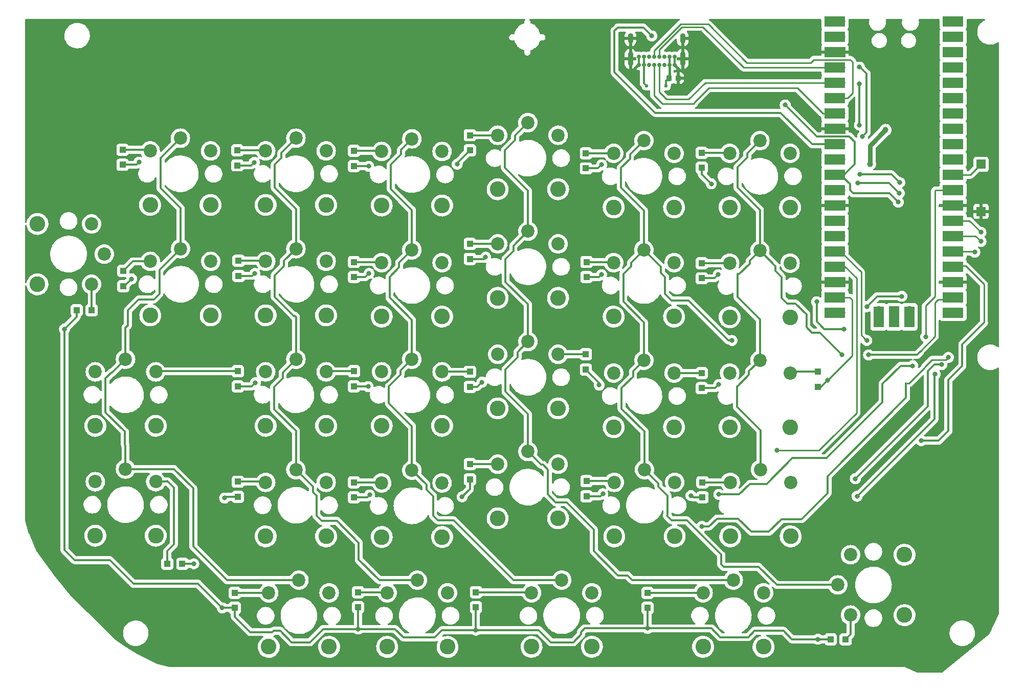
<source format=gbr>
%TF.GenerationSoftware,KiCad,Pcbnew,(6.0.6-0)*%
%TF.CreationDate,2023-01-06T16:27:02+00:00*%
%TF.ProjectId,MacSplit60,4d616353-706c-4697-9436-302e6b696361,rev?*%
%TF.SameCoordinates,Original*%
%TF.FileFunction,Copper,L1,Top*%
%TF.FilePolarity,Positive*%
%FSLAX46Y46*%
G04 Gerber Fmt 4.6, Leading zero omitted, Abs format (unit mm)*
G04 Created by KiCad (PCBNEW (6.0.6-0)) date 2023-01-06 16:27:02*
%MOMM*%
%LPD*%
G01*
G04 APERTURE LIST*
G04 Aperture macros list*
%AMRoundRect*
0 Rectangle with rounded corners*
0 $1 Rounding radius*
0 $2 $3 $4 $5 $6 $7 $8 $9 X,Y pos of 4 corners*
0 Add a 4 corners polygon primitive as box body*
4,1,4,$2,$3,$4,$5,$6,$7,$8,$9,$2,$3,0*
0 Add four circle primitives for the rounded corners*
1,1,$1+$1,$2,$3*
1,1,$1+$1,$4,$5*
1,1,$1+$1,$6,$7*
1,1,$1+$1,$8,$9*
0 Add four rect primitives between the rounded corners*
20,1,$1+$1,$2,$3,$4,$5,0*
20,1,$1+$1,$4,$5,$6,$7,0*
20,1,$1+$1,$6,$7,$8,$9,0*
20,1,$1+$1,$8,$9,$2,$3,0*%
G04 Aperture macros list end*
%TA.AperFunction,SMDPad,CuDef*%
%ADD10RoundRect,0.225000X-0.225000X-0.250000X0.225000X-0.250000X0.225000X0.250000X-0.225000X0.250000X0*%
%TD*%
%TA.AperFunction,ComponentPad*%
%ADD11C,2.600000*%
%TD*%
%TA.AperFunction,ComponentPad*%
%ADD12C,2.200000*%
%TD*%
%TA.AperFunction,ComponentPad*%
%ADD13O,1.700000X1.700000*%
%TD*%
%TA.AperFunction,SMDPad,CuDef*%
%ADD14R,3.500000X1.700000*%
%TD*%
%TA.AperFunction,ComponentPad*%
%ADD15R,1.700000X1.700000*%
%TD*%
%TA.AperFunction,SMDPad,CuDef*%
%ADD16R,1.700000X3.500000*%
%TD*%
%TA.AperFunction,ComponentPad*%
%ADD17C,0.700000*%
%TD*%
%TA.AperFunction,ComponentPad*%
%ADD18O,0.900000X1.700000*%
%TD*%
%TA.AperFunction,ComponentPad*%
%ADD19O,0.900000X2.400000*%
%TD*%
%TA.AperFunction,SMDPad,CuDef*%
%ADD20R,1.500000X1.500000*%
%TD*%
%TA.AperFunction,SMDPad,CuDef*%
%ADD21R,1.000000X1.000000*%
%TD*%
%TA.AperFunction,ViaPad*%
%ADD22C,0.800000*%
%TD*%
%TA.AperFunction,ViaPad*%
%ADD23C,1.000000*%
%TD*%
%TA.AperFunction,ViaPad*%
%ADD24C,0.600000*%
%TD*%
%TA.AperFunction,Conductor*%
%ADD25C,0.300000*%
%TD*%
%TA.AperFunction,Conductor*%
%ADD26C,0.250000*%
%TD*%
%TA.AperFunction,Conductor*%
%ADD27C,0.800000*%
%TD*%
%TA.AperFunction,Conductor*%
%ADD28C,0.400000*%
%TD*%
G04 APERTURE END LIST*
D10*
%TO.P,C1,1*%
%TO.N,+VDC*%
X195735000Y-46350000D03*
%TO.P,C1,2*%
%TO.N,GND*%
X197285000Y-46350000D03*
%TD*%
D11*
%TO.P,SW2,*%
%TO.N,*%
X129000000Y-67350000D03*
X139000000Y-67350000D03*
D12*
%TO.P,SW2,1,1*%
%TO.N,/COL_1*%
X134000000Y-56300000D03*
%TO.P,SW2,2,2*%
%TO.N,Net-(D2-Pad2)*%
X129000000Y-58400000D03*
X139000000Y-58400000D03*
%TD*%
D11*
%TO.P,SW18,*%
%TO.N,*%
X215800000Y-104150000D03*
X205800000Y-104150000D03*
D12*
%TO.P,SW18,1,1*%
%TO.N,/COL_5*%
X210800000Y-93100000D03*
%TO.P,SW18,2,2*%
%TO.N,Net-(D21-Pad2)*%
X205800000Y-95200000D03*
X215800000Y-95200000D03*
%TD*%
D13*
%TO.P,U1,1,GPIO0*%
%TO.N,unconnected-(U1-Pad1)*%
X224110000Y-36970000D03*
D14*
X223210000Y-36970000D03*
D13*
%TO.P,U1,2,GPIO1*%
%TO.N,unconnected-(U1-Pad2)*%
X224110000Y-39510000D03*
D14*
X223210000Y-39510000D03*
D15*
%TO.P,U1,3,GND*%
%TO.N,GND*%
X224110000Y-42050000D03*
D14*
X223210000Y-42050000D03*
D13*
%TO.P,U1,4,GPIO2*%
%TO.N,/SPI0_SCK*%
X224110000Y-44590000D03*
D14*
X223210000Y-44590000D03*
D13*
%TO.P,U1,5,GPIO3*%
%TO.N,/SPI0_TX*%
X224110000Y-47130000D03*
D14*
X223210000Y-47130000D03*
D13*
%TO.P,U1,6,GPIO4*%
%TO.N,/SPI0_RX*%
X224110000Y-49670000D03*
D14*
X223210000Y-49670000D03*
D13*
%TO.P,U1,7,GPIO5*%
%TO.N,/SPI0_CSn*%
X224110000Y-52210000D03*
D14*
X223210000Y-52210000D03*
D15*
%TO.P,U1,8,GND*%
%TO.N,GND*%
X224110000Y-54750000D03*
D14*
X223210000Y-54750000D03*
%TO.P,U1,9,GPIO6*%
%TO.N,/INTA*%
X223210000Y-57290000D03*
D13*
X224110000Y-57290000D03*
%TO.P,U1,10,GPIO7*%
%TO.N,/INTB*%
X224110000Y-59830000D03*
D14*
X223210000Y-59830000D03*
%TO.P,U1,11,GPIO8*%
%TO.N,/~{RESET}*%
X223210000Y-62370000D03*
D13*
X224110000Y-62370000D03*
%TO.P,U1,12,GPIO9*%
%TO.N,unconnected-(U1-Pad12)*%
X224110000Y-64910000D03*
D14*
X223210000Y-64910000D03*
%TO.P,U1,13,GND*%
%TO.N,GND*%
X223210000Y-67450000D03*
D15*
X224110000Y-67450000D03*
D14*
%TO.P,U1,14,GPIO10*%
%TO.N,unconnected-(U1-Pad14)*%
X223210000Y-69990000D03*
D13*
X224110000Y-69990000D03*
%TO.P,U1,15,GPIO11*%
%TO.N,unconnected-(U1-Pad15)*%
X224110000Y-72530000D03*
D14*
X223210000Y-72530000D03*
D13*
%TO.P,U1,16,GPIO12*%
%TO.N,/ROW_4*%
X224110000Y-75070000D03*
D14*
X223210000Y-75070000D03*
%TO.P,U1,17,GPIO13*%
%TO.N,/ROW_3*%
X223210000Y-77610000D03*
D13*
X224110000Y-77610000D03*
D15*
%TO.P,U1,18,GND*%
%TO.N,GND*%
X224110000Y-80150000D03*
D14*
X223210000Y-80150000D03*
%TO.P,U1,19,GPIO14*%
%TO.N,/ROW_2*%
X223210000Y-82690000D03*
D13*
X224110000Y-82690000D03*
D14*
%TO.P,U1,20,GPIO15*%
%TO.N,/ROW_1*%
X223210000Y-85230000D03*
D13*
X224110000Y-85230000D03*
D14*
%TO.P,U1,21,GPIO16*%
%TO.N,/ROW_0*%
X242790000Y-85230000D03*
D13*
X241890000Y-85230000D03*
%TO.P,U1,22,GPIO17*%
%TO.N,/COL_5*%
X241890000Y-82690000D03*
D14*
X242790000Y-82690000D03*
%TO.P,U1,23,GND*%
%TO.N,GND*%
X242790000Y-80150000D03*
D15*
X241890000Y-80150000D03*
D14*
%TO.P,U1,24,GPIO18*%
%TO.N,/COL_4*%
X242790000Y-77610000D03*
D13*
X241890000Y-77610000D03*
%TO.P,U1,25,GPIO19*%
%TO.N,/COL_3*%
X241890000Y-75070000D03*
D14*
X242790000Y-75070000D03*
D13*
%TO.P,U1,26,GPIO20*%
%TO.N,/COL_2*%
X241890000Y-72530000D03*
D14*
X242790000Y-72530000D03*
%TO.P,U1,27,GPIO21*%
%TO.N,/COL_1*%
X242790000Y-69990000D03*
D13*
X241890000Y-69990000D03*
D14*
%TO.P,U1,28,GND*%
%TO.N,GND*%
X242790000Y-67450000D03*
D15*
X241890000Y-67450000D03*
D14*
%TO.P,U1,29,GPIO22*%
%TO.N,/COL_0*%
X242790000Y-64910000D03*
D13*
X241890000Y-64910000D03*
%TO.P,U1,30,RUN*%
%TO.N,Net-(SW100-Pad1)*%
X241890000Y-62370000D03*
D14*
X242790000Y-62370000D03*
%TO.P,U1,31,GPIO26_ADC0*%
%TO.N,unconnected-(U1-Pad31)*%
X242790000Y-59830000D03*
D13*
X241890000Y-59830000D03*
D14*
%TO.P,U1,32,GPIO27_ADC1*%
%TO.N,unconnected-(U1-Pad32)*%
X242790000Y-57290000D03*
D13*
X241890000Y-57290000D03*
D15*
%TO.P,U1,33,AGND*%
%TO.N,unconnected-(U1-Pad33)*%
X241890000Y-54750000D03*
D14*
X242790000Y-54750000D03*
D13*
%TO.P,U1,34,GPIO28_ADC2*%
%TO.N,unconnected-(U1-Pad34)*%
X241890000Y-52210000D03*
D14*
X242790000Y-52210000D03*
D13*
%TO.P,U1,35,ADC_VREF*%
%TO.N,unconnected-(U1-Pad35)*%
X241890000Y-49670000D03*
D14*
X242790000Y-49670000D03*
D13*
%TO.P,U1,36,3V3*%
%TO.N,Net-(R1-Pad1)*%
X241890000Y-47130000D03*
D14*
X242790000Y-47130000D03*
%TO.P,U1,37,3V3_EN*%
%TO.N,unconnected-(U1-Pad37)*%
X242790000Y-44590000D03*
D13*
X241890000Y-44590000D03*
D14*
%TO.P,U1,38,GND*%
%TO.N,unconnected-(U1-Pad38)*%
X242790000Y-42050000D03*
D15*
X241890000Y-42050000D03*
D13*
%TO.P,U1,39,VSYS*%
%TO.N,unconnected-(U1-Pad39)*%
X241890000Y-39510000D03*
D14*
X242790000Y-39510000D03*
D13*
%TO.P,U1,40,VBUS*%
%TO.N,unconnected-(U1-Pad40)*%
X241890000Y-36970000D03*
D14*
X242790000Y-36970000D03*
D13*
%TO.P,U1,41,SWCLK*%
%TO.N,unconnected-(U1-Pad41)*%
X230460000Y-85000000D03*
D16*
X230460000Y-85900000D03*
%TO.P,U1,42,GND*%
%TO.N,unconnected-(U1-Pad42)*%
X233000000Y-85900000D03*
D15*
X233000000Y-85000000D03*
D13*
%TO.P,U1,43,SWDIO*%
%TO.N,unconnected-(U1-Pad43)*%
X235540000Y-85000000D03*
D16*
X235540000Y-85900000D03*
%TD*%
D11*
%TO.P,SW23,*%
%TO.N,*%
X196700000Y-122250000D03*
X186700000Y-122250000D03*
D12*
%TO.P,SW23,1,1*%
%TO.N,/COL_4*%
X191700000Y-111200000D03*
%TO.P,SW23,2,2*%
%TO.N,Net-(D26-Pad2)*%
X196700000Y-113300000D03*
X186700000Y-113300000D03*
%TD*%
D11*
%TO.P,SW29,*%
%TO.N,*%
X234750000Y-135300000D03*
X234750000Y-125300000D03*
D12*
%TO.P,SW29,1,1*%
%TO.N,/COL_4*%
X223700000Y-130300000D03*
%TO.P,SW29,2,2*%
%TO.N,Net-(D32-Pad2)*%
X225800000Y-135300000D03*
X225800000Y-125300000D03*
%TD*%
D11*
%TO.P,SW14,*%
%TO.N,*%
X139000000Y-103950000D03*
X129000000Y-103950000D03*
D12*
%TO.P,SW14,1,1*%
%TO.N,/COL_1*%
X134000000Y-92900000D03*
%TO.P,SW14,2,2*%
%TO.N,Net-(D17-Pad2)*%
X139000000Y-95000000D03*
X129000000Y-95000000D03*
%TD*%
D17*
%TO.P,J1,A1,GND*%
%TO.N,GND*%
X196675000Y-44125000D03*
%TO.P,J1,A4,VBUS*%
%TO.N,+VDC*%
X195825000Y-44125000D03*
%TO.P,J1,A5,CC1*%
%TO.N,/~{RESET}*%
X194975000Y-44125000D03*
%TO.P,J1,A6,D+*%
%TO.N,/SPI0_TX*%
X194125000Y-44125000D03*
%TO.P,J1,A7,D-*%
%TO.N,/SPI0_CSn*%
X193275000Y-44125000D03*
%TO.P,J1,A8,SBU1*%
%TO.N,/INTB*%
X192425000Y-44125000D03*
%TO.P,J1,A9,VBUS*%
%TO.N,+VDC*%
X191575000Y-44125000D03*
%TO.P,J1,A12,GND*%
%TO.N,GND*%
X190725000Y-44125000D03*
%TO.P,J1,B1,GND*%
X190725000Y-42775000D03*
%TO.P,J1,B4,VBUS*%
%TO.N,+VDC*%
X191575000Y-42775000D03*
%TO.P,J1,B5,CC2*%
%TO.N,unconnected-(J1-PadB5)*%
X192425000Y-42775000D03*
%TO.P,J1,B6,D+*%
%TO.N,/SPI0_RX*%
X193275000Y-42775000D03*
%TO.P,J1,B7,D-*%
%TO.N,/SPI0_SCK*%
X194125000Y-42775000D03*
%TO.P,J1,B8,SBU2*%
%TO.N,/INTA*%
X194975000Y-42775000D03*
%TO.P,J1,B9,VBUS*%
%TO.N,+VDC*%
X195825000Y-42775000D03*
%TO.P,J1,B12,GND*%
%TO.N,GND*%
X196675000Y-42775000D03*
D18*
%TO.P,J1,S1,SHIELD*%
X198025000Y-39765000D03*
X189375000Y-39765000D03*
D19*
X198025000Y-43145000D03*
X189375000Y-43145000D03*
%TD*%
D11*
%TO.P,SW13,*%
%TO.N,*%
X110800291Y-103950000D03*
X100800291Y-103950000D03*
D12*
%TO.P,SW13,1,1*%
%TO.N,/COL_0*%
X105800291Y-92900000D03*
%TO.P,SW13,2,2*%
%TO.N,Net-(D16-Pad2)*%
X110800291Y-95000000D03*
X100800291Y-95000000D03*
%TD*%
D11*
%TO.P,SW6,*%
%TO.N,*%
X205800000Y-67750000D03*
X215800000Y-67750000D03*
D12*
%TO.P,SW6,1,1*%
%TO.N,/COL_5*%
X210800000Y-56700000D03*
%TO.P,SW6,2,2*%
%TO.N,Net-(D6-Pad2)*%
X205800000Y-58800000D03*
X215800000Y-58800000D03*
%TD*%
D11*
%TO.P,SW27,*%
%TO.N,*%
X183000000Y-140544035D03*
X173000000Y-140544035D03*
D12*
%TO.P,SW27,1,1*%
%TO.N,/COL_2*%
X178000000Y-129494035D03*
%TO.P,SW27,2,2*%
%TO.N,Net-(D30-Pad2)*%
X173000000Y-131594035D03*
X183000000Y-131594035D03*
%TD*%
D11*
%TO.P,SW10,*%
%TO.N,*%
X177400000Y-82750000D03*
X167400000Y-82750000D03*
D12*
%TO.P,SW10,1,1*%
%TO.N,/COL_3*%
X172400000Y-71700000D03*
%TO.P,SW10,2,2*%
%TO.N,Net-(D13-Pad2)*%
X167400000Y-73800000D03*
X177400000Y-73800000D03*
%TD*%
D11*
%TO.P,SW1,*%
%TO.N,*%
X119870058Y-67350000D03*
X109870058Y-67350000D03*
D12*
%TO.P,SW1,1,1*%
%TO.N,/COL_0*%
X114870058Y-56300000D03*
%TO.P,SW1,2,2*%
%TO.N,Net-(D1-Pad2)*%
X119870058Y-58400000D03*
X109870058Y-58400000D03*
%TD*%
D11*
%TO.P,SW11,*%
%TO.N,*%
X196600000Y-85850000D03*
X186600000Y-85850000D03*
D12*
%TO.P,SW11,1,1*%
%TO.N,/COL_4*%
X191600000Y-74800000D03*
%TO.P,SW11,2,2*%
%TO.N,Net-(D14-Pad2)*%
X186600000Y-76900000D03*
X196600000Y-76900000D03*
%TD*%
D11*
%TO.P,SW30,*%
%TO.N,*%
X91220058Y-70500000D03*
X91220058Y-80500000D03*
D12*
%TO.P,SW30,1,1*%
%TO.N,/COL_5*%
X102270058Y-75500000D03*
%TO.P,SW30,2,2*%
%TO.N,Net-(D33-Pad2)*%
X100170058Y-70500000D03*
X100170058Y-80500000D03*
%TD*%
D11*
%TO.P,SW21,*%
%TO.N,*%
X148200000Y-122350000D03*
X158200000Y-122350000D03*
D12*
%TO.P,SW21,1,1*%
%TO.N,/COL_2*%
X153200000Y-111300000D03*
%TO.P,SW21,2,2*%
%TO.N,Net-(D24-Pad2)*%
X158200000Y-113400000D03*
X148200000Y-113400000D03*
%TD*%
D11*
%TO.P,SW9,*%
%TO.N,*%
X158200000Y-85850000D03*
X148200000Y-85850000D03*
D12*
%TO.P,SW9,1,1*%
%TO.N,/COL_2*%
X153200000Y-74800000D03*
%TO.P,SW9,2,2*%
%TO.N,Net-(D12-Pad2)*%
X158200000Y-76900000D03*
X148200000Y-76900000D03*
%TD*%
D11*
%TO.P,SW4,*%
%TO.N,*%
X167400000Y-64750000D03*
X177400000Y-64750000D03*
D12*
%TO.P,SW4,1,1*%
%TO.N,/COL_3*%
X172400000Y-53700000D03*
%TO.P,SW4,2,2*%
%TO.N,Net-(D4-Pad2)*%
X167400000Y-55800000D03*
X177400000Y-55800000D03*
%TD*%
D11*
%TO.P,SW7,*%
%TO.N,*%
X119900291Y-85650000D03*
X109900291Y-85650000D03*
D12*
%TO.P,SW7,1,1*%
%TO.N,/COL_0*%
X114900291Y-74600000D03*
%TO.P,SW7,2,2*%
%TO.N,Net-(D10-Pad2)*%
X119900291Y-76700000D03*
X109900291Y-76700000D03*
%TD*%
D20*
%TO.P,SW100,1,A*%
%TO.N,Net-(SW100-Pad1)*%
X247396000Y-60616000D03*
%TO.P,SW100,2,B*%
%TO.N,GND*%
X247396000Y-68416000D03*
%TD*%
D11*
%TO.P,SW17,*%
%TO.N,*%
X196600000Y-104150000D03*
X186600000Y-104150000D03*
D12*
%TO.P,SW17,1,1*%
%TO.N,/COL_4*%
X191600000Y-93100000D03*
%TO.P,SW17,2,2*%
%TO.N,Net-(D20-Pad2)*%
X196600000Y-95200000D03*
X186600000Y-95200000D03*
%TD*%
D11*
%TO.P,SW19,*%
%TO.N,*%
X100800291Y-122150000D03*
X110800291Y-122150000D03*
D12*
%TO.P,SW19,1,1*%
%TO.N,/COL_0*%
X105800291Y-111100000D03*
%TO.P,SW19,2,2*%
%TO.N,Net-(D22-Pad2)*%
X110800291Y-113200000D03*
X100800291Y-113200000D03*
%TD*%
D11*
%TO.P,SW24,*%
%TO.N,*%
X205900000Y-122250000D03*
X215900000Y-122250000D03*
D12*
%TO.P,SW24,1,1*%
%TO.N,/COL_5*%
X210900000Y-111200000D03*
%TO.P,SW24,2,2*%
%TO.N,Net-(D27-Pad2)*%
X215900000Y-113300000D03*
X205900000Y-113300000D03*
%TD*%
D11*
%TO.P,SW28,*%
%TO.N,*%
X201399709Y-140544035D03*
X211399709Y-140544035D03*
D12*
%TO.P,SW28,1,1*%
%TO.N,/COL_3*%
X206399709Y-129494035D03*
%TO.P,SW28,2,2*%
%TO.N,Net-(D31-Pad2)*%
X201399709Y-131594035D03*
X211399709Y-131594035D03*
%TD*%
D11*
%TO.P,SW5,*%
%TO.N,*%
X196600000Y-67750000D03*
X186600000Y-67750000D03*
D12*
%TO.P,SW5,1,1*%
%TO.N,/COL_4*%
X191600000Y-56700000D03*
%TO.P,SW5,2,2*%
%TO.N,Net-(D5-Pad2)*%
X186600000Y-58800000D03*
X196600000Y-58800000D03*
%TD*%
D11*
%TO.P,SW3,*%
%TO.N,*%
X148200000Y-67450000D03*
X158200000Y-67450000D03*
D12*
%TO.P,SW3,1,1*%
%TO.N,/COL_2*%
X153200000Y-56400000D03*
%TO.P,SW3,2,2*%
%TO.N,Net-(D3-Pad2)*%
X148200000Y-58500000D03*
X158200000Y-58500000D03*
%TD*%
D11*
%TO.P,SW25,*%
%TO.N,*%
X139500000Y-140550000D03*
X129500000Y-140550000D03*
D12*
%TO.P,SW25,1,1*%
%TO.N,/COL_0*%
X134500000Y-129500000D03*
%TO.P,SW25,2,2*%
%TO.N,Net-(D28-Pad2)*%
X139500000Y-131600000D03*
X129500000Y-131600000D03*
%TD*%
D11*
%TO.P,SW22,*%
%TO.N,*%
X177400000Y-119250000D03*
X167400000Y-119250000D03*
D12*
%TO.P,SW22,1,1*%
%TO.N,/COL_3*%
X172400000Y-108200000D03*
%TO.P,SW22,2,2*%
%TO.N,Net-(D25-Pad2)*%
X177400000Y-110300000D03*
X167400000Y-110300000D03*
%TD*%
D11*
%TO.P,SW15,*%
%TO.N,*%
X148200000Y-103950000D03*
X158200000Y-103950000D03*
D12*
%TO.P,SW15,1,1*%
%TO.N,/COL_2*%
X153200000Y-92900000D03*
%TO.P,SW15,2,2*%
%TO.N,Net-(D18-Pad2)*%
X148200000Y-95000000D03*
X158200000Y-95000000D03*
%TD*%
D11*
%TO.P,SW8,*%
%TO.N,*%
X139000000Y-85650000D03*
X129000000Y-85650000D03*
D12*
%TO.P,SW8,1,1*%
%TO.N,/COL_1*%
X134000000Y-74600000D03*
%TO.P,SW8,2,2*%
%TO.N,Net-(D11-Pad2)*%
X129000000Y-76700000D03*
X139000000Y-76700000D03*
%TD*%
D11*
%TO.P,SW12,*%
%TO.N,*%
X205800000Y-85950000D03*
X215800000Y-85950000D03*
D12*
%TO.P,SW12,1,1*%
%TO.N,/COL_5*%
X210800000Y-74900000D03*
%TO.P,SW12,2,2*%
%TO.N,Net-(D15-Pad2)*%
X215800000Y-77000000D03*
X205800000Y-77000000D03*
%TD*%
D11*
%TO.P,SW20,*%
%TO.N,*%
X129000000Y-122250000D03*
X139000000Y-122250000D03*
D12*
%TO.P,SW20,1,1*%
%TO.N,/COL_1*%
X134000000Y-111200000D03*
%TO.P,SW20,2,2*%
%TO.N,Net-(D23-Pad2)*%
X129000000Y-113300000D03*
X139000000Y-113300000D03*
%TD*%
D11*
%TO.P,SW16,*%
%TO.N,*%
X167400000Y-101050000D03*
X177400000Y-101050000D03*
D12*
%TO.P,SW16,1,1*%
%TO.N,/COL_3*%
X172400000Y-90000000D03*
%TO.P,SW16,2,2*%
%TO.N,Net-(D19-Pad2)*%
X167400000Y-92100000D03*
X177400000Y-92100000D03*
%TD*%
D11*
%TO.P,SW26,*%
%TO.N,*%
X149100000Y-140550000D03*
X159100000Y-140550000D03*
D12*
%TO.P,SW26,1,1*%
%TO.N,/COL_1*%
X154100000Y-129500000D03*
%TO.P,SW26,2,2*%
%TO.N,Net-(D29-Pad2)*%
X159100000Y-131600000D03*
X149100000Y-131600000D03*
%TD*%
D21*
%TO.P,D12,1,K*%
%TO.N,/ROW_1*%
X143600000Y-79300000D03*
%TO.P,D12,2,A*%
%TO.N,Net-(D12-Pad2)*%
X143600000Y-76800000D03*
%TD*%
%TO.P,D23,1,K*%
%TO.N,/ROW_3*%
X124400291Y-115700000D03*
%TO.P,D23,2,A*%
%TO.N,Net-(D23-Pad2)*%
X124400291Y-113200000D03*
%TD*%
%TO.P,D19,1,K*%
%TO.N,/ROW_2*%
X182000000Y-94600000D03*
%TO.P,D19,2,A*%
%TO.N,Net-(D19-Pad2)*%
X182000000Y-92100000D03*
%TD*%
%TO.P,D18,1,K*%
%TO.N,/ROW_2*%
X162800000Y-97500000D03*
%TO.P,D18,2,A*%
%TO.N,Net-(D18-Pad2)*%
X162800000Y-95000000D03*
%TD*%
%TO.P,D13,1,K*%
%TO.N,/ROW_1*%
X162800000Y-76300000D03*
%TO.P,D13,2,A*%
%TO.N,Net-(D13-Pad2)*%
X162800000Y-73800000D03*
%TD*%
%TO.P,D5,1,K*%
%TO.N,/ROW_0*%
X182000000Y-61300000D03*
%TO.P,D5,2,A*%
%TO.N,Net-(D5-Pad2)*%
X182000000Y-58800000D03*
%TD*%
%TO.P,D29,1,K*%
%TO.N,/ROW_4*%
X144300000Y-134000000D03*
%TO.P,D29,2,A*%
%TO.N,Net-(D29-Pad2)*%
X144300000Y-131500000D03*
%TD*%
%TO.P,D25,1,K*%
%TO.N,/ROW_3*%
X162800000Y-112800000D03*
%TO.P,D25,2,A*%
%TO.N,Net-(D25-Pad2)*%
X162800000Y-110300000D03*
%TD*%
%TO.P,D30,1,K*%
%TO.N,/ROW_4*%
X163800000Y-134000000D03*
%TO.P,D30,2,A*%
%TO.N,Net-(D30-Pad2)*%
X163800000Y-131500000D03*
%TD*%
%TO.P,D32,1,K*%
%TO.N,/ROW_4*%
X222500000Y-139300000D03*
%TO.P,D32,2,A*%
%TO.N,Net-(D32-Pad2)*%
X225000000Y-139300000D03*
%TD*%
%TO.P,D24,1,K*%
%TO.N,/ROW_3*%
X143600291Y-115800000D03*
%TO.P,D24,2,A*%
%TO.N,Net-(D24-Pad2)*%
X143600291Y-113300000D03*
%TD*%
%TO.P,D1,1,K*%
%TO.N,/ROW_0*%
X105300291Y-60700000D03*
%TO.P,D1,2,A*%
%TO.N,Net-(D1-Pad2)*%
X105300291Y-58200000D03*
%TD*%
%TO.P,D2,1,K*%
%TO.N,/ROW_0*%
X124300291Y-60800000D03*
%TO.P,D2,2,A*%
%TO.N,Net-(D2-Pad2)*%
X124300291Y-58300000D03*
%TD*%
%TO.P,D15,1,K*%
%TO.N,/ROW_1*%
X201200000Y-79500000D03*
%TO.P,D15,2,A*%
%TO.N,Net-(D15-Pad2)*%
X201200000Y-77000000D03*
%TD*%
%TO.P,D10,1,K*%
%TO.N,/ROW_1*%
X105400291Y-80800000D03*
%TO.P,D10,2,A*%
%TO.N,Net-(D10-Pad2)*%
X105400291Y-78300000D03*
%TD*%
%TO.P,D31,1,K*%
%TO.N,/ROW_4*%
X192200000Y-134100000D03*
%TO.P,D31,2,A*%
%TO.N,Net-(D31-Pad2)*%
X192200000Y-131600000D03*
%TD*%
%TO.P,D22,1,K*%
%TO.N,/ROW_3*%
X115200000Y-126800000D03*
%TO.P,D22,2,A*%
%TO.N,Net-(D22-Pad2)*%
X112700000Y-126800000D03*
%TD*%
%TO.P,D17,1,K*%
%TO.N,/ROW_2*%
X143600291Y-97400000D03*
%TO.P,D17,2,A*%
%TO.N,Net-(D17-Pad2)*%
X143600291Y-94900000D03*
%TD*%
%TO.P,D26,1,K*%
%TO.N,/ROW_3*%
X182100000Y-115600000D03*
%TO.P,D26,2,A*%
%TO.N,Net-(D26-Pad2)*%
X182100000Y-113100000D03*
%TD*%
%TO.P,D6,1,K*%
%TO.N,/ROW_0*%
X201200000Y-61200000D03*
%TO.P,D6,2,A*%
%TO.N,Net-(D6-Pad2)*%
X201200000Y-58700000D03*
%TD*%
%TO.P,D4,1,K*%
%TO.N,/ROW_0*%
X162800000Y-58300000D03*
%TO.P,D4,2,A*%
%TO.N,Net-(D4-Pad2)*%
X162800000Y-55800000D03*
%TD*%
%TO.P,D11,1,K*%
%TO.N,/ROW_1*%
X124500291Y-79100000D03*
%TO.P,D11,2,A*%
%TO.N,Net-(D11-Pad2)*%
X124500291Y-76600000D03*
%TD*%
%TO.P,D16,1,K*%
%TO.N,/ROW_2*%
X124400291Y-97400000D03*
%TO.P,D16,2,A*%
%TO.N,Net-(D16-Pad2)*%
X124400291Y-94900000D03*
%TD*%
%TO.P,D28,1,K*%
%TO.N,/ROW_4*%
X123900000Y-134100000D03*
%TO.P,D28,2,A*%
%TO.N,Net-(D28-Pad2)*%
X123900000Y-131600000D03*
%TD*%
%TO.P,D14,1,K*%
%TO.N,/ROW_1*%
X182100000Y-79300000D03*
%TO.P,D14,2,A*%
%TO.N,Net-(D14-Pad2)*%
X182100000Y-76800000D03*
%TD*%
%TO.P,D27,1,K*%
%TO.N,/ROW_3*%
X201300000Y-115800000D03*
%TO.P,D27,2,A*%
%TO.N,Net-(D27-Pad2)*%
X201300000Y-113300000D03*
%TD*%
%TO.P,D20,1,K*%
%TO.N,/ROW_2*%
X201200000Y-97700000D03*
%TO.P,D20,2,A*%
%TO.N,Net-(D20-Pad2)*%
X201200000Y-95200000D03*
%TD*%
%TO.P,D33,1,K*%
%TO.N,/ROW_4*%
X97700291Y-84800000D03*
%TO.P,D33,2,A*%
%TO.N,Net-(D33-Pad2)*%
X100200291Y-84800000D03*
%TD*%
%TO.P,D21,1,K*%
%TO.N,/ROW_2*%
X220400000Y-97500000D03*
%TO.P,D21,2,A*%
%TO.N,Net-(D21-Pad2)*%
X220400000Y-95000000D03*
%TD*%
%TO.P,D3,1,K*%
%TO.N,/ROW_0*%
X143600000Y-60900000D03*
%TO.P,D3,2,A*%
%TO.N,Net-(D3-Pad2)*%
X143600000Y-58400000D03*
%TD*%
D22*
%TO.N,GND*%
X233750000Y-72630000D03*
X228720000Y-73730000D03*
X228570000Y-78280000D03*
X236140000Y-43810000D03*
%TO.N,/ROW_0*%
X108018672Y-60281328D03*
X146050000Y-60950000D03*
X202750000Y-63850000D03*
X224700000Y-87900000D03*
X160700000Y-60600000D03*
X228500000Y-84200000D03*
X184600000Y-60700000D03*
X220200000Y-83400000D03*
X234300000Y-82470000D03*
X127100000Y-60300000D03*
%TO.N,/ROW_1*%
X127200000Y-78700000D03*
X146100000Y-78700000D03*
X165400000Y-76000000D03*
X184600000Y-78900000D03*
X106800000Y-79600000D03*
X203900000Y-78900000D03*
%TO.N,/ROW_2*%
X184200000Y-97200000D03*
X222000000Y-96400000D03*
X145950000Y-97450000D03*
X204000000Y-97100000D03*
X164800000Y-96700000D03*
X127300000Y-96800000D03*
%TO.N,/ROW_3*%
X122200000Y-115900000D03*
X213600000Y-108000000D03*
X117100000Y-126800000D03*
X184800000Y-115200000D03*
X199400000Y-115500000D03*
X161500000Y-115700000D03*
X146200000Y-115400000D03*
%TO.N,/ROW_4*%
X192200000Y-137500000D03*
X144300000Y-137600000D03*
X95700000Y-87900000D03*
X228500000Y-89800000D03*
X220400000Y-139300000D03*
X121800000Y-134100000D03*
X163800000Y-137800000D03*
%TO.N,/SPI0_TX*%
X227280000Y-54120000D03*
X227280000Y-47250000D03*
%TO.N,/SPI0_SCK*%
X227800000Y-55980000D03*
X227290000Y-44520000D03*
%TO.N,/COL_0*%
X204000000Y-115300000D03*
X236100000Y-94000000D03*
X238252000Y-89192000D03*
%TO.N,/COL_1*%
X201200000Y-120600000D03*
X242000000Y-92600000D03*
X247396000Y-71882000D03*
%TO.N,/COL_2*%
X247396000Y-73406000D03*
X240900000Y-93800000D03*
X226600000Y-112700000D03*
%TO.N,/COL_3*%
X239800000Y-95400000D03*
X226900000Y-115600000D03*
X246380000Y-75184000D03*
%TO.N,/COL_4*%
X237500000Y-106400000D03*
X206200000Y-89800000D03*
%TO.N,/COL_5*%
X224400000Y-92200000D03*
X228800000Y-92200000D03*
D23*
%TO.N,+VDC*%
X229030000Y-60560000D03*
X231600000Y-54940000D03*
D24*
X195270000Y-47620000D03*
X192030000Y-47620000D03*
D22*
%TO.N,/~{RESET}*%
X233720000Y-66880000D03*
X215000000Y-50800000D03*
%TO.N,/INTB*%
X226970000Y-63680000D03*
X233880000Y-65400000D03*
%TO.N,/INTA*%
X233950000Y-63630000D03*
X192910000Y-39360000D03*
X227320000Y-62290000D03*
%TD*%
D25*
%TO.N,GND*%
X190725000Y-42775000D02*
X190725000Y-44125000D01*
X196675000Y-42775000D02*
X196675000Y-44125000D01*
%TO.N,Net-(D11-Pad2)*%
X124500291Y-76600000D02*
X128900000Y-76600000D01*
X128900000Y-76600000D02*
X129000000Y-76700000D01*
%TO.N,Net-(D12-Pad2)*%
X143600000Y-76800000D02*
X148100000Y-76800000D01*
X148100000Y-76800000D02*
X148200000Y-76900000D01*
%TO.N,Net-(D13-Pad2)*%
X162800000Y-73800000D02*
X167400000Y-73800000D01*
%TO.N,/ROW_0*%
X143600000Y-60900000D02*
X146000000Y-60900000D01*
X184000000Y-61300000D02*
X184600000Y-60700000D01*
X221400000Y-87900000D02*
X224700000Y-87900000D01*
X126600000Y-60800000D02*
X127100000Y-60300000D01*
X201200000Y-61200000D02*
X201200000Y-62300000D01*
X146000000Y-60900000D02*
X146050000Y-60950000D01*
X182000000Y-61300000D02*
X184000000Y-61300000D01*
X228500000Y-84200000D02*
X230230000Y-82470000D01*
X201200000Y-62300000D02*
X202750000Y-63850000D01*
X220700000Y-87200000D02*
X221400000Y-87900000D01*
X220200000Y-83400000D02*
X220200000Y-86700000D01*
X230230000Y-82470000D02*
X234300000Y-82470000D01*
X124300291Y-60800000D02*
X126600000Y-60800000D01*
X220200000Y-86700000D02*
X220700000Y-87200000D01*
X160700000Y-60400000D02*
X160700000Y-60600000D01*
X107600000Y-60700000D02*
X108018672Y-60281328D01*
X162800000Y-58300000D02*
X160700000Y-60400000D01*
X105300291Y-60700000D02*
X107600000Y-60700000D01*
%TO.N,Net-(D14-Pad2)*%
X186500000Y-76800000D02*
X186600000Y-76900000D01*
X182100000Y-76800000D02*
X186500000Y-76800000D01*
%TO.N,Net-(D15-Pad2)*%
X201200000Y-77000000D02*
X205800000Y-77000000D01*
%TO.N,Net-(D16-Pad2)*%
X124400291Y-94900000D02*
X110900291Y-94900000D01*
X110900291Y-94900000D02*
X110800291Y-95000000D01*
%TO.N,Net-(D17-Pad2)*%
X143600291Y-94900000D02*
X139100000Y-94900000D01*
X139100000Y-94900000D02*
X139000000Y-95000000D01*
%TO.N,Net-(D18-Pad2)*%
X162800000Y-95000000D02*
X158200000Y-95000000D01*
%TO.N,Net-(D19-Pad2)*%
X182000000Y-92100000D02*
X177400000Y-92100000D01*
%TO.N,/ROW_1*%
X182100000Y-79300000D02*
X184200000Y-79300000D01*
X124500291Y-79100000D02*
X126800000Y-79100000D01*
X162800000Y-76300000D02*
X165100000Y-76300000D01*
X203300000Y-79500000D02*
X203900000Y-78900000D01*
X143600000Y-79300000D02*
X145500000Y-79300000D01*
X165100000Y-76300000D02*
X165400000Y-76000000D01*
X105400291Y-80800000D02*
X105600000Y-80800000D01*
X126800000Y-79100000D02*
X127200000Y-78700000D01*
X105600000Y-80800000D02*
X106800000Y-79600000D01*
X145500000Y-79300000D02*
X146100000Y-78700000D01*
X184200000Y-79300000D02*
X184600000Y-78900000D01*
X201200000Y-79500000D02*
X203300000Y-79500000D01*
%TO.N,Net-(D20-Pad2)*%
X201200000Y-95200000D02*
X196600000Y-95200000D01*
%TO.N,Net-(D21-Pad2)*%
X216000000Y-95000000D02*
X215800000Y-95200000D01*
X220400000Y-95000000D02*
X216000000Y-95000000D01*
%TO.N,Net-(D22-Pad2)*%
X113800000Y-114200000D02*
X112700000Y-113100000D01*
X113800000Y-123600000D02*
X113800000Y-114200000D01*
X112600000Y-113200000D02*
X110800291Y-113200000D01*
X112700000Y-126800000D02*
X112700000Y-124700000D01*
X112700000Y-124700000D02*
X113800000Y-123600000D01*
X112700000Y-113100000D02*
X112600000Y-113200000D01*
%TO.N,Net-(D23-Pad2)*%
X124400291Y-113200000D02*
X128900000Y-113200000D01*
X128900000Y-113200000D02*
X129000000Y-113300000D01*
%TO.N,Net-(D24-Pad2)*%
X143600291Y-113300000D02*
X148100000Y-113300000D01*
X148100000Y-113300000D02*
X148200000Y-113400000D01*
%TO.N,Net-(D25-Pad2)*%
X162800000Y-110300000D02*
X167400000Y-110300000D01*
%TO.N,/ROW_2*%
X126700000Y-97400000D02*
X127300000Y-96800000D01*
D26*
X226060000Y-92340000D02*
X222000000Y-96400000D01*
D25*
X145900000Y-97400000D02*
X145950000Y-97450000D01*
X201200000Y-97700000D02*
X203400000Y-97700000D01*
X143600291Y-97400000D02*
X145900000Y-97400000D01*
X164000000Y-97500000D02*
X164800000Y-96700000D01*
X220900000Y-97500000D02*
X222000000Y-96400000D01*
D26*
X226060000Y-88900000D02*
X226060000Y-83058000D01*
X226060000Y-83058000D02*
X225692000Y-82690000D01*
X226060000Y-88900000D02*
X226060000Y-92340000D01*
D25*
X203400000Y-97700000D02*
X204000000Y-97100000D01*
X184200000Y-96800000D02*
X184200000Y-97200000D01*
D26*
X225692000Y-82690000D02*
X224110000Y-82690000D01*
D25*
X220400000Y-97500000D02*
X220900000Y-97500000D01*
X124400291Y-97400000D02*
X126700000Y-97400000D01*
X182000000Y-94600000D02*
X184200000Y-96800000D01*
X162800000Y-97500000D02*
X164000000Y-97500000D01*
%TO.N,Net-(D26-Pad2)*%
X182100000Y-113100000D02*
X186500000Y-113100000D01*
X186500000Y-113100000D02*
X186700000Y-113300000D01*
%TO.N,Net-(D27-Pad2)*%
X201300000Y-113300000D02*
X205900000Y-113300000D01*
%TO.N,Net-(D28-Pad2)*%
X123900000Y-131600000D02*
X129500000Y-131600000D01*
%TO.N,Net-(D29-Pad2)*%
X149000000Y-131500000D02*
X149100000Y-131600000D01*
X144300000Y-131500000D02*
X149000000Y-131500000D01*
%TO.N,Net-(D30-Pad2)*%
X163800000Y-131500000D02*
X172905965Y-131500000D01*
X172905965Y-131500000D02*
X173000000Y-131594035D01*
%TO.N,Net-(D31-Pad2)*%
X192200000Y-131600000D02*
X201393744Y-131600000D01*
X201393744Y-131600000D02*
X201399709Y-131594035D01*
%TO.N,/ROW_3*%
X162800000Y-112800000D02*
X162800000Y-114400000D01*
X115200000Y-126800000D02*
X117100000Y-126800000D01*
D26*
X226822000Y-89638000D02*
X226822000Y-79502000D01*
X226820000Y-101780000D02*
X222600000Y-106000000D01*
X219700000Y-108000000D02*
X213600000Y-108000000D01*
D25*
X162800000Y-114400000D02*
X161500000Y-115700000D01*
X145800000Y-115800000D02*
X146200000Y-115400000D01*
D26*
X224930000Y-77610000D02*
X224110000Y-77610000D01*
D25*
X182100000Y-115600000D02*
X184400000Y-115600000D01*
X124400291Y-115700000D02*
X122400000Y-115700000D01*
D26*
X222600000Y-106000000D02*
X220600000Y-108000000D01*
X226820000Y-89640000D02*
X226822000Y-89638000D01*
D25*
X184400000Y-115600000D02*
X184800000Y-115200000D01*
D26*
X226822000Y-79502000D02*
X224930000Y-77610000D01*
X220600000Y-108000000D02*
X219700000Y-108000000D01*
D25*
X122400000Y-115700000D02*
X122200000Y-115900000D01*
D26*
X226820000Y-89640000D02*
X226820000Y-101780000D01*
D25*
X201300000Y-115800000D02*
X199700000Y-115800000D01*
X143600291Y-115800000D02*
X145800000Y-115800000D01*
X199700000Y-115800000D02*
X199400000Y-115500000D01*
%TO.N,Net-(D32-Pad2)*%
X225000000Y-139300000D02*
X225800000Y-138500000D01*
X225800000Y-138500000D02*
X225800000Y-135300000D01*
%TO.N,/ROW_4*%
X176200000Y-139800000D02*
X179900000Y-139800000D01*
X158200000Y-137800000D02*
X163800000Y-137800000D01*
X216100000Y-139300000D02*
X220400000Y-139300000D01*
X181800000Y-137500000D02*
X192200000Y-137500000D01*
X136300000Y-139800000D02*
X138500000Y-137600000D01*
X181200000Y-138500000D02*
X181200000Y-138100000D01*
X209900000Y-137900000D02*
X214700000Y-137900000D01*
X121800000Y-134100000D02*
X117800000Y-130100000D01*
X163800000Y-134000000D02*
X163800000Y-137600000D01*
X131400000Y-137900000D02*
X133300000Y-139800000D01*
X133300000Y-139800000D02*
X136300000Y-139800000D01*
X150400000Y-137600000D02*
X151800000Y-139000000D01*
X228500000Y-89800000D02*
X228484000Y-89800000D01*
X144300000Y-134000000D02*
X144300000Y-137600000D01*
X95700000Y-124500000D02*
X95700000Y-87900000D01*
X214700000Y-137900000D02*
X216100000Y-139300000D01*
X157000000Y-139000000D02*
X158200000Y-137800000D01*
X97400000Y-126200000D02*
X95700000Y-124500000D01*
X95700000Y-87900000D02*
X97700291Y-85899709D01*
X123900000Y-135600000D02*
X126400000Y-138100000D01*
D26*
X227584000Y-88900000D02*
X227584000Y-78486000D01*
D25*
X164000000Y-137800000D02*
X174200000Y-137800000D01*
X174200000Y-137800000D02*
X176200000Y-139800000D01*
X130100000Y-138100000D02*
X130300000Y-137900000D01*
X107100000Y-130100000D02*
X103200000Y-126200000D01*
X123900000Y-134100000D02*
X121800000Y-134100000D01*
X163800000Y-137800000D02*
X164000000Y-137800000D01*
D26*
X227584000Y-78486000D02*
X224168000Y-75070000D01*
X228346000Y-89662000D02*
X228142000Y-89458000D01*
D25*
X123900000Y-134100000D02*
X123900000Y-135600000D01*
X204244035Y-138944035D02*
X208855965Y-138944035D01*
X138500000Y-137600000D02*
X144300000Y-137600000D01*
X228484000Y-89800000D02*
X228142000Y-89458000D01*
X179900000Y-139800000D02*
X181200000Y-138500000D01*
X192200000Y-137500000D02*
X202800000Y-137500000D01*
X151800000Y-139000000D02*
X157000000Y-139000000D01*
X97700291Y-85899709D02*
X97700291Y-84800000D01*
X202800000Y-137500000D02*
X204244035Y-138944035D01*
X208855965Y-138944035D02*
X209900000Y-137900000D01*
X181200000Y-138100000D02*
X181800000Y-137500000D01*
X220400000Y-139300000D02*
X222500000Y-139300000D01*
X192200000Y-134100000D02*
X192200000Y-137500000D01*
D26*
X228142000Y-89458000D02*
X227584000Y-88900000D01*
D25*
X163800000Y-137600000D02*
X164000000Y-137800000D01*
X117800000Y-130100000D02*
X107100000Y-130100000D01*
X144300000Y-137600000D02*
X150400000Y-137600000D01*
X103200000Y-126200000D02*
X97400000Y-126200000D01*
D26*
X224168000Y-75070000D02*
X224110000Y-75070000D01*
D25*
X130300000Y-137900000D02*
X131400000Y-137900000D01*
X126400000Y-138100000D02*
X130100000Y-138100000D01*
%TO.N,/SPI0_TX*%
X227280000Y-54120000D02*
X227280000Y-47250000D01*
D26*
X201760000Y-47130000D02*
X199020000Y-49870000D01*
X224110000Y-47130000D02*
X201760000Y-47130000D01*
X194125000Y-48675000D02*
X195320000Y-49870000D01*
X194125000Y-44125000D02*
X194125000Y-48675000D01*
X199020000Y-49870000D02*
X195320000Y-49870000D01*
%TO.N,/SPI0_CSn*%
X202340000Y-47990000D02*
X199930000Y-50400000D01*
X199930000Y-50400000D02*
X199930000Y-50590000D01*
X217010000Y-47990000D02*
X202340000Y-47990000D01*
X199930000Y-50590000D02*
X194660000Y-50590000D01*
X224110000Y-52210000D02*
X221230000Y-52210000D01*
X194660000Y-50590000D02*
X193275000Y-49205000D01*
X193275000Y-49205000D02*
X193275000Y-44125000D01*
X221230000Y-52210000D02*
X217010000Y-47990000D01*
%TO.N,/SPI0_RX*%
X193300000Y-41780000D02*
X197670000Y-37410000D01*
X193300000Y-41860000D02*
X193300000Y-41780000D01*
X197670000Y-37410000D02*
X202250000Y-37410000D01*
X226130000Y-43650000D02*
X226130000Y-48830000D01*
X225770000Y-43290000D02*
X226130000Y-43650000D01*
X202250000Y-37410000D02*
X208630000Y-43790000D01*
X193275000Y-42775000D02*
X193275000Y-41885000D01*
X219200000Y-43790000D02*
X219700000Y-43290000D01*
X193275000Y-41885000D02*
X193300000Y-41860000D01*
X224120000Y-49680000D02*
X224110000Y-49670000D01*
X225280000Y-49680000D02*
X224120000Y-49680000D01*
X226130000Y-48830000D02*
X225280000Y-49680000D01*
X219700000Y-43290000D02*
X225770000Y-43290000D01*
X208630000Y-43790000D02*
X219200000Y-43790000D01*
%TO.N,/SPI0_SCK*%
X201390000Y-37870000D02*
X197890000Y-37870000D01*
D25*
X228460000Y-45580000D02*
X227370000Y-44490000D01*
X227340000Y-44520000D02*
X227290000Y-44520000D01*
X227800000Y-55980000D02*
X228460000Y-55320000D01*
D26*
X208110000Y-44590000D02*
X201390000Y-37870000D01*
X224110000Y-44590000D02*
X208110000Y-44590000D01*
D25*
X228460000Y-55320000D02*
X228460000Y-51740000D01*
D26*
X194125000Y-41635000D02*
X194125000Y-42775000D01*
X197890000Y-37870000D02*
X194125000Y-41635000D01*
D25*
X228460000Y-51740000D02*
X228460000Y-45580000D01*
X227370000Y-44490000D02*
X227340000Y-44520000D01*
%TO.N,/COL_0*%
X111600000Y-64600000D02*
X114900291Y-67900291D01*
X103600291Y-95100000D02*
X103500000Y-95100000D01*
X234100000Y-94000000D02*
X236100000Y-94000000D01*
D26*
X241890000Y-64910000D02*
X239890000Y-64910000D01*
D25*
X231100000Y-100000000D02*
X231100000Y-97000000D01*
X106200000Y-84800000D02*
X106200000Y-87300000D01*
X105700000Y-104900000D02*
X105700000Y-107100000D01*
X207400000Y-115300000D02*
X209100000Y-113600000D01*
D26*
X238252000Y-84078000D02*
X238252000Y-89192000D01*
D25*
X231100000Y-97000000D02*
X234100000Y-94000000D01*
X102500000Y-101700000D02*
X105700000Y-104900000D01*
X111400000Y-82100000D02*
X110500000Y-83000000D01*
X114900291Y-67900291D02*
X114900291Y-74600000D01*
X111600000Y-59570058D02*
X111600000Y-64600000D01*
X105700000Y-107100000D02*
X105800291Y-107200291D01*
X122600000Y-129500000D02*
X134500000Y-129500000D01*
X103500000Y-95100000D02*
X102500000Y-96100000D01*
X105800291Y-87699709D02*
X105800291Y-92900000D01*
X114870058Y-56300000D02*
X111600000Y-59570058D01*
X102500000Y-96100000D02*
X102500000Y-101700000D01*
X106200000Y-87300000D02*
X105800291Y-87699709D01*
X111400000Y-78100291D02*
X111400000Y-82100000D01*
X114900291Y-74600000D02*
X111400000Y-78100291D01*
X209100000Y-113600000D02*
X211900000Y-113600000D01*
X117000000Y-114300000D02*
X117000000Y-123900000D01*
X105800291Y-111100000D02*
X113800000Y-111100000D01*
D26*
X239890000Y-64910000D02*
X239776000Y-65024000D01*
D25*
X108000000Y-83000000D02*
X106200000Y-84800000D01*
X221800000Y-109300000D02*
X231100000Y-100000000D01*
X105800291Y-107200291D02*
X105800291Y-111100000D01*
X105800291Y-92900000D02*
X103600291Y-95100000D01*
D26*
X239776000Y-82554000D02*
X238252000Y-84078000D01*
D25*
X113800000Y-111100000D02*
X117000000Y-114300000D01*
X216200000Y-109300000D02*
X221800000Y-109300000D01*
X110500000Y-83000000D02*
X108000000Y-83000000D01*
X211900000Y-113600000D02*
X216200000Y-109300000D01*
D26*
X239776000Y-65024000D02*
X239776000Y-82554000D01*
D25*
X117000000Y-123900000D02*
X122600000Y-129500000D01*
X204000000Y-115300000D02*
X207400000Y-115300000D01*
%TO.N,/COL_1*%
X131800000Y-95100000D02*
X131800000Y-96100000D01*
X132000000Y-77500000D02*
X130500000Y-79000000D01*
D26*
X241600000Y-93000000D02*
X239300000Y-93000000D01*
D25*
X134000000Y-68000000D02*
X134000000Y-74600000D01*
D26*
X238100000Y-94200000D02*
X238100000Y-94300000D01*
D25*
X212300000Y-121500000D02*
X214400000Y-119400000D01*
X202400000Y-120600000D02*
X203700000Y-119300000D01*
X222000000Y-115100000D02*
X222000000Y-112300000D01*
X133800000Y-85700000D02*
X134000000Y-85900000D01*
X131600000Y-59600000D02*
X130500000Y-60700000D01*
X131800000Y-96100000D02*
X130400000Y-97500000D01*
X134000000Y-92900000D02*
X131800000Y-95100000D01*
X144400000Y-126100000D02*
X147800000Y-129500000D01*
X214400000Y-119400000D02*
X217700000Y-119400000D01*
X136800000Y-114900000D02*
X137400000Y-115500000D01*
D26*
X235500000Y-96900000D02*
X235000000Y-96900000D01*
D25*
X138300000Y-119700000D02*
X140800000Y-119700000D01*
X136800000Y-114000000D02*
X136800000Y-114900000D01*
X130500000Y-64500000D02*
X134000000Y-68000000D01*
X203700000Y-119300000D02*
X207200000Y-119300000D01*
X137400000Y-118800000D02*
X138300000Y-119700000D01*
X131600000Y-58700000D02*
X131600000Y-59600000D01*
X209400000Y-121500000D02*
X212300000Y-121500000D01*
X137400000Y-115500000D02*
X137400000Y-118800000D01*
X147800000Y-129500000D02*
X154100000Y-129500000D01*
D26*
X247396000Y-71882000D02*
X245504000Y-69990000D01*
D25*
X144400000Y-123300000D02*
X144400000Y-126100000D01*
X130500000Y-82600000D02*
X133600000Y-85700000D01*
X130400000Y-101200000D02*
X134000000Y-104800000D01*
X134000000Y-104800000D02*
X134000000Y-111200000D01*
X130500000Y-60700000D02*
X130500000Y-64500000D01*
X134000000Y-74600000D02*
X132000000Y-76600000D01*
X201200000Y-120600000D02*
X202400000Y-120600000D01*
X130500000Y-79000000D02*
X130500000Y-82600000D01*
X140800000Y-119700000D02*
X144400000Y-123300000D01*
X130400000Y-97500000D02*
X130400000Y-101200000D01*
D26*
X242000000Y-92600000D02*
X241600000Y-93000000D01*
D25*
X222000000Y-112300000D02*
X235000000Y-99300000D01*
X132000000Y-76600000D02*
X132000000Y-77500000D01*
X134000000Y-85900000D02*
X134000000Y-92900000D01*
D26*
X245504000Y-69990000D02*
X241890000Y-69990000D01*
X238100000Y-94300000D02*
X235500000Y-96900000D01*
D25*
X133600000Y-85700000D02*
X133800000Y-85700000D01*
X235000000Y-99300000D02*
X235000000Y-96900000D01*
X207200000Y-119300000D02*
X209400000Y-121500000D01*
X134000000Y-56300000D02*
X131600000Y-58700000D01*
X134000000Y-111200000D02*
X136800000Y-114000000D01*
X217700000Y-119400000D02*
X222000000Y-115100000D01*
D26*
X239300000Y-93000000D02*
X238100000Y-94200000D01*
D25*
%TO.N,/COL_2*%
X153200000Y-111300000D02*
X155600000Y-113700000D01*
X238600000Y-94900000D02*
X239700000Y-93800000D01*
X149500000Y-82700000D02*
X153200000Y-86400000D01*
X151100000Y-76900000D02*
X151100000Y-77700000D01*
X226600000Y-112700000D02*
X238600000Y-100700000D01*
X151400000Y-58200000D02*
X151400000Y-59000000D01*
X156700000Y-118800000D02*
X157500000Y-119600000D01*
X149500000Y-79300000D02*
X149500000Y-82700000D01*
X153200000Y-104000000D02*
X153200000Y-111300000D01*
X153200000Y-56400000D02*
X151400000Y-58200000D01*
X169994035Y-129494035D02*
X178000000Y-129494035D01*
D26*
X241890000Y-72530000D02*
X246520000Y-72530000D01*
D25*
X239700000Y-93800000D02*
X240900000Y-93800000D01*
X151300000Y-94800000D02*
X151300000Y-95500000D01*
X151400000Y-59000000D02*
X149700000Y-60700000D01*
X149700000Y-60700000D02*
X149700000Y-64700000D01*
X155600000Y-114500000D02*
X156700000Y-115600000D01*
X151100000Y-77700000D02*
X149500000Y-79300000D01*
X157500000Y-119600000D02*
X160100000Y-119600000D01*
X160100000Y-119600000D02*
X169994035Y-129494035D01*
X151300000Y-95500000D02*
X149400000Y-97400000D01*
X149400000Y-100200000D02*
X153200000Y-104000000D01*
X149700000Y-64700000D02*
X153200000Y-68200000D01*
X156700000Y-115600000D02*
X156700000Y-118800000D01*
D26*
X246520000Y-72530000D02*
X247396000Y-73406000D01*
D25*
X153200000Y-92900000D02*
X151300000Y-94800000D01*
X153200000Y-68200000D02*
X153200000Y-74800000D01*
X238600000Y-100700000D02*
X238600000Y-94900000D01*
X153200000Y-74800000D02*
X151100000Y-76900000D01*
X155600000Y-113700000D02*
X155600000Y-114500000D01*
X149400000Y-97400000D02*
X149400000Y-100200000D01*
X153200000Y-86400000D02*
X153200000Y-92900000D01*
D26*
%TO.N,/COL_3*%
X246266000Y-75070000D02*
X246380000Y-75184000D01*
D25*
X239700000Y-95500000D02*
X239800000Y-95400000D01*
X178800000Y-116600000D02*
X183300000Y-121100000D01*
X172400000Y-71700000D02*
X170000000Y-74100000D01*
X175700000Y-111200000D02*
X175700000Y-115300000D01*
X170700000Y-92600000D02*
X168700000Y-94600000D01*
X168700000Y-80100000D02*
X172400000Y-83800000D01*
X168700000Y-76300000D02*
X168700000Y-80100000D01*
X170300000Y-56600000D02*
X168600000Y-58300000D01*
X239700000Y-95800000D02*
X239700000Y-95500000D01*
X226900000Y-115600000D02*
X239700000Y-102800000D01*
X172400000Y-108200000D02*
X174600000Y-110400000D01*
X168600000Y-61200000D02*
X172400000Y-65000000D01*
D26*
X241890000Y-75070000D02*
X246266000Y-75070000D01*
D25*
X172400000Y-53700000D02*
X170300000Y-55800000D01*
X172400000Y-65000000D02*
X172400000Y-71700000D01*
X170700000Y-91700000D02*
X170700000Y-92600000D01*
X239700000Y-102800000D02*
X239700000Y-95800000D01*
X177000000Y-116600000D02*
X178800000Y-116600000D01*
X170300000Y-55800000D02*
X170300000Y-56600000D01*
X188900000Y-128700000D02*
X189694035Y-129494035D01*
X172400000Y-83800000D02*
X172400000Y-90000000D01*
X183300000Y-124700000D02*
X187300000Y-128700000D01*
X172400000Y-102000000D02*
X172400000Y-108200000D01*
X175700000Y-115300000D02*
X177000000Y-116600000D01*
X187300000Y-128700000D02*
X188900000Y-128700000D01*
X170000000Y-75000000D02*
X168700000Y-76300000D01*
X174900000Y-110400000D02*
X175700000Y-111200000D01*
X168700000Y-98300000D02*
X172400000Y-102000000D01*
X172400000Y-90000000D02*
X170700000Y-91700000D01*
X189694035Y-129494035D02*
X206399709Y-129494035D01*
X168600000Y-58300000D02*
X168600000Y-61200000D01*
X168700000Y-94600000D02*
X168700000Y-98300000D01*
X170000000Y-74100000D02*
X170000000Y-75000000D01*
X183300000Y-121100000D02*
X183300000Y-124700000D01*
X174600000Y-110400000D02*
X174900000Y-110400000D01*
%TO.N,/COL_4*%
X194000000Y-114000000D02*
X195500000Y-115500000D01*
X195100000Y-79300000D02*
X195100000Y-82100000D01*
X194400000Y-77600000D02*
X194400000Y-78300000D01*
X196200000Y-83200000D02*
X197600000Y-83200000D01*
X204400000Y-125300000D02*
X204400000Y-126900000D01*
X198700000Y-119600000D02*
X204400000Y-125300000D01*
X195400000Y-118800000D02*
X196200000Y-119600000D01*
X242000000Y-96300000D02*
X244300000Y-94000000D01*
X191600000Y-86800000D02*
X191600000Y-93100000D01*
X194400000Y-78300000D02*
X194400000Y-78600000D01*
X204800000Y-127300000D02*
X210600000Y-127300000D01*
X189500000Y-76900000D02*
X189500000Y-77500000D01*
X188200000Y-78800000D02*
X188200000Y-83400000D01*
X191600000Y-56700000D02*
X189300000Y-59000000D01*
X191600000Y-68300000D02*
X191600000Y-74800000D01*
X187800000Y-61200000D02*
X187800000Y-64500000D01*
X189800000Y-95800000D02*
X187900000Y-97700000D01*
X191600000Y-74800000D02*
X189500000Y-76900000D01*
X194000000Y-113500000D02*
X194000000Y-114000000D01*
D26*
X247904000Y-86868000D02*
X247904000Y-80518000D01*
D25*
X191700000Y-104900000D02*
X191700000Y-111200000D01*
X189300000Y-59700000D02*
X187800000Y-61200000D01*
D26*
X242030000Y-77470000D02*
X241890000Y-77610000D01*
D25*
X189300000Y-59000000D02*
X189300000Y-59700000D01*
X191600000Y-93100000D02*
X189800000Y-94900000D01*
X210600000Y-127300000D02*
X213600000Y-130300000D01*
X196200000Y-119600000D02*
X198700000Y-119600000D01*
X244300000Y-90472000D02*
X247904000Y-86868000D01*
X197600000Y-83200000D02*
X199000000Y-83200000D01*
X195100000Y-82100000D02*
X196200000Y-83200000D01*
X204400000Y-126900000D02*
X204800000Y-127300000D01*
X195500000Y-118700000D02*
X195400000Y-118800000D01*
X189500000Y-77500000D02*
X188200000Y-78800000D01*
X199000000Y-83200000D02*
X201700000Y-85900000D01*
X188200000Y-83400000D02*
X191600000Y-86800000D01*
X189800000Y-94900000D02*
X189800000Y-95800000D01*
X244300000Y-94000000D02*
X244300000Y-90472000D01*
X187900000Y-101100000D02*
X191700000Y-104900000D01*
X237500000Y-106400000D02*
X240400000Y-106400000D01*
D26*
X247904000Y-80518000D02*
X244856000Y-77470000D01*
X244856000Y-77470000D02*
X242030000Y-77470000D01*
D25*
X187900000Y-97700000D02*
X187900000Y-101100000D01*
X195500000Y-115500000D02*
X195500000Y-118700000D01*
X213600000Y-130300000D02*
X223700000Y-130300000D01*
X191600000Y-74800000D02*
X194400000Y-77600000D01*
X191700000Y-111200000D02*
X194000000Y-113500000D01*
X242000000Y-104800000D02*
X242000000Y-96300000D01*
X240400000Y-106400000D02*
X242000000Y-104800000D01*
X201700000Y-85900000D02*
X205600000Y-89800000D01*
X205600000Y-89800000D02*
X206200000Y-89800000D01*
X187800000Y-64500000D02*
X191600000Y-68300000D01*
X194400000Y-78600000D02*
X195100000Y-79300000D01*
%TO.N,/COL_5*%
X209000000Y-94900000D02*
X209000000Y-95500000D01*
X207100000Y-82600000D02*
X210800000Y-86300000D01*
X207100000Y-61100000D02*
X207100000Y-64500000D01*
X207100000Y-78800000D02*
X207100000Y-82600000D01*
X210800000Y-74900000D02*
X213400000Y-77500000D01*
X213400000Y-78300000D02*
X214400000Y-79300000D01*
D26*
X239776000Y-83566000D02*
X239776000Y-89154000D01*
D25*
X208700000Y-59500000D02*
X207100000Y-61100000D01*
X228800000Y-92200000D02*
X236800000Y-92200000D01*
D26*
X241890000Y-82690000D02*
X241522000Y-83058000D01*
D25*
X236800000Y-92200000D02*
X237315000Y-91685000D01*
X210800000Y-68200000D02*
X210800000Y-74900000D01*
D26*
X239776000Y-89154000D02*
X237315000Y-91615000D01*
X240284000Y-83058000D02*
X239776000Y-83566000D01*
D25*
X218500000Y-85500000D02*
X218500000Y-87600000D01*
X219400000Y-88500000D02*
X220700000Y-88500000D01*
X220700000Y-88500000D02*
X224400000Y-92200000D01*
X207000000Y-100800000D02*
X210900000Y-104700000D01*
X215300000Y-83700000D02*
X216700000Y-83700000D01*
X208700000Y-58800000D02*
X208700000Y-59500000D01*
X218500000Y-87600000D02*
X219400000Y-88500000D01*
X214400000Y-79300000D02*
X214400000Y-82800000D01*
X209100000Y-76600000D02*
X209100000Y-77100000D01*
X216700000Y-83700000D02*
X218500000Y-85500000D01*
D26*
X241522000Y-83058000D02*
X240284000Y-83058000D01*
D25*
X209100000Y-77100000D02*
X207400000Y-78800000D01*
X210800000Y-74900000D02*
X209100000Y-76600000D01*
X209000000Y-95500000D02*
X207100000Y-97400000D01*
X207100000Y-64500000D02*
X210800000Y-68200000D01*
X210800000Y-86300000D02*
X210800000Y-93100000D01*
X207000000Y-97400000D02*
X207000000Y-100800000D01*
X213400000Y-77500000D02*
X213400000Y-78300000D01*
X210800000Y-93100000D02*
X209000000Y-94900000D01*
X207400000Y-78800000D02*
X207100000Y-78800000D01*
X210800000Y-56700000D02*
X208700000Y-58800000D01*
X207100000Y-97400000D02*
X207000000Y-97400000D01*
X210900000Y-104700000D02*
X210900000Y-111200000D01*
X214400000Y-82800000D02*
X215300000Y-83700000D01*
%TO.N,Net-(D1-Pad2)*%
X105300291Y-58200000D02*
X109670058Y-58200000D01*
X109670058Y-58200000D02*
X109870058Y-58400000D01*
%TO.N,Net-(D2-Pad2)*%
X128900000Y-58300000D02*
X129000000Y-58400000D01*
X124300291Y-58300000D02*
X128900000Y-58300000D01*
%TO.N,Net-(D3-Pad2)*%
X143600000Y-58400000D02*
X148100000Y-58400000D01*
X148100000Y-58400000D02*
X148200000Y-58500000D01*
%TO.N,Net-(D4-Pad2)*%
X162800000Y-55800000D02*
X167400000Y-55800000D01*
%TO.N,Net-(D5-Pad2)*%
X182000000Y-58800000D02*
X186600000Y-58800000D01*
%TO.N,Net-(D6-Pad2)*%
X205700000Y-58700000D02*
X205800000Y-58800000D01*
X201200000Y-58700000D02*
X205700000Y-58700000D01*
%TO.N,Net-(D10-Pad2)*%
X105400291Y-78299709D02*
X107000000Y-76700000D01*
X107000000Y-76700000D02*
X109900291Y-76700000D01*
X105400291Y-78300000D02*
X105400291Y-78299709D01*
%TO.N,+VDC*%
X195825000Y-46260000D02*
X195735000Y-46350000D01*
X191575000Y-47165000D02*
X192030000Y-47620000D01*
X191575000Y-44125000D02*
X191575000Y-47165000D01*
X195825000Y-42775000D02*
X195825000Y-44125000D01*
X195270000Y-47620000D02*
X195270000Y-46815000D01*
D27*
X231600000Y-54940000D02*
X229030000Y-57510000D01*
D25*
X191575000Y-42775000D02*
X191575000Y-44125000D01*
X195270000Y-46815000D02*
X195735000Y-46350000D01*
D27*
X229030000Y-57510000D02*
X229030000Y-60560000D01*
D28*
X195825000Y-44125000D02*
X195825000Y-46260000D01*
D25*
%TO.N,/~{RESET}*%
X224730000Y-62370000D02*
X226100000Y-61000000D01*
X226500000Y-57400000D02*
X226500000Y-56900000D01*
X226500000Y-60600000D02*
X226500000Y-57400000D01*
X232250000Y-65410000D02*
X226220000Y-65410000D01*
X226100000Y-61000000D02*
X226500000Y-60600000D01*
X220200000Y-56000000D02*
X215000000Y-50800000D01*
X225600000Y-56000000D02*
X220600000Y-56000000D01*
X226500000Y-56900000D02*
X225600000Y-56000000D01*
X226220000Y-65410000D02*
X225710000Y-64900000D01*
X225710000Y-63920000D02*
X224160000Y-62370000D01*
X224110000Y-62370000D02*
X224730000Y-62370000D01*
X220600000Y-56000000D02*
X220200000Y-56000000D01*
X224160000Y-62370000D02*
X224110000Y-62370000D01*
X225710000Y-64900000D02*
X225710000Y-63920000D01*
X233720000Y-66880000D02*
X232250000Y-65410000D01*
%TO.N,/INTB*%
X232160000Y-63680000D02*
X226970000Y-63680000D01*
X233880000Y-65400000D02*
X232160000Y-63680000D01*
%TO.N,/INTA*%
X186730000Y-45320000D02*
X186730000Y-38510000D01*
X186730000Y-38510000D02*
X187280000Y-37960000D01*
X214260000Y-52100000D02*
X193510000Y-52100000D01*
X193510000Y-52100000D02*
X186730000Y-45320000D01*
X187280000Y-37960000D02*
X191510000Y-37960000D01*
X219450000Y-57290000D02*
X214260000Y-52100000D01*
X233950000Y-63630000D02*
X232610000Y-62290000D01*
X232610000Y-62290000D02*
X227320000Y-62290000D01*
X191510000Y-37960000D02*
X192910000Y-39360000D01*
X224110000Y-57290000D02*
X219450000Y-57290000D01*
%TO.N,Net-(D33-Pad2)*%
X100200291Y-84800000D02*
X100200291Y-80530233D01*
X100200291Y-80530233D02*
X100170058Y-80500000D01*
D26*
%TO.N,Net-(SW100-Pad1)*%
X245642000Y-62370000D02*
X247396000Y-60616000D01*
X241890000Y-62370000D02*
X245642000Y-62370000D01*
%TD*%
%TA.AperFunction,Conductor*%
%TO.N,GND*%
G36*
X171887174Y-36580002D02*
G01*
X171933667Y-36633658D01*
X171943771Y-36703932D01*
X171913494Y-36769407D01*
X171870622Y-36817951D01*
X171866808Y-36826074D01*
X171866807Y-36826076D01*
X171842016Y-36878879D01*
X171808719Y-36949800D01*
X171807339Y-36958665D01*
X171807338Y-36958667D01*
X171798720Y-37014016D01*
X171791500Y-37060386D01*
X171791500Y-37154187D01*
X171771498Y-37222308D01*
X171717842Y-37268801D01*
X171707568Y-37272957D01*
X171460657Y-37360393D01*
X171456848Y-37362359D01*
X171245389Y-37471501D01*
X171205188Y-37492250D01*
X171201687Y-37494711D01*
X171201683Y-37494713D01*
X171149351Y-37531493D01*
X170969977Y-37657559D01*
X170954892Y-37671577D01*
X170782132Y-37832116D01*
X170759378Y-37853260D01*
X170577287Y-38075732D01*
X170427073Y-38320858D01*
X170425347Y-38324791D01*
X170425346Y-38324792D01*
X170333011Y-38535138D01*
X170311517Y-38584102D01*
X170232756Y-38860594D01*
X170232152Y-38864841D01*
X170220905Y-38943864D01*
X170214488Y-38969411D01*
X170207795Y-38987700D01*
X170207792Y-38987710D01*
X170206321Y-38991730D01*
X170205408Y-38995916D01*
X170204210Y-39000041D01*
X170202276Y-38999479D01*
X170172164Y-39054607D01*
X170109847Y-39088624D01*
X170083080Y-39091500D01*
X169763487Y-39091500D01*
X169721161Y-39097562D01*
X169664706Y-39105646D01*
X169664703Y-39105647D01*
X169655813Y-39106920D01*
X169647637Y-39110637D01*
X169647635Y-39110638D01*
X169531390Y-39163492D01*
X169531388Y-39163493D01*
X169523218Y-39167208D01*
X169412873Y-39262287D01*
X169333648Y-39384515D01*
X169291914Y-39524066D01*
X169291859Y-39533042D01*
X169291859Y-39533043D01*
X169291593Y-39576590D01*
X169291024Y-39669721D01*
X169331051Y-39809771D01*
X169408776Y-39932958D01*
X169517951Y-40029378D01*
X169526074Y-40033192D01*
X169526076Y-40033193D01*
X169546430Y-40042749D01*
X169649800Y-40091281D01*
X169658665Y-40092661D01*
X169658667Y-40092662D01*
X169727746Y-40103418D01*
X169760386Y-40108500D01*
X170084899Y-40108500D01*
X170153020Y-40128502D01*
X170199513Y-40182158D01*
X170204103Y-40193678D01*
X170227893Y-40263163D01*
X170261299Y-40360732D01*
X170290109Y-40444880D01*
X170423368Y-40709837D01*
X170491077Y-40808354D01*
X170584925Y-40944904D01*
X170591353Y-40954257D01*
X170594240Y-40957430D01*
X170594241Y-40957431D01*
X170618813Y-40984435D01*
X170790956Y-41173617D01*
X170794245Y-41176367D01*
X171015190Y-41361106D01*
X171015195Y-41361110D01*
X171018482Y-41363858D01*
X171094634Y-41411628D01*
X171266082Y-41519178D01*
X171266086Y-41519180D01*
X171269722Y-41521461D01*
X171273632Y-41523226D01*
X171273633Y-41523227D01*
X171536114Y-41641742D01*
X171536118Y-41641744D01*
X171540026Y-41643508D01*
X171697991Y-41690300D01*
X171701286Y-41691276D01*
X171760921Y-41729802D01*
X171790260Y-41794453D01*
X171791500Y-41812087D01*
X171791500Y-42136513D01*
X171806920Y-42244187D01*
X171810637Y-42252363D01*
X171810638Y-42252365D01*
X171854828Y-42349553D01*
X171867208Y-42376782D01*
X171962287Y-42487127D01*
X172084515Y-42566352D01*
X172224066Y-42608086D01*
X172233042Y-42608141D01*
X172233043Y-42608141D01*
X172294356Y-42608515D01*
X172369721Y-42608976D01*
X172509771Y-42568949D01*
X172632958Y-42491224D01*
X172729378Y-42382049D01*
X172791281Y-42250200D01*
X172808500Y-42139614D01*
X172808500Y-41812615D01*
X172828502Y-41744494D01*
X172882158Y-41698001D01*
X172902526Y-41690739D01*
X172942579Y-41680231D01*
X172995411Y-41666371D01*
X172999371Y-41664731D01*
X172999376Y-41664729D01*
X173168730Y-41594580D01*
X173269415Y-41552875D01*
X173282995Y-41544940D01*
X173521784Y-41405403D01*
X173521785Y-41405402D01*
X173525482Y-41403242D01*
X173538764Y-41392828D01*
X173755499Y-41222885D01*
X173758871Y-41220241D01*
X173965266Y-41007258D01*
X173967799Y-41003810D01*
X173967803Y-41003805D01*
X174138307Y-40771691D01*
X174140845Y-40768236D01*
X174147127Y-40756666D01*
X174280311Y-40511372D01*
X174280312Y-40511370D01*
X174282361Y-40507596D01*
X174372708Y-40268500D01*
X174385677Y-40234179D01*
X174385678Y-40234175D01*
X174387195Y-40230161D01*
X174392644Y-40206369D01*
X174427351Y-40144433D01*
X174490032Y-40111093D01*
X174515464Y-40108500D01*
X174836513Y-40108500D01*
X174878839Y-40102438D01*
X174935294Y-40094354D01*
X174935297Y-40094353D01*
X174944187Y-40093080D01*
X174952363Y-40089363D01*
X174952365Y-40089362D01*
X175068610Y-40036508D01*
X175068612Y-40036507D01*
X175076782Y-40032792D01*
X175187127Y-39937713D01*
X175266352Y-39815485D01*
X175308086Y-39675934D01*
X175308976Y-39530279D01*
X175268949Y-39390229D01*
X175191224Y-39267042D01*
X175082049Y-39170622D01*
X175073926Y-39166808D01*
X175073924Y-39166807D01*
X174960336Y-39113478D01*
X174950200Y-39108719D01*
X174941335Y-39107339D01*
X174941333Y-39107338D01*
X174872254Y-39096582D01*
X174839614Y-39091500D01*
X174516537Y-39091500D01*
X174448416Y-39071498D01*
X174401923Y-39017842D01*
X174397765Y-39007561D01*
X174387004Y-38977174D01*
X174380854Y-38951558D01*
X174372293Y-38886524D01*
X174372292Y-38886518D01*
X174371732Y-38882266D01*
X174295871Y-38604964D01*
X174269136Y-38542285D01*
X174184763Y-38344476D01*
X174184761Y-38344472D01*
X174183077Y-38340524D01*
X174088497Y-38182492D01*
X174037643Y-38097521D01*
X174037640Y-38097517D01*
X174035439Y-38093839D01*
X173855687Y-37869472D01*
X173703226Y-37724792D01*
X173650258Y-37674527D01*
X173650255Y-37674525D01*
X173647149Y-37671577D01*
X173413683Y-37503814D01*
X173391843Y-37492250D01*
X173340514Y-37465073D01*
X173159608Y-37369288D01*
X173012336Y-37315394D01*
X172891199Y-37271064D01*
X172834101Y-37228870D01*
X172808879Y-37162504D01*
X172808500Y-37152738D01*
X172808500Y-37063487D01*
X172797600Y-36987373D01*
X172794354Y-36964706D01*
X172794353Y-36964703D01*
X172793080Y-36955813D01*
X172785831Y-36939870D01*
X172736508Y-36831390D01*
X172736507Y-36831388D01*
X172732792Y-36823218D01*
X172685427Y-36768248D01*
X172656113Y-36703585D01*
X172666412Y-36633339D01*
X172713054Y-36579813D01*
X172780880Y-36560000D01*
X197435456Y-36560000D01*
X197503577Y-36580002D01*
X197550070Y-36633658D01*
X197560174Y-36703932D01*
X197530680Y-36768512D01*
X197481837Y-36803153D01*
X197470094Y-36807802D01*
X197458869Y-36811645D01*
X197416407Y-36823982D01*
X197409585Y-36828016D01*
X197409579Y-36828019D01*
X197398968Y-36834294D01*
X197381218Y-36842990D01*
X197369756Y-36847528D01*
X197369751Y-36847531D01*
X197362383Y-36850448D01*
X197344970Y-36863099D01*
X197326625Y-36876427D01*
X197316707Y-36882943D01*
X197299002Y-36893414D01*
X197278637Y-36905458D01*
X197264313Y-36919782D01*
X197249281Y-36932621D01*
X197232893Y-36944528D01*
X197211821Y-36970000D01*
X197204712Y-36978593D01*
X197196722Y-36987373D01*
X192907747Y-41276348D01*
X192899461Y-41283888D01*
X192892982Y-41288000D01*
X192887557Y-41293777D01*
X192846357Y-41337651D01*
X192843602Y-41340493D01*
X192823865Y-41360230D01*
X192821385Y-41363427D01*
X192813682Y-41372447D01*
X192783414Y-41404679D01*
X192779595Y-41411625D01*
X192779593Y-41411628D01*
X192773652Y-41422434D01*
X192762801Y-41438953D01*
X192750386Y-41454959D01*
X192747241Y-41462228D01*
X192747238Y-41462232D01*
X192732826Y-41495537D01*
X192727609Y-41506187D01*
X192706305Y-41544940D01*
X192704334Y-41552615D01*
X192704334Y-41552616D01*
X192701267Y-41564562D01*
X192694863Y-41583266D01*
X192686819Y-41601855D01*
X192685580Y-41609680D01*
X192685579Y-41609682D01*
X192679902Y-41645525D01*
X192677494Y-41657150D01*
X192671448Y-41680697D01*
X192665045Y-41699399D01*
X192664967Y-41699580D01*
X192661819Y-41706855D01*
X192660580Y-41714679D01*
X192660578Y-41714685D01*
X192654901Y-41750524D01*
X192652495Y-41762144D01*
X192643470Y-41797295D01*
X192643469Y-41797299D01*
X192641500Y-41804970D01*
X192641500Y-41808358D01*
X192613924Y-41871587D01*
X192554863Y-41910987D01*
X192515232Y-41914927D01*
X192515232Y-41916500D01*
X192334768Y-41916500D01*
X192328315Y-41917872D01*
X192328311Y-41917872D01*
X192247388Y-41935073D01*
X192158248Y-41954020D01*
X192152219Y-41956704D01*
X192152217Y-41956705D01*
X192051249Y-42001659D01*
X191980882Y-42011093D01*
X191948751Y-42001659D01*
X191847783Y-41956705D01*
X191847781Y-41956704D01*
X191841752Y-41954020D01*
X191752612Y-41935073D01*
X191671689Y-41917872D01*
X191671685Y-41917872D01*
X191665232Y-41916500D01*
X191484768Y-41916500D01*
X191478315Y-41917872D01*
X191478311Y-41917872D01*
X191401735Y-41934149D01*
X191308248Y-41954020D01*
X191200634Y-42001933D01*
X191130270Y-42011368D01*
X191098138Y-42001934D01*
X190997628Y-41957184D01*
X190985140Y-41953127D01*
X190821636Y-41918372D01*
X190808576Y-41917000D01*
X190641424Y-41917000D01*
X190628364Y-41918372D01*
X190464863Y-41953126D01*
X190452371Y-41957185D01*
X190377617Y-41990468D01*
X190307250Y-41999902D01*
X190242953Y-41969796D01*
X190216166Y-41936447D01*
X190168813Y-41851021D01*
X190161562Y-41840588D01*
X190043215Y-41702509D01*
X190034024Y-41693756D01*
X189890320Y-41582289D01*
X189879560Y-41575565D01*
X189716375Y-41495268D01*
X189704481Y-41490845D01*
X189646530Y-41475749D01*
X189632436Y-41476183D01*
X189629000Y-41484364D01*
X189629000Y-42872885D01*
X189633475Y-42888124D01*
X189634865Y-42889329D01*
X189642548Y-42891000D01*
X190247000Y-42891000D01*
X190315121Y-42911002D01*
X190361614Y-42964658D01*
X190373000Y-43017000D01*
X190373000Y-43273000D01*
X190352998Y-43341121D01*
X190299342Y-43387614D01*
X190247000Y-43399000D01*
X189647115Y-43399000D01*
X189631876Y-43403475D01*
X189630671Y-43404865D01*
X189629000Y-43412548D01*
X189629000Y-44804229D01*
X189632973Y-44817760D01*
X189639075Y-44818637D01*
X189791136Y-44762690D01*
X189802549Y-44757123D01*
X189957109Y-44661292D01*
X189963319Y-44656509D01*
X189970440Y-44644292D01*
X189969816Y-44629947D01*
X189957065Y-44584172D01*
X189978014Y-44516336D01*
X189993958Y-44496832D01*
X190500809Y-43989981D01*
X190563121Y-43955955D01*
X190633936Y-43961020D01*
X190690772Y-44003567D01*
X190715583Y-44070087D01*
X190715214Y-44092242D01*
X190711771Y-44125000D01*
X190730635Y-44304475D01*
X190748325Y-44358919D01*
X190749471Y-44362446D01*
X190751498Y-44433414D01*
X190718733Y-44490477D01*
X190336500Y-44872710D01*
X190329740Y-44885090D01*
X190333251Y-44889780D01*
X190452372Y-44942816D01*
X190464860Y-44946873D01*
X190628364Y-44981628D01*
X190641424Y-44983000D01*
X190790500Y-44983000D01*
X190858621Y-45003002D01*
X190905114Y-45056658D01*
X190916500Y-45109000D01*
X190916500Y-47082944D01*
X190915941Y-47094800D01*
X190914212Y-47102537D01*
X190914461Y-47110459D01*
X190916438Y-47173369D01*
X190916500Y-47177327D01*
X190916500Y-47206432D01*
X190917056Y-47210832D01*
X190917988Y-47222664D01*
X190919438Y-47268831D01*
X190921650Y-47276444D01*
X190921650Y-47276445D01*
X190925419Y-47289416D01*
X190929430Y-47308782D01*
X190932118Y-47330064D01*
X190935034Y-47337429D01*
X190935035Y-47337433D01*
X190949126Y-47373021D01*
X190952965Y-47384231D01*
X190965855Y-47428600D01*
X190976775Y-47447065D01*
X190985466Y-47464805D01*
X190993365Y-47484756D01*
X191020516Y-47522126D01*
X191027033Y-47532048D01*
X191046507Y-47564977D01*
X191046510Y-47564981D01*
X191050547Y-47571807D01*
X191065711Y-47586971D01*
X191078551Y-47602004D01*
X191091159Y-47619357D01*
X191124137Y-47646639D01*
X191126752Y-47648802D01*
X191135532Y-47656792D01*
X191199683Y-47720943D01*
X191233598Y-47783403D01*
X191234163Y-47789160D01*
X191291418Y-47961273D01*
X191295065Y-47967295D01*
X191295066Y-47967297D01*
X191374050Y-48097715D01*
X191385380Y-48116424D01*
X191390269Y-48121487D01*
X191390270Y-48121488D01*
X191467121Y-48201068D01*
X191511382Y-48246902D01*
X191536305Y-48263211D01*
X191653156Y-48339676D01*
X191663159Y-48346222D01*
X191669763Y-48348678D01*
X191669765Y-48348679D01*
X191826558Y-48406990D01*
X191826560Y-48406990D01*
X191833168Y-48409448D01*
X191901608Y-48418580D01*
X192005980Y-48432507D01*
X192005984Y-48432507D01*
X192012961Y-48433438D01*
X192019972Y-48432800D01*
X192019976Y-48432800D01*
X192176217Y-48418580D01*
X192193600Y-48416998D01*
X192200302Y-48414820D01*
X192200304Y-48414820D01*
X192359409Y-48363124D01*
X192359412Y-48363123D01*
X192366108Y-48360947D01*
X192450984Y-48310350D01*
X192519737Y-48292651D01*
X192587147Y-48314933D01*
X192631809Y-48370122D01*
X192641500Y-48418580D01*
X192641500Y-49126233D01*
X192640973Y-49137416D01*
X192639298Y-49144909D01*
X192639547Y-49152835D01*
X192639547Y-49152836D01*
X192641438Y-49212986D01*
X192641500Y-49216945D01*
X192641500Y-49244856D01*
X192641997Y-49248790D01*
X192641997Y-49248791D01*
X192642005Y-49248856D01*
X192642938Y-49260693D01*
X192644327Y-49304889D01*
X192649978Y-49324339D01*
X192653987Y-49343700D01*
X192656526Y-49363797D01*
X192659445Y-49371168D01*
X192659445Y-49371170D01*
X192672804Y-49404912D01*
X192676649Y-49416142D01*
X192688982Y-49458593D01*
X192693015Y-49465412D01*
X192693017Y-49465417D01*
X192699293Y-49476028D01*
X192707988Y-49493776D01*
X192715448Y-49512617D01*
X192720110Y-49519033D01*
X192720110Y-49519034D01*
X192741436Y-49548387D01*
X192747952Y-49558307D01*
X192770458Y-49596362D01*
X192784779Y-49610683D01*
X192797619Y-49625716D01*
X192809528Y-49642107D01*
X192815634Y-49647158D01*
X192843605Y-49670298D01*
X192852384Y-49678288D01*
X194156348Y-50982253D01*
X194163888Y-50990539D01*
X194168000Y-50997018D01*
X194173777Y-51002443D01*
X194217651Y-51043643D01*
X194220493Y-51046398D01*
X194240230Y-51066135D01*
X194243427Y-51068615D01*
X194252447Y-51076318D01*
X194284679Y-51106586D01*
X194291625Y-51110405D01*
X194291628Y-51110407D01*
X194302434Y-51116348D01*
X194318953Y-51127199D01*
X194334959Y-51139614D01*
X194342228Y-51142759D01*
X194342232Y-51142762D01*
X194375537Y-51157174D01*
X194386187Y-51162391D01*
X194424940Y-51183695D01*
X194432615Y-51185666D01*
X194432616Y-51185666D01*
X194444562Y-51188733D01*
X194463263Y-51195136D01*
X194474189Y-51199863D01*
X194528762Y-51245274D01*
X194550122Y-51312982D01*
X194531485Y-51381489D01*
X194478769Y-51429045D01*
X194424147Y-51441500D01*
X193834950Y-51441500D01*
X193766829Y-51421498D01*
X193745855Y-51404595D01*
X187425405Y-45084145D01*
X187391379Y-45021833D01*
X187388500Y-44995050D01*
X187388500Y-43940447D01*
X188417000Y-43940447D01*
X188417323Y-43946822D01*
X188431082Y-44082277D01*
X188433636Y-44094717D01*
X188488016Y-44268244D01*
X188493025Y-44279932D01*
X188581187Y-44438979D01*
X188588438Y-44449412D01*
X188706785Y-44587491D01*
X188715976Y-44596244D01*
X188859680Y-44707711D01*
X188870440Y-44714435D01*
X189033625Y-44794732D01*
X189045519Y-44799155D01*
X189103470Y-44814251D01*
X189117564Y-44813817D01*
X189121000Y-44805636D01*
X189121000Y-43417115D01*
X189116525Y-43401876D01*
X189115135Y-43400671D01*
X189107452Y-43399000D01*
X188435115Y-43399000D01*
X188419876Y-43403475D01*
X188418671Y-43404865D01*
X188417000Y-43412548D01*
X188417000Y-43940447D01*
X187388500Y-43940447D01*
X187388500Y-42872885D01*
X188417000Y-42872885D01*
X188421475Y-42888124D01*
X188422865Y-42889329D01*
X188430548Y-42891000D01*
X189102885Y-42891000D01*
X189118124Y-42886525D01*
X189119329Y-42885135D01*
X189121000Y-42877452D01*
X189121000Y-41485771D01*
X189117027Y-41472240D01*
X189110925Y-41471363D01*
X188958864Y-41527310D01*
X188947451Y-41532877D01*
X188792892Y-41628708D01*
X188782826Y-41636460D01*
X188650697Y-41761408D01*
X188642395Y-41771026D01*
X188538092Y-41919987D01*
X188531892Y-41931081D01*
X188459668Y-42097980D01*
X188455829Y-42110083D01*
X188418325Y-42289600D01*
X188417085Y-42299152D01*
X188417000Y-42302384D01*
X188417000Y-42872885D01*
X187388500Y-42872885D01*
X187388500Y-40210447D01*
X188417000Y-40210447D01*
X188417323Y-40216822D01*
X188431082Y-40352277D01*
X188433636Y-40364717D01*
X188488016Y-40538244D01*
X188493025Y-40549932D01*
X188581187Y-40708979D01*
X188588438Y-40719412D01*
X188706785Y-40857491D01*
X188715976Y-40866244D01*
X188859680Y-40977711D01*
X188870440Y-40984435D01*
X189033625Y-41064732D01*
X189045519Y-41069155D01*
X189103470Y-41084251D01*
X189117564Y-41083817D01*
X189121000Y-41075636D01*
X189121000Y-41074229D01*
X189629000Y-41074229D01*
X189632973Y-41087760D01*
X189639075Y-41088637D01*
X189791136Y-41032690D01*
X189802549Y-41027123D01*
X189957108Y-40931292D01*
X189967174Y-40923540D01*
X190099303Y-40798592D01*
X190107605Y-40788974D01*
X190211908Y-40640013D01*
X190218108Y-40628919D01*
X190290332Y-40462020D01*
X190294171Y-40449917D01*
X190331675Y-40270400D01*
X190332915Y-40260848D01*
X190333000Y-40257616D01*
X190333000Y-40037115D01*
X190328525Y-40021876D01*
X190327135Y-40020671D01*
X190319452Y-40019000D01*
X189647115Y-40019000D01*
X189631876Y-40023475D01*
X189630671Y-40024865D01*
X189629000Y-40032548D01*
X189629000Y-41074229D01*
X189121000Y-41074229D01*
X189121000Y-40037115D01*
X189116525Y-40021876D01*
X189115135Y-40020671D01*
X189107452Y-40019000D01*
X188435115Y-40019000D01*
X188419876Y-40023475D01*
X188418671Y-40024865D01*
X188417000Y-40032548D01*
X188417000Y-40210447D01*
X187388500Y-40210447D01*
X187388500Y-38834951D01*
X187408502Y-38766830D01*
X187425404Y-38745856D01*
X187515854Y-38655405D01*
X187578166Y-38621380D01*
X187604950Y-38618500D01*
X188486146Y-38618500D01*
X188554267Y-38638502D01*
X188600760Y-38692158D01*
X188610864Y-38762432D01*
X188589359Y-38816770D01*
X188538092Y-38889987D01*
X188531892Y-38901081D01*
X188459668Y-39067980D01*
X188455829Y-39080083D01*
X188418325Y-39259600D01*
X188417085Y-39269152D01*
X188417000Y-39272384D01*
X188417000Y-39492885D01*
X188421475Y-39508124D01*
X188422865Y-39509329D01*
X188430548Y-39511000D01*
X190314885Y-39511000D01*
X190330124Y-39506525D01*
X190331329Y-39505135D01*
X190333000Y-39497452D01*
X190333000Y-39319553D01*
X190332677Y-39313178D01*
X190318918Y-39177723D01*
X190316364Y-39165283D01*
X190261984Y-38991756D01*
X190256975Y-38980068D01*
X190168815Y-38821024D01*
X190165610Y-38816413D01*
X190143156Y-38749060D01*
X190160679Y-38680260D01*
X190212617Y-38631856D01*
X190269073Y-38618500D01*
X191185050Y-38618500D01*
X191253171Y-38638502D01*
X191274145Y-38655405D01*
X191967030Y-39348290D01*
X192001056Y-39410602D01*
X192003244Y-39424211D01*
X192016458Y-39549928D01*
X192018498Y-39556205D01*
X192018498Y-39556207D01*
X192035280Y-39607856D01*
X192075473Y-39731556D01*
X192078776Y-39737278D01*
X192078777Y-39737279D01*
X192097654Y-39769974D01*
X192170960Y-39896944D01*
X192175378Y-39901851D01*
X192175379Y-39901852D01*
X192290204Y-40029378D01*
X192298747Y-40038866D01*
X192393560Y-40107752D01*
X192428965Y-40133475D01*
X192453248Y-40151118D01*
X192459276Y-40153802D01*
X192459278Y-40153803D01*
X192600822Y-40216822D01*
X192627712Y-40228794D01*
X192721113Y-40248647D01*
X192808056Y-40267128D01*
X192808061Y-40267128D01*
X192814513Y-40268500D01*
X193005487Y-40268500D01*
X193011939Y-40267128D01*
X193011944Y-40267128D01*
X193098887Y-40248647D01*
X193192288Y-40228794D01*
X193219178Y-40216822D01*
X193360722Y-40153803D01*
X193360724Y-40153802D01*
X193366752Y-40151118D01*
X193391036Y-40133475D01*
X193426440Y-40107752D01*
X193521253Y-40038866D01*
X193529796Y-40029378D01*
X193644621Y-39901852D01*
X193644622Y-39901851D01*
X193649040Y-39896944D01*
X193722346Y-39769974D01*
X193741223Y-39737279D01*
X193741224Y-39737278D01*
X193744527Y-39731556D01*
X193803542Y-39549928D01*
X193807165Y-39515463D01*
X193822814Y-39366565D01*
X193823504Y-39360000D01*
X193803542Y-39170072D01*
X193744527Y-38988444D01*
X193649040Y-38823056D01*
X193612758Y-38782760D01*
X193525675Y-38686045D01*
X193525674Y-38686044D01*
X193521253Y-38681134D01*
X193416414Y-38604964D01*
X193372094Y-38572763D01*
X193372093Y-38572762D01*
X193366752Y-38568882D01*
X193360724Y-38566198D01*
X193360722Y-38566197D01*
X193198319Y-38493891D01*
X193198318Y-38493891D01*
X193192288Y-38491206D01*
X193098888Y-38471353D01*
X193011944Y-38452872D01*
X193011939Y-38452872D01*
X193005487Y-38451500D01*
X192984950Y-38451500D01*
X192916829Y-38431498D01*
X192895855Y-38414595D01*
X192033655Y-37552395D01*
X192025665Y-37543615D01*
X192025663Y-37543613D01*
X192021416Y-37536920D01*
X192006212Y-37522642D01*
X191969743Y-37488396D01*
X191966901Y-37485641D01*
X191946333Y-37465073D01*
X191942826Y-37462353D01*
X191933804Y-37454647D01*
X191900133Y-37423028D01*
X191893181Y-37419206D01*
X191881342Y-37412697D01*
X191864818Y-37401843D01*
X191854132Y-37393555D01*
X191847868Y-37388696D01*
X191840596Y-37385549D01*
X191840594Y-37385548D01*
X191805465Y-37370346D01*
X191794805Y-37365124D01*
X191761284Y-37346695D01*
X191761282Y-37346694D01*
X191754337Y-37342876D01*
X191733559Y-37337541D01*
X191714869Y-37331142D01*
X191695176Y-37322620D01*
X191649552Y-37315394D01*
X191637929Y-37312987D01*
X191603661Y-37304189D01*
X191593188Y-37301500D01*
X191571741Y-37301500D01*
X191552031Y-37299949D01*
X191538677Y-37297834D01*
X191530848Y-37296594D01*
X191484859Y-37300941D01*
X191473004Y-37301500D01*
X187362056Y-37301500D01*
X187350200Y-37300941D01*
X187350197Y-37300941D01*
X187342463Y-37299212D01*
X187287446Y-37300941D01*
X187271631Y-37301438D01*
X187267673Y-37301500D01*
X187238568Y-37301500D01*
X187234168Y-37302056D01*
X187222336Y-37302988D01*
X187176169Y-37304438D01*
X187155579Y-37310420D01*
X187136218Y-37314430D01*
X187129230Y-37315312D01*
X187122796Y-37316125D01*
X187122795Y-37316125D01*
X187114936Y-37317118D01*
X187107571Y-37320034D01*
X187107567Y-37320035D01*
X187071982Y-37334124D01*
X187060752Y-37337969D01*
X187016399Y-37350855D01*
X187009575Y-37354891D01*
X186997943Y-37361770D01*
X186980187Y-37370469D01*
X186960244Y-37378365D01*
X186946025Y-37388696D01*
X186922868Y-37405520D01*
X186912949Y-37412035D01*
X186880023Y-37431508D01*
X186880019Y-37431511D01*
X186873193Y-37435548D01*
X186858032Y-37450709D01*
X186843000Y-37463548D01*
X186825643Y-37476159D01*
X186811017Y-37493839D01*
X186796198Y-37511752D01*
X186788208Y-37520533D01*
X186322391Y-37986349D01*
X186313612Y-37994337D01*
X186306920Y-37998584D01*
X186301495Y-38004361D01*
X186258395Y-38050258D01*
X186255640Y-38053100D01*
X186235073Y-38073667D01*
X186232356Y-38077170D01*
X186224648Y-38086195D01*
X186193028Y-38119867D01*
X186189207Y-38126818D01*
X186189206Y-38126819D01*
X186182697Y-38138658D01*
X186171843Y-38155182D01*
X186164018Y-38165271D01*
X186158696Y-38172132D01*
X186155549Y-38179404D01*
X186155548Y-38179406D01*
X186140346Y-38214535D01*
X186135124Y-38225195D01*
X186112876Y-38265663D01*
X186107541Y-38286441D01*
X186101142Y-38305131D01*
X186092620Y-38324824D01*
X186085687Y-38368596D01*
X186085394Y-38370448D01*
X186082987Y-38382071D01*
X186071500Y-38426812D01*
X186071500Y-38448259D01*
X186069949Y-38467969D01*
X186066594Y-38489152D01*
X186067340Y-38497043D01*
X186070941Y-38535138D01*
X186071500Y-38546996D01*
X186071500Y-45237944D01*
X186070941Y-45249800D01*
X186069212Y-45257537D01*
X186069461Y-45265459D01*
X186071438Y-45328369D01*
X186071500Y-45332327D01*
X186071500Y-45361432D01*
X186072056Y-45365832D01*
X186072988Y-45377664D01*
X186074438Y-45423831D01*
X186076650Y-45431444D01*
X186076650Y-45431445D01*
X186080419Y-45444416D01*
X186084430Y-45463782D01*
X186087118Y-45485064D01*
X186090034Y-45492429D01*
X186090035Y-45492433D01*
X186104126Y-45528021D01*
X186107965Y-45539231D01*
X186120855Y-45583600D01*
X186131775Y-45602065D01*
X186140466Y-45619805D01*
X186148365Y-45639756D01*
X186157772Y-45652703D01*
X186175516Y-45677126D01*
X186182033Y-45687048D01*
X186201507Y-45719977D01*
X186201510Y-45719981D01*
X186205547Y-45726807D01*
X186220711Y-45741971D01*
X186233551Y-45757004D01*
X186246159Y-45774357D01*
X186281098Y-45803261D01*
X186281752Y-45803802D01*
X186290532Y-45811792D01*
X192986345Y-52507605D01*
X192994335Y-52516385D01*
X192998584Y-52523080D01*
X193004362Y-52528506D01*
X193004363Y-52528507D01*
X193050257Y-52571604D01*
X193053099Y-52574359D01*
X193073667Y-52594927D01*
X193077170Y-52597644D01*
X193086195Y-52605352D01*
X193119867Y-52636972D01*
X193126818Y-52640793D01*
X193126819Y-52640794D01*
X193138658Y-52647303D01*
X193155182Y-52658157D01*
X193162275Y-52663658D01*
X193172132Y-52671304D01*
X193179404Y-52674451D01*
X193179406Y-52674452D01*
X193214535Y-52689654D01*
X193225196Y-52694876D01*
X193265663Y-52717124D01*
X193286441Y-52722459D01*
X193305131Y-52728858D01*
X193324824Y-52737380D01*
X193368596Y-52744313D01*
X193370448Y-52744606D01*
X193382071Y-52747013D01*
X193400031Y-52751624D01*
X193426812Y-52758500D01*
X193448259Y-52758500D01*
X193467969Y-52760051D01*
X193489152Y-52763406D01*
X193535141Y-52759059D01*
X193546996Y-52758500D01*
X213935050Y-52758500D01*
X214003171Y-52778502D01*
X214024145Y-52795405D01*
X218926341Y-57697600D01*
X218934331Y-57706381D01*
X218934339Y-57706390D01*
X218938584Y-57713080D01*
X218944359Y-57718503D01*
X218990274Y-57761620D01*
X218993116Y-57764375D01*
X219013667Y-57784926D01*
X219016801Y-57787357D01*
X219017163Y-57787638D01*
X219026191Y-57795348D01*
X219059867Y-57826972D01*
X219066818Y-57830793D01*
X219066819Y-57830794D01*
X219078655Y-57837301D01*
X219095184Y-57848158D01*
X219105869Y-57856447D01*
X219105871Y-57856448D01*
X219112131Y-57861304D01*
X219154544Y-57879657D01*
X219165181Y-57884868D01*
X219205663Y-57907124D01*
X219213342Y-57909096D01*
X219213343Y-57909096D01*
X219226434Y-57912457D01*
X219245136Y-57918859D01*
X219264823Y-57927379D01*
X219272652Y-57928619D01*
X219310448Y-57934605D01*
X219322074Y-57937013D01*
X219359135Y-57946529D01*
X219359136Y-57946529D01*
X219366812Y-57948500D01*
X219388258Y-57948500D01*
X219407968Y-57950051D01*
X219429151Y-57953406D01*
X219475135Y-57949059D01*
X219486994Y-57948500D01*
X220825500Y-57948500D01*
X220893621Y-57968502D01*
X220940114Y-58022158D01*
X220951500Y-58074500D01*
X220951500Y-58188134D01*
X220958255Y-58250316D01*
X221009385Y-58386705D01*
X221082555Y-58484335D01*
X221082630Y-58484435D01*
X221107478Y-58550941D01*
X221092425Y-58620324D01*
X221082632Y-58635562D01*
X221009385Y-58733295D01*
X220958255Y-58869684D01*
X220951500Y-58931866D01*
X220951500Y-60728134D01*
X220958255Y-60790316D01*
X221009385Y-60926705D01*
X221053390Y-60985420D01*
X221082630Y-61024435D01*
X221107478Y-61090941D01*
X221092425Y-61160324D01*
X221082632Y-61175562D01*
X221009385Y-61273295D01*
X220958255Y-61409684D01*
X220951500Y-61471866D01*
X220951500Y-63268134D01*
X220958255Y-63330316D01*
X221009385Y-63466705D01*
X221082391Y-63564116D01*
X221082630Y-63564435D01*
X221107478Y-63630941D01*
X221092425Y-63700324D01*
X221082632Y-63715562D01*
X221009385Y-63813295D01*
X220958255Y-63949684D01*
X220951500Y-64011866D01*
X220951500Y-65808134D01*
X220958255Y-65870316D01*
X221009385Y-66006705D01*
X221030533Y-66034923D01*
X221082942Y-66104852D01*
X221107790Y-66171358D01*
X221092737Y-66240741D01*
X221082942Y-66255982D01*
X221015214Y-66346351D01*
X221006676Y-66361946D01*
X220961522Y-66482394D01*
X220957895Y-66497649D01*
X220952369Y-66548514D01*
X220952000Y-66555328D01*
X220952000Y-67177885D01*
X220956475Y-67193124D01*
X220957865Y-67194329D01*
X220965548Y-67196000D01*
X225449884Y-67196000D01*
X225465123Y-67191525D01*
X225466328Y-67190135D01*
X225467999Y-67182452D01*
X225467999Y-66555331D01*
X225467629Y-66548510D01*
X225462105Y-66497648D01*
X225458479Y-66482396D01*
X225413324Y-66361946D01*
X225404786Y-66346351D01*
X225337058Y-66255982D01*
X225312210Y-66189475D01*
X225327263Y-66120093D01*
X225337058Y-66104852D01*
X225389467Y-66034923D01*
X225410615Y-66006705D01*
X225422103Y-65976060D01*
X225458972Y-65877714D01*
X225458973Y-65877711D01*
X225461745Y-65870316D01*
X225462598Y-65862461D01*
X225463938Y-65856826D01*
X225499155Y-65795179D01*
X225562110Y-65762358D01*
X225632815Y-65768784D01*
X225675616Y-65796876D01*
X225696345Y-65817605D01*
X225704335Y-65826385D01*
X225708584Y-65833080D01*
X225714362Y-65838506D01*
X225714363Y-65838507D01*
X225760257Y-65881604D01*
X225763099Y-65884359D01*
X225783667Y-65904927D01*
X225787170Y-65907644D01*
X225796195Y-65915352D01*
X225829867Y-65946972D01*
X225836818Y-65950793D01*
X225836819Y-65950794D01*
X225848658Y-65957303D01*
X225865182Y-65968157D01*
X225874559Y-65975430D01*
X225882132Y-65981304D01*
X225889404Y-65984451D01*
X225889406Y-65984452D01*
X225924535Y-65999654D01*
X225935195Y-66004876D01*
X225946693Y-66011197D01*
X225975663Y-66027124D01*
X225996441Y-66032459D01*
X226015131Y-66038858D01*
X226034824Y-66047380D01*
X226059436Y-66051278D01*
X226080448Y-66054606D01*
X226092071Y-66057013D01*
X226120072Y-66064202D01*
X226136812Y-66068500D01*
X226158259Y-66068500D01*
X226177969Y-66070051D01*
X226199152Y-66073406D01*
X226245141Y-66069059D01*
X226256996Y-66068500D01*
X231925050Y-66068500D01*
X231993171Y-66088502D01*
X232014145Y-66105405D01*
X232777030Y-66868290D01*
X232811056Y-66930602D01*
X232813244Y-66944211D01*
X232826458Y-67069928D01*
X232828498Y-67076205D01*
X232828498Y-67076207D01*
X232847626Y-67135077D01*
X232885473Y-67251556D01*
X232980960Y-67416944D01*
X232985378Y-67421851D01*
X232985379Y-67421852D01*
X233006145Y-67444915D01*
X233108747Y-67558866D01*
X233185334Y-67614510D01*
X233217751Y-67638062D01*
X233263248Y-67671118D01*
X233269276Y-67673802D01*
X233269278Y-67673803D01*
X233431681Y-67746109D01*
X233437712Y-67748794D01*
X233520287Y-67766346D01*
X233618056Y-67787128D01*
X233618061Y-67787128D01*
X233624513Y-67788500D01*
X233815487Y-67788500D01*
X233821939Y-67787128D01*
X233821944Y-67787128D01*
X233919713Y-67766346D01*
X234002288Y-67748794D01*
X234008319Y-67746109D01*
X234170722Y-67673803D01*
X234170724Y-67673802D01*
X234176752Y-67671118D01*
X234222250Y-67638062D01*
X234254666Y-67614510D01*
X234331253Y-67558866D01*
X234433855Y-67444915D01*
X234454621Y-67421852D01*
X234454622Y-67421851D01*
X234459040Y-67416944D01*
X234554527Y-67251556D01*
X234613542Y-67069928D01*
X234616716Y-67039735D01*
X234632814Y-66886565D01*
X234633504Y-66880000D01*
X234621967Y-66770231D01*
X234614232Y-66696635D01*
X234614232Y-66696633D01*
X234613542Y-66690072D01*
X234554527Y-66508444D01*
X234549787Y-66500233D01*
X234512623Y-66435864D01*
X234459040Y-66343056D01*
X234421612Y-66301488D01*
X234390895Y-66237481D01*
X234399659Y-66167027D01*
X234441186Y-66115243D01*
X234485906Y-66082751D01*
X234485907Y-66082750D01*
X234491253Y-66078866D01*
X234500599Y-66068486D01*
X234614621Y-65941852D01*
X234614622Y-65941851D01*
X234619040Y-65936944D01*
X234693409Y-65808134D01*
X234711223Y-65777279D01*
X234711224Y-65777278D01*
X234714527Y-65771556D01*
X234773542Y-65589928D01*
X234774259Y-65583112D01*
X234792814Y-65406565D01*
X234793504Y-65400000D01*
X234786504Y-65333398D01*
X234774232Y-65216635D01*
X234774232Y-65216633D01*
X234773542Y-65210072D01*
X234714527Y-65028444D01*
X234705275Y-65012418D01*
X234664818Y-64942346D01*
X234619040Y-64863056D01*
X234612682Y-64855994D01*
X234495675Y-64726045D01*
X234495674Y-64726044D01*
X234491253Y-64721134D01*
X234479132Y-64712327D01*
X234445115Y-64687613D01*
X234379667Y-64640062D01*
X234336314Y-64583841D01*
X234330239Y-64513105D01*
X234363370Y-64450313D01*
X234395466Y-64427915D01*
X234394999Y-64427107D01*
X234400722Y-64423803D01*
X234406752Y-64421118D01*
X234430290Y-64404017D01*
X234497605Y-64355109D01*
X234561253Y-64308866D01*
X234582762Y-64284978D01*
X234684621Y-64171852D01*
X234684622Y-64171851D01*
X234689040Y-64166944D01*
X234758748Y-64046206D01*
X234781223Y-64007279D01*
X234781224Y-64007278D01*
X234784527Y-64001556D01*
X234843542Y-63819928D01*
X234844995Y-63806109D01*
X234862814Y-63636565D01*
X234863504Y-63630000D01*
X234859494Y-63591847D01*
X234844232Y-63446635D01*
X234844232Y-63446633D01*
X234843542Y-63440072D01*
X234784527Y-63258444D01*
X234689040Y-63093056D01*
X234668777Y-63070551D01*
X234565675Y-62956045D01*
X234565674Y-62956044D01*
X234561253Y-62951134D01*
X234454755Y-62873758D01*
X234412094Y-62842763D01*
X234412093Y-62842762D01*
X234406752Y-62838882D01*
X234400724Y-62836198D01*
X234400722Y-62836197D01*
X234238319Y-62763891D01*
X234238318Y-62763891D01*
X234232288Y-62761206D01*
X234121829Y-62737727D01*
X234051944Y-62722872D01*
X234051939Y-62722872D01*
X234045487Y-62721500D01*
X234024949Y-62721500D01*
X233956828Y-62701498D01*
X233935854Y-62684595D01*
X233133655Y-61882396D01*
X233125663Y-61873613D01*
X233125663Y-61873612D01*
X233121416Y-61866920D01*
X233107410Y-61853767D01*
X233069742Y-61818395D01*
X233066900Y-61815640D01*
X233046333Y-61795073D01*
X233042826Y-61792353D01*
X233033804Y-61784647D01*
X233032946Y-61783841D01*
X233000133Y-61753028D01*
X232993181Y-61749206D01*
X232981342Y-61742697D01*
X232964818Y-61731843D01*
X232954132Y-61723555D01*
X232947868Y-61718696D01*
X232940596Y-61715549D01*
X232940594Y-61715548D01*
X232905465Y-61700346D01*
X232894805Y-61695124D01*
X232861284Y-61676695D01*
X232861282Y-61676694D01*
X232854337Y-61672876D01*
X232833559Y-61667541D01*
X232814869Y-61661142D01*
X232795176Y-61652620D01*
X232749552Y-61645394D01*
X232737929Y-61642987D01*
X232709928Y-61635798D01*
X232693188Y-61631500D01*
X232671741Y-61631500D01*
X232652031Y-61629949D01*
X232630848Y-61626594D01*
X232584859Y-61630941D01*
X232573004Y-61631500D01*
X229662618Y-61631500D01*
X229594497Y-61611498D01*
X229548004Y-61557842D01*
X229537900Y-61487568D01*
X229567394Y-61422988D01*
X229585037Y-61406217D01*
X229728847Y-61293861D01*
X229844623Y-61159733D01*
X229854049Y-61148813D01*
X229854050Y-61148811D01*
X229858078Y-61144145D01*
X229955769Y-60972179D01*
X230018197Y-60784513D01*
X230042985Y-60588295D01*
X230043202Y-60572721D01*
X230043331Y-60563523D01*
X230043331Y-60563520D01*
X230043380Y-60560000D01*
X230024080Y-60363167D01*
X230021877Y-60355868D01*
X229990476Y-60251866D01*
X229966916Y-60173831D01*
X229953248Y-60148125D01*
X229938500Y-60088972D01*
X229938500Y-57938503D01*
X229958502Y-57870382D01*
X229975405Y-57849408D01*
X231906396Y-55918417D01*
X231955245Y-55889871D01*
X231954784Y-55888682D01*
X231960520Y-55886457D01*
X231966463Y-55884798D01*
X231971967Y-55882018D01*
X231971969Y-55882017D01*
X232137495Y-55798404D01*
X232137497Y-55798403D01*
X232142996Y-55795625D01*
X232298847Y-55673861D01*
X232400673Y-55555894D01*
X232424049Y-55528813D01*
X232424050Y-55528811D01*
X232428078Y-55524145D01*
X232525769Y-55352179D01*
X232588197Y-55164513D01*
X232612985Y-54968295D01*
X232613380Y-54940000D01*
X232594080Y-54743167D01*
X232583326Y-54707546D01*
X232559802Y-54629634D01*
X232536916Y-54553831D01*
X232444066Y-54379204D01*
X232350385Y-54264340D01*
X232322960Y-54230713D01*
X232322957Y-54230710D01*
X232319065Y-54225938D01*
X232312724Y-54220692D01*
X232171425Y-54103799D01*
X232171421Y-54103797D01*
X232166675Y-54099870D01*
X231992701Y-54005802D01*
X231803768Y-53947318D01*
X231797643Y-53946674D01*
X231797642Y-53946674D01*
X231613204Y-53927289D01*
X231613202Y-53927289D01*
X231607075Y-53926645D01*
X231524576Y-53934153D01*
X231416251Y-53944011D01*
X231416248Y-53944012D01*
X231410112Y-53944570D01*
X231404206Y-53946308D01*
X231404202Y-53946309D01*
X231299076Y-53977249D01*
X231220381Y-54000410D01*
X231214923Y-54003263D01*
X231214919Y-54003265D01*
X231124147Y-54050720D01*
X231045110Y-54092040D01*
X230890975Y-54215968D01*
X230763846Y-54367474D01*
X230760879Y-54372872D01*
X230760875Y-54372877D01*
X230682095Y-54516180D01*
X230668567Y-54540787D01*
X230666705Y-54546656D01*
X230666704Y-54546659D01*
X230656560Y-54578637D01*
X230625553Y-54629634D01*
X228876114Y-56379073D01*
X228813802Y-56413099D01*
X228742987Y-56408034D01*
X228686151Y-56365487D01*
X228661340Y-56298967D01*
X228667186Y-56251044D01*
X228693542Y-56169928D01*
X228694382Y-56161941D01*
X228703755Y-56072760D01*
X228706755Y-56044213D01*
X228733768Y-55978558D01*
X228742970Y-55968290D01*
X228867605Y-55843655D01*
X228876385Y-55835665D01*
X228876387Y-55835663D01*
X228883080Y-55831416D01*
X228888976Y-55825138D01*
X228931604Y-55779743D01*
X228934359Y-55776901D01*
X228954927Y-55756333D01*
X228957647Y-55752826D01*
X228965353Y-55743804D01*
X228991544Y-55715913D01*
X228996972Y-55710133D01*
X229001190Y-55702460D01*
X229007303Y-55691342D01*
X229018157Y-55674818D01*
X229026445Y-55664132D01*
X229031304Y-55657868D01*
X229034452Y-55650594D01*
X229049654Y-55615465D01*
X229054876Y-55604805D01*
X229073305Y-55571284D01*
X229073306Y-55571282D01*
X229077124Y-55564337D01*
X229082459Y-55543559D01*
X229088858Y-55524869D01*
X229097380Y-55505176D01*
X229104606Y-55459552D01*
X229107013Y-55447929D01*
X229116528Y-55410868D01*
X229118500Y-55403188D01*
X229118500Y-55381741D01*
X229120051Y-55362031D01*
X229122166Y-55348677D01*
X229123406Y-55340848D01*
X229119059Y-55294859D01*
X229118500Y-55283004D01*
X229118500Y-45662059D01*
X229119059Y-45650203D01*
X229120789Y-45642463D01*
X229118562Y-45571611D01*
X229118500Y-45567653D01*
X229118500Y-45538568D01*
X229117946Y-45534179D01*
X229117013Y-45522337D01*
X229116846Y-45517002D01*
X229115562Y-45476169D01*
X229109580Y-45455579D01*
X229105570Y-45436216D01*
X229103875Y-45422796D01*
X229103875Y-45422795D01*
X229102882Y-45414936D01*
X229099966Y-45407571D01*
X229099965Y-45407567D01*
X229085874Y-45371979D01*
X229082035Y-45360769D01*
X229069145Y-45316400D01*
X229058225Y-45297935D01*
X229049534Y-45280195D01*
X229041635Y-45260244D01*
X229014482Y-45222871D01*
X229007967Y-45212952D01*
X228988493Y-45180023D01*
X228988490Y-45180019D01*
X228984453Y-45173193D01*
X228969289Y-45158029D01*
X228956448Y-45142995D01*
X228948501Y-45132057D01*
X228943841Y-45125643D01*
X228908247Y-45096197D01*
X228899468Y-45088208D01*
X228220050Y-44408790D01*
X228186024Y-44346478D01*
X228185097Y-44340709D01*
X228184232Y-44336642D01*
X228183542Y-44330072D01*
X228177266Y-44310755D01*
X228126569Y-44154729D01*
X228124527Y-44148444D01*
X228029040Y-43983056D01*
X227901253Y-43841134D01*
X227746752Y-43728882D01*
X227740724Y-43726198D01*
X227740722Y-43726197D01*
X227578319Y-43653891D01*
X227578318Y-43653891D01*
X227572288Y-43651206D01*
X227471036Y-43629684D01*
X227391944Y-43612872D01*
X227391939Y-43612872D01*
X227385487Y-43611500D01*
X227194513Y-43611500D01*
X227188061Y-43612872D01*
X227188056Y-43612872D01*
X227108964Y-43629684D01*
X227007712Y-43651206D01*
X227001685Y-43653889D01*
X227001677Y-43653892D01*
X226938512Y-43682015D01*
X226868145Y-43691449D01*
X226803848Y-43661342D01*
X226766035Y-43601253D01*
X226761326Y-43570864D01*
X226760923Y-43558035D01*
X226760674Y-43550111D01*
X226758462Y-43542497D01*
X226758461Y-43542492D01*
X226755023Y-43530659D01*
X226751012Y-43511295D01*
X226749467Y-43499064D01*
X226748474Y-43491203D01*
X226745557Y-43483836D01*
X226745556Y-43483831D01*
X226732198Y-43450092D01*
X226728354Y-43438865D01*
X226726232Y-43431561D01*
X226716018Y-43396407D01*
X226710818Y-43387614D01*
X226705707Y-43378972D01*
X226697012Y-43361224D01*
X226689552Y-43342383D01*
X226663564Y-43306613D01*
X226657048Y-43296693D01*
X226638578Y-43265463D01*
X226634542Y-43258638D01*
X226628936Y-43253031D01*
X226620220Y-43244315D01*
X226607379Y-43229281D01*
X226600131Y-43219305D01*
X226600130Y-43219304D01*
X226595472Y-43212893D01*
X226561407Y-43184712D01*
X226552626Y-43176722D01*
X226273647Y-42897742D01*
X226266113Y-42889463D01*
X226262000Y-42882982D01*
X226212347Y-42836355D01*
X226209506Y-42833601D01*
X226189770Y-42813865D01*
X226186573Y-42811385D01*
X226177551Y-42803680D01*
X226164122Y-42791069D01*
X226145321Y-42773414D01*
X226138375Y-42769595D01*
X226138372Y-42769593D01*
X226127566Y-42763652D01*
X226111047Y-42752801D01*
X226110583Y-42752441D01*
X226095041Y-42740386D01*
X226087772Y-42737241D01*
X226087768Y-42737238D01*
X226054463Y-42722826D01*
X226043813Y-42717609D01*
X226005060Y-42696305D01*
X225985437Y-42691267D01*
X225966734Y-42684863D01*
X225955420Y-42679967D01*
X225955419Y-42679967D01*
X225948145Y-42676819D01*
X225940322Y-42675580D01*
X225940312Y-42675577D01*
X225904476Y-42669901D01*
X225892856Y-42667495D01*
X225857711Y-42658472D01*
X225857710Y-42658472D01*
X225850030Y-42656500D01*
X225829776Y-42656500D01*
X225810065Y-42654949D01*
X225797886Y-42653020D01*
X225790057Y-42651780D01*
X225760786Y-42654547D01*
X225746039Y-42655941D01*
X225734181Y-42656500D01*
X225594000Y-42656500D01*
X225525879Y-42636498D01*
X225479386Y-42582842D01*
X225468000Y-42530500D01*
X225468000Y-42322115D01*
X225463525Y-42306876D01*
X225462135Y-42305671D01*
X225454452Y-42304000D01*
X220970116Y-42304000D01*
X220954877Y-42308475D01*
X220953672Y-42309865D01*
X220952001Y-42317548D01*
X220952001Y-42530500D01*
X220931999Y-42598621D01*
X220878343Y-42645114D01*
X220826001Y-42656500D01*
X219778768Y-42656500D01*
X219767585Y-42655973D01*
X219760092Y-42654298D01*
X219752166Y-42654547D01*
X219752165Y-42654547D01*
X219692002Y-42656438D01*
X219688044Y-42656500D01*
X219660144Y-42656500D01*
X219656154Y-42657004D01*
X219644320Y-42657936D01*
X219600111Y-42659326D01*
X219592497Y-42661538D01*
X219592492Y-42661539D01*
X219580659Y-42664977D01*
X219561296Y-42668988D01*
X219541203Y-42671526D01*
X219533836Y-42674443D01*
X219533831Y-42674444D01*
X219500092Y-42687802D01*
X219488865Y-42691646D01*
X219446407Y-42703982D01*
X219439581Y-42708019D01*
X219428972Y-42714293D01*
X219411224Y-42722988D01*
X219392383Y-42730448D01*
X219385967Y-42735110D01*
X219385966Y-42735110D01*
X219356613Y-42756436D01*
X219346693Y-42762952D01*
X219315465Y-42781420D01*
X219315462Y-42781422D01*
X219308638Y-42785458D01*
X219294317Y-42799779D01*
X219279284Y-42812619D01*
X219262893Y-42824528D01*
X219236516Y-42856413D01*
X219234712Y-42858593D01*
X219226722Y-42867374D01*
X218974499Y-43119596D01*
X218912187Y-43153621D01*
X218885404Y-43156500D01*
X208944594Y-43156500D01*
X208876473Y-43136498D01*
X208855499Y-43119595D01*
X202753652Y-37017747D01*
X202746112Y-37009461D01*
X202742000Y-37002982D01*
X202692348Y-36956356D01*
X202689507Y-36953602D01*
X202669770Y-36933865D01*
X202666573Y-36931385D01*
X202657551Y-36923680D01*
X202653400Y-36919782D01*
X202625321Y-36893414D01*
X202618375Y-36889595D01*
X202618372Y-36889593D01*
X202607566Y-36883652D01*
X202591047Y-36872801D01*
X202586362Y-36869167D01*
X202575041Y-36860386D01*
X202567772Y-36857241D01*
X202567768Y-36857238D01*
X202534463Y-36842826D01*
X202523813Y-36837609D01*
X202485060Y-36816305D01*
X202465437Y-36811267D01*
X202446734Y-36804863D01*
X202439279Y-36801637D01*
X202384705Y-36756227D01*
X202363344Y-36688520D01*
X202381980Y-36620013D01*
X202434695Y-36572456D01*
X202489319Y-36560000D01*
X220825500Y-36560000D01*
X220893621Y-36580002D01*
X220940114Y-36633658D01*
X220951500Y-36686000D01*
X220951500Y-37868134D01*
X220958255Y-37930316D01*
X221009385Y-38066705D01*
X221075695Y-38155182D01*
X221082630Y-38164435D01*
X221107478Y-38230941D01*
X221092425Y-38300324D01*
X221082632Y-38315562D01*
X221009385Y-38413295D01*
X220958255Y-38549684D01*
X220951500Y-38611866D01*
X220951500Y-40408134D01*
X220958255Y-40470316D01*
X221009385Y-40606705D01*
X221034044Y-40639607D01*
X221082942Y-40704852D01*
X221107790Y-40771358D01*
X221092737Y-40840741D01*
X221082942Y-40855982D01*
X221015214Y-40946351D01*
X221006676Y-40961946D01*
X220961522Y-41082394D01*
X220957895Y-41097649D01*
X220952369Y-41148514D01*
X220952000Y-41155328D01*
X220952000Y-41777885D01*
X220956475Y-41793124D01*
X220957865Y-41794329D01*
X220965548Y-41796000D01*
X225449884Y-41796000D01*
X225465123Y-41791525D01*
X225466328Y-41790135D01*
X225467999Y-41782452D01*
X225467999Y-41155331D01*
X225467629Y-41148510D01*
X225462105Y-41097648D01*
X225458479Y-41082396D01*
X225413324Y-40961946D01*
X225404786Y-40946351D01*
X225337058Y-40855982D01*
X225312210Y-40789475D01*
X225327263Y-40720093D01*
X225337058Y-40704852D01*
X225385956Y-40639607D01*
X225410615Y-40606705D01*
X225461745Y-40470316D01*
X225468500Y-40408134D01*
X225468500Y-40130000D01*
X229311693Y-40130000D01*
X229330885Y-40349371D01*
X229387880Y-40562076D01*
X229431415Y-40655438D01*
X229478618Y-40756666D01*
X229478621Y-40756671D01*
X229480944Y-40761653D01*
X229484100Y-40766160D01*
X229484101Y-40766162D01*
X229599727Y-40931292D01*
X229607251Y-40942038D01*
X229762962Y-41097749D01*
X229767471Y-41100906D01*
X229767473Y-41100908D01*
X229780051Y-41109715D01*
X229943346Y-41224056D01*
X230142924Y-41317120D01*
X230355629Y-41374115D01*
X230575000Y-41393307D01*
X230794371Y-41374115D01*
X231007076Y-41317120D01*
X231206654Y-41224056D01*
X231369949Y-41109715D01*
X231382527Y-41100908D01*
X231382529Y-41100906D01*
X231387038Y-41097749D01*
X231542749Y-40942038D01*
X231550274Y-40931292D01*
X231665899Y-40766162D01*
X231665900Y-40766160D01*
X231669056Y-40761653D01*
X231671379Y-40756671D01*
X231671382Y-40756666D01*
X231718585Y-40655438D01*
X231762120Y-40562076D01*
X231819115Y-40349371D01*
X231838307Y-40130000D01*
X234161693Y-40130000D01*
X234180885Y-40349371D01*
X234237880Y-40562076D01*
X234281415Y-40655438D01*
X234328618Y-40756666D01*
X234328621Y-40756671D01*
X234330944Y-40761653D01*
X234334100Y-40766160D01*
X234334101Y-40766162D01*
X234449727Y-40931292D01*
X234457251Y-40942038D01*
X234612962Y-41097749D01*
X234617471Y-41100906D01*
X234617473Y-41100908D01*
X234630051Y-41109715D01*
X234793346Y-41224056D01*
X234992924Y-41317120D01*
X235205629Y-41374115D01*
X235425000Y-41393307D01*
X235644371Y-41374115D01*
X235857076Y-41317120D01*
X236056654Y-41224056D01*
X236219949Y-41109715D01*
X236232527Y-41100908D01*
X236232529Y-41100906D01*
X236237038Y-41097749D01*
X236392749Y-40942038D01*
X236400274Y-40931292D01*
X236515899Y-40766162D01*
X236515900Y-40766160D01*
X236519056Y-40761653D01*
X236521379Y-40756671D01*
X236521382Y-40756666D01*
X236568585Y-40655438D01*
X236612120Y-40562076D01*
X236669115Y-40349371D01*
X236688307Y-40130000D01*
X236669115Y-39910629D01*
X236612120Y-39697924D01*
X236562451Y-39591409D01*
X236521382Y-39503334D01*
X236521379Y-39503329D01*
X236519056Y-39498347D01*
X236515899Y-39493838D01*
X236395908Y-39322473D01*
X236395906Y-39322470D01*
X236392749Y-39317962D01*
X236237038Y-39162251D01*
X236206638Y-39140964D01*
X236131888Y-39088624D01*
X236056654Y-39035944D01*
X235857076Y-38942880D01*
X235644371Y-38885885D01*
X235425000Y-38866693D01*
X235205629Y-38885885D01*
X234992924Y-38942880D01*
X234899562Y-38986415D01*
X234798334Y-39033618D01*
X234798329Y-39033621D01*
X234793347Y-39035944D01*
X234788840Y-39039100D01*
X234788838Y-39039101D01*
X234617473Y-39159092D01*
X234617470Y-39159094D01*
X234612962Y-39162251D01*
X234457251Y-39317962D01*
X234454094Y-39322470D01*
X234454092Y-39322473D01*
X234334101Y-39493838D01*
X234330944Y-39498347D01*
X234328621Y-39503329D01*
X234328618Y-39503334D01*
X234287549Y-39591409D01*
X234237880Y-39697924D01*
X234180885Y-39910629D01*
X234161693Y-40130000D01*
X231838307Y-40130000D01*
X231819115Y-39910629D01*
X231762120Y-39697924D01*
X231712451Y-39591409D01*
X231671382Y-39503334D01*
X231671379Y-39503329D01*
X231669056Y-39498347D01*
X231665899Y-39493838D01*
X231545908Y-39322473D01*
X231545906Y-39322470D01*
X231542749Y-39317962D01*
X231387038Y-39162251D01*
X231356638Y-39140964D01*
X231281888Y-39088624D01*
X231206654Y-39035944D01*
X231007076Y-38942880D01*
X230794371Y-38885885D01*
X230575000Y-38866693D01*
X230355629Y-38885885D01*
X230142924Y-38942880D01*
X230049562Y-38986415D01*
X229948334Y-39033618D01*
X229948329Y-39033621D01*
X229943347Y-39035944D01*
X229938840Y-39039100D01*
X229938838Y-39039101D01*
X229767473Y-39159092D01*
X229767470Y-39159094D01*
X229762962Y-39162251D01*
X229607251Y-39317962D01*
X229604094Y-39322470D01*
X229604092Y-39322473D01*
X229484101Y-39493838D01*
X229480944Y-39498347D01*
X229478621Y-39503329D01*
X229478618Y-39503334D01*
X229437549Y-39591409D01*
X229387880Y-39697924D01*
X229330885Y-39910629D01*
X229311693Y-40130000D01*
X225468500Y-40130000D01*
X225468500Y-39607856D01*
X225469578Y-39591409D01*
X225471092Y-39579908D01*
X225471529Y-39576590D01*
X225471611Y-39573240D01*
X225473074Y-39513365D01*
X225473074Y-39513361D01*
X225473156Y-39510000D01*
X225468924Y-39458524D01*
X225468500Y-39448200D01*
X225468500Y-38611866D01*
X225461745Y-38549684D01*
X225410615Y-38413295D01*
X225337370Y-38315564D01*
X225312522Y-38249059D01*
X225327575Y-38179676D01*
X225337370Y-38164435D01*
X225344305Y-38155182D01*
X225410615Y-38066705D01*
X225461745Y-37930316D01*
X225468500Y-37868134D01*
X225468500Y-37067856D01*
X225469578Y-37051409D01*
X225471092Y-37039908D01*
X225471529Y-37036590D01*
X225471720Y-37028772D01*
X225473074Y-36973365D01*
X225473074Y-36973361D01*
X225473156Y-36970000D01*
X225468924Y-36918524D01*
X225468500Y-36908200D01*
X225468500Y-36686000D01*
X225488502Y-36617879D01*
X225542158Y-36571386D01*
X225594500Y-36560000D01*
X228797319Y-36560000D01*
X228865440Y-36580002D01*
X228911933Y-36633658D01*
X228922037Y-36703932D01*
X228918736Y-36719672D01*
X228888088Y-36830185D01*
X228888085Y-36830199D01*
X228886707Y-36835169D01*
X228862095Y-37065469D01*
X228862392Y-37070622D01*
X228862392Y-37070625D01*
X228873114Y-37256579D01*
X228875427Y-37296697D01*
X228876564Y-37301743D01*
X228876565Y-37301749D01*
X228901569Y-37412697D01*
X228926346Y-37522642D01*
X228928288Y-37527424D01*
X228928289Y-37527428D01*
X229011540Y-37732450D01*
X229013484Y-37737237D01*
X229134501Y-37934719D01*
X229286147Y-38109784D01*
X229464349Y-38257730D01*
X229664322Y-38374584D01*
X229880694Y-38457209D01*
X229885760Y-38458240D01*
X229885761Y-38458240D01*
X229933581Y-38467969D01*
X230107656Y-38503385D01*
X230238324Y-38508176D01*
X230333949Y-38511683D01*
X230333953Y-38511683D01*
X230339113Y-38511872D01*
X230344233Y-38511216D01*
X230344235Y-38511216D01*
X230417270Y-38501860D01*
X230568847Y-38482442D01*
X230573795Y-38480957D01*
X230573802Y-38480956D01*
X230785747Y-38417369D01*
X230790690Y-38415886D01*
X230795979Y-38413295D01*
X230994049Y-38316262D01*
X230994052Y-38316260D01*
X230998684Y-38313991D01*
X231187243Y-38179494D01*
X231351303Y-38016005D01*
X231486458Y-37827917D01*
X231533641Y-37732450D01*
X231586784Y-37624922D01*
X231586785Y-37624920D01*
X231589078Y-37620280D01*
X231656408Y-37398671D01*
X231686640Y-37169041D01*
X231687003Y-37154187D01*
X231688245Y-37103365D01*
X231688245Y-37103361D01*
X231688327Y-37100000D01*
X231680843Y-37008968D01*
X231669773Y-36874318D01*
X231669772Y-36874312D01*
X231669349Y-36869167D01*
X231631051Y-36716695D01*
X231633855Y-36645754D01*
X231674568Y-36587591D01*
X231740264Y-36560672D01*
X231753255Y-36560000D01*
X234247319Y-36560000D01*
X234315440Y-36580002D01*
X234361933Y-36633658D01*
X234372037Y-36703932D01*
X234368736Y-36719672D01*
X234338088Y-36830185D01*
X234338085Y-36830199D01*
X234336707Y-36835169D01*
X234312095Y-37065469D01*
X234312392Y-37070622D01*
X234312392Y-37070625D01*
X234323114Y-37256579D01*
X234325427Y-37296697D01*
X234326564Y-37301743D01*
X234326565Y-37301749D01*
X234351569Y-37412697D01*
X234376346Y-37522642D01*
X234378288Y-37527424D01*
X234378289Y-37527428D01*
X234461540Y-37732450D01*
X234463484Y-37737237D01*
X234584501Y-37934719D01*
X234736147Y-38109784D01*
X234914349Y-38257730D01*
X235114322Y-38374584D01*
X235330694Y-38457209D01*
X235335760Y-38458240D01*
X235335761Y-38458240D01*
X235383581Y-38467969D01*
X235557656Y-38503385D01*
X235688324Y-38508176D01*
X235783949Y-38511683D01*
X235783953Y-38511683D01*
X235789113Y-38511872D01*
X235794233Y-38511216D01*
X235794235Y-38511216D01*
X235867270Y-38501860D01*
X236018847Y-38482442D01*
X236023795Y-38480957D01*
X236023802Y-38480956D01*
X236235747Y-38417369D01*
X236240690Y-38415886D01*
X236245979Y-38413295D01*
X236444049Y-38316262D01*
X236444052Y-38316260D01*
X236448684Y-38313991D01*
X236637243Y-38179494D01*
X236801303Y-38016005D01*
X236936458Y-37827917D01*
X236983641Y-37732450D01*
X237036784Y-37624922D01*
X237036785Y-37624920D01*
X237039078Y-37620280D01*
X237106408Y-37398671D01*
X237136640Y-37169041D01*
X237137003Y-37154187D01*
X237138245Y-37103365D01*
X237138245Y-37103361D01*
X237138327Y-37100000D01*
X237130843Y-37008968D01*
X237119773Y-36874318D01*
X237119772Y-36874312D01*
X237119349Y-36869167D01*
X237081051Y-36716695D01*
X237083855Y-36645754D01*
X237124568Y-36587591D01*
X237190264Y-36560672D01*
X237203255Y-36560000D01*
X240405500Y-36560000D01*
X240473621Y-36580002D01*
X240520114Y-36633658D01*
X240531500Y-36686000D01*
X240531500Y-36890219D01*
X240530787Y-36903607D01*
X240527251Y-36936695D01*
X240527548Y-36941848D01*
X240527548Y-36941851D01*
X240531291Y-37006763D01*
X240531500Y-37014016D01*
X240531500Y-37868134D01*
X240538255Y-37930316D01*
X240589385Y-38066705D01*
X240655695Y-38155182D01*
X240662630Y-38164435D01*
X240687478Y-38230941D01*
X240672425Y-38300324D01*
X240662632Y-38315562D01*
X240589385Y-38413295D01*
X240538255Y-38549684D01*
X240531500Y-38611866D01*
X240531500Y-39430219D01*
X240530787Y-39443607D01*
X240527251Y-39476695D01*
X240527548Y-39481848D01*
X240527548Y-39481851D01*
X240531291Y-39546763D01*
X240531500Y-39554016D01*
X240531500Y-40408134D01*
X240538255Y-40470316D01*
X240589385Y-40606705D01*
X240662630Y-40704435D01*
X240687478Y-40770941D01*
X240672425Y-40840324D01*
X240662632Y-40855562D01*
X240589385Y-40953295D01*
X240538255Y-41089684D01*
X240531500Y-41151866D01*
X240531500Y-42948134D01*
X240538255Y-43010316D01*
X240589385Y-43146705D01*
X240657284Y-43237302D01*
X240662630Y-43244435D01*
X240687478Y-43310941D01*
X240672425Y-43380324D01*
X240662632Y-43395562D01*
X240589385Y-43493295D01*
X240538255Y-43629684D01*
X240531500Y-43691866D01*
X240531500Y-44510219D01*
X240530787Y-44523607D01*
X240527251Y-44556695D01*
X240527548Y-44561848D01*
X240527548Y-44561851D01*
X240531291Y-44626763D01*
X240531500Y-44634016D01*
X240531500Y-45488134D01*
X240538255Y-45550316D01*
X240589385Y-45686705D01*
X240642072Y-45757005D01*
X240662630Y-45784435D01*
X240687478Y-45850941D01*
X240672425Y-45920324D01*
X240662632Y-45935562D01*
X240589385Y-46033295D01*
X240538255Y-46169684D01*
X240531500Y-46231866D01*
X240531500Y-47050219D01*
X240530787Y-47063607D01*
X240527251Y-47096695D01*
X240527548Y-47101848D01*
X240527548Y-47101851D01*
X240531291Y-47166763D01*
X240531500Y-47174016D01*
X240531500Y-48028134D01*
X240538255Y-48090316D01*
X240589385Y-48226705D01*
X240662630Y-48324435D01*
X240687478Y-48390941D01*
X240672425Y-48460324D01*
X240662632Y-48475562D01*
X240589385Y-48573295D01*
X240538255Y-48709684D01*
X240531500Y-48771866D01*
X240531500Y-49590219D01*
X240530787Y-49603607D01*
X240527251Y-49636695D01*
X240527548Y-49641848D01*
X240527548Y-49641851D01*
X240531291Y-49706763D01*
X240531500Y-49714016D01*
X240531500Y-50568134D01*
X240538255Y-50630316D01*
X240589385Y-50766705D01*
X240662630Y-50864435D01*
X240687478Y-50930941D01*
X240672425Y-51000324D01*
X240662632Y-51015562D01*
X240589385Y-51113295D01*
X240538255Y-51249684D01*
X240531500Y-51311866D01*
X240531500Y-52130219D01*
X240530787Y-52143607D01*
X240527251Y-52176695D01*
X240527548Y-52181848D01*
X240527548Y-52181851D01*
X240531291Y-52246763D01*
X240531500Y-52254016D01*
X240531500Y-53108134D01*
X240538255Y-53170316D01*
X240589385Y-53306705D01*
X240594771Y-53313891D01*
X240662630Y-53404435D01*
X240687478Y-53470941D01*
X240672425Y-53540324D01*
X240662632Y-53555562D01*
X240589385Y-53653295D01*
X240538255Y-53789684D01*
X240531500Y-53851866D01*
X240531500Y-55648134D01*
X240538255Y-55710316D01*
X240589385Y-55846705D01*
X240662630Y-55944435D01*
X240687478Y-56010941D01*
X240672425Y-56080324D01*
X240662632Y-56095562D01*
X240589385Y-56193295D01*
X240538255Y-56329684D01*
X240531500Y-56391866D01*
X240531500Y-57210219D01*
X240530787Y-57223607D01*
X240527251Y-57256695D01*
X240527548Y-57261848D01*
X240527548Y-57261851D01*
X240531291Y-57326763D01*
X240531500Y-57334016D01*
X240531500Y-58188134D01*
X240538255Y-58250316D01*
X240589385Y-58386705D01*
X240662555Y-58484335D01*
X240662630Y-58484435D01*
X240687478Y-58550941D01*
X240672425Y-58620324D01*
X240662632Y-58635562D01*
X240589385Y-58733295D01*
X240538255Y-58869684D01*
X240531500Y-58931866D01*
X240531500Y-59750219D01*
X240530787Y-59763607D01*
X240527251Y-59796695D01*
X240527548Y-59801848D01*
X240527548Y-59801851D01*
X240531291Y-59866763D01*
X240531500Y-59874016D01*
X240531500Y-60728134D01*
X240538255Y-60790316D01*
X240589385Y-60926705D01*
X240633390Y-60985420D01*
X240662630Y-61024435D01*
X240687478Y-61090941D01*
X240672425Y-61160324D01*
X240662632Y-61175562D01*
X240589385Y-61273295D01*
X240538255Y-61409684D01*
X240531500Y-61471866D01*
X240531500Y-62290219D01*
X240530787Y-62303607D01*
X240527251Y-62336695D01*
X240527548Y-62341848D01*
X240527548Y-62341851D01*
X240531291Y-62406763D01*
X240531500Y-62414016D01*
X240531500Y-63268134D01*
X240538255Y-63330316D01*
X240589385Y-63466705D01*
X240662391Y-63564116D01*
X240662630Y-63564435D01*
X240687478Y-63630941D01*
X240672425Y-63700324D01*
X240662632Y-63715562D01*
X240589385Y-63813295D01*
X240538255Y-63949684D01*
X240531500Y-64011866D01*
X240531500Y-64150500D01*
X240511498Y-64218621D01*
X240457842Y-64265114D01*
X240405500Y-64276500D01*
X239968763Y-64276500D01*
X239957579Y-64275973D01*
X239950091Y-64274299D01*
X239942168Y-64274548D01*
X239882033Y-64276438D01*
X239878075Y-64276500D01*
X239850144Y-64276500D01*
X239846229Y-64276995D01*
X239846225Y-64276995D01*
X239846167Y-64277003D01*
X239846138Y-64277006D01*
X239834296Y-64277939D01*
X239790110Y-64279327D01*
X239772744Y-64284372D01*
X239770658Y-64284978D01*
X239751306Y-64288986D01*
X239744235Y-64289880D01*
X239731203Y-64291526D01*
X239723834Y-64294443D01*
X239723832Y-64294444D01*
X239690097Y-64307800D01*
X239678869Y-64311645D01*
X239636407Y-64323982D01*
X239629585Y-64328016D01*
X239629579Y-64328019D01*
X239618968Y-64334294D01*
X239601218Y-64342990D01*
X239589756Y-64347528D01*
X239589751Y-64347531D01*
X239582383Y-64350448D01*
X239575968Y-64355109D01*
X239546625Y-64376427D01*
X239536707Y-64382943D01*
X239518019Y-64393995D01*
X239498637Y-64405458D01*
X239484313Y-64419782D01*
X239469281Y-64432621D01*
X239452893Y-64444528D01*
X239433697Y-64467732D01*
X239424712Y-64478593D01*
X239416722Y-64487373D01*
X239383747Y-64520348D01*
X239375461Y-64527888D01*
X239368982Y-64532000D01*
X239363557Y-64537777D01*
X239322357Y-64581651D01*
X239319602Y-64584493D01*
X239299865Y-64604230D01*
X239297385Y-64607427D01*
X239289682Y-64616447D01*
X239259414Y-64648679D01*
X239255595Y-64655625D01*
X239255593Y-64655628D01*
X239249652Y-64666434D01*
X239238801Y-64682953D01*
X239226386Y-64698959D01*
X239223241Y-64706228D01*
X239223238Y-64706232D01*
X239208826Y-64739537D01*
X239203609Y-64750187D01*
X239182305Y-64788940D01*
X239180334Y-64796615D01*
X239180334Y-64796616D01*
X239177267Y-64808562D01*
X239170863Y-64827266D01*
X239162819Y-64845855D01*
X239161580Y-64853678D01*
X239161577Y-64853688D01*
X239155901Y-64889524D01*
X239153495Y-64901144D01*
X239146347Y-64928985D01*
X239142500Y-64943970D01*
X239142500Y-64964224D01*
X239140949Y-64983934D01*
X239137780Y-65003943D01*
X239138526Y-65011835D01*
X239141941Y-65047961D01*
X239142500Y-65059819D01*
X239142500Y-82239405D01*
X239122498Y-82307526D01*
X239105595Y-82328500D01*
X237859747Y-83574348D01*
X237851461Y-83581888D01*
X237844982Y-83586000D01*
X237839557Y-83591777D01*
X237798357Y-83635651D01*
X237795602Y-83638493D01*
X237775865Y-83658230D01*
X237773385Y-83661427D01*
X237765682Y-83670447D01*
X237735414Y-83702679D01*
X237731595Y-83709625D01*
X237731593Y-83709628D01*
X237725652Y-83720434D01*
X237714801Y-83736953D01*
X237702386Y-83752959D01*
X237699241Y-83760228D01*
X237699238Y-83760232D01*
X237684826Y-83793537D01*
X237679609Y-83804187D01*
X237658305Y-83842940D01*
X237656334Y-83850615D01*
X237656334Y-83850616D01*
X237653267Y-83862562D01*
X237646863Y-83881266D01*
X237638819Y-83899855D01*
X237637580Y-83907678D01*
X237637577Y-83907688D01*
X237631901Y-83943524D01*
X237629495Y-83955144D01*
X237620472Y-83990289D01*
X237618500Y-83997970D01*
X237618500Y-84018224D01*
X237616949Y-84037934D01*
X237613780Y-84057943D01*
X237614526Y-84065835D01*
X237617941Y-84101961D01*
X237618500Y-84113819D01*
X237618500Y-88489476D01*
X237598498Y-88557597D01*
X237586142Y-88573779D01*
X237512960Y-88655056D01*
X237417473Y-88820444D01*
X237358458Y-89002072D01*
X237357768Y-89008633D01*
X237357768Y-89008635D01*
X237343224Y-89147015D01*
X237338496Y-89192000D01*
X237339186Y-89198565D01*
X237353226Y-89332145D01*
X237358458Y-89381928D01*
X237417473Y-89563556D01*
X237420776Y-89569278D01*
X237420777Y-89569279D01*
X237423369Y-89573769D01*
X237512960Y-89728944D01*
X237517378Y-89733851D01*
X237517379Y-89733852D01*
X237529755Y-89747597D01*
X237640747Y-89870866D01*
X237739843Y-89942864D01*
X237758385Y-89956335D01*
X237795248Y-89983118D01*
X237801279Y-89985803D01*
X237804719Y-89987335D01*
X237806385Y-89988752D01*
X237807001Y-89989107D01*
X237806936Y-89989220D01*
X237858812Y-90033318D01*
X237879459Y-90101246D01*
X237860104Y-90169553D01*
X237842560Y-90191535D01*
X236838865Y-91195230D01*
X236803939Y-91240257D01*
X236776062Y-91276196D01*
X236765386Y-91289959D01*
X236762240Y-91297230D01*
X236758201Y-91304059D01*
X236756766Y-91303211D01*
X236738169Y-91330571D01*
X236564145Y-91504595D01*
X236501833Y-91538621D01*
X236475050Y-91541500D01*
X229480224Y-91541500D01*
X229412103Y-91521498D01*
X229406163Y-91517436D01*
X229405909Y-91517251D01*
X229296301Y-91437616D01*
X229262094Y-91412763D01*
X229262093Y-91412762D01*
X229256752Y-91408882D01*
X229250724Y-91406198D01*
X229250722Y-91406197D01*
X229088319Y-91333891D01*
X229088318Y-91333891D01*
X229082288Y-91331206D01*
X228988887Y-91311353D01*
X228901944Y-91292872D01*
X228901939Y-91292872D01*
X228895487Y-91291500D01*
X228704513Y-91291500D01*
X228698061Y-91292872D01*
X228698056Y-91292872D01*
X228611113Y-91311353D01*
X228517712Y-91331206D01*
X228511682Y-91333891D01*
X228511681Y-91333891D01*
X228349278Y-91406197D01*
X228349276Y-91406198D01*
X228343248Y-91408882D01*
X228337907Y-91412762D01*
X228337906Y-91412763D01*
X228303699Y-91437616D01*
X228188747Y-91521134D01*
X228184326Y-91526044D01*
X228184325Y-91526045D01*
X228103310Y-91616022D01*
X228060960Y-91663056D01*
X227965473Y-91828444D01*
X227906458Y-92010072D01*
X227905768Y-92016633D01*
X227905768Y-92016635D01*
X227891580Y-92151624D01*
X227886496Y-92200000D01*
X227887186Y-92206565D01*
X227905471Y-92380533D01*
X227906458Y-92389928D01*
X227965473Y-92571556D01*
X228060960Y-92736944D01*
X228065378Y-92741851D01*
X228065379Y-92741852D01*
X228177657Y-92866549D01*
X228188747Y-92878866D01*
X228241080Y-92916888D01*
X228312313Y-92968642D01*
X228343248Y-92991118D01*
X228349276Y-92993802D01*
X228349278Y-92993803D01*
X228511681Y-93066109D01*
X228517712Y-93068794D01*
X228611113Y-93088647D01*
X228698056Y-93107128D01*
X228698061Y-93107128D01*
X228704513Y-93108500D01*
X228895487Y-93108500D01*
X228901939Y-93107128D01*
X228901944Y-93107128D01*
X228988887Y-93088647D01*
X229082288Y-93068794D01*
X229088319Y-93066109D01*
X229250722Y-92993803D01*
X229250724Y-92993802D01*
X229256752Y-92991118D01*
X229287688Y-92968642D01*
X229404198Y-92883992D01*
X229406163Y-92882564D01*
X229473031Y-92858706D01*
X229480224Y-92858500D01*
X235901880Y-92858500D01*
X235970001Y-92878502D01*
X236016494Y-92932158D01*
X236026598Y-93002432D01*
X235997104Y-93067012D01*
X235937378Y-93105396D01*
X235928077Y-93107747D01*
X235924535Y-93108500D01*
X235817712Y-93131206D01*
X235811682Y-93133891D01*
X235811681Y-93133891D01*
X235649278Y-93206197D01*
X235649276Y-93206198D01*
X235643248Y-93208882D01*
X235637907Y-93212762D01*
X235637906Y-93212763D01*
X235553683Y-93273955D01*
X235494092Y-93317251D01*
X235493837Y-93317436D01*
X235426969Y-93341294D01*
X235419776Y-93341500D01*
X234182059Y-93341500D01*
X234170203Y-93340941D01*
X234162463Y-93339211D01*
X234154537Y-93339460D01*
X234154536Y-93339460D01*
X234091611Y-93341438D01*
X234087653Y-93341500D01*
X234058568Y-93341500D01*
X234054637Y-93341997D01*
X234054630Y-93341997D01*
X234054179Y-93342054D01*
X234042343Y-93342986D01*
X233996169Y-93344438D01*
X233975579Y-93350420D01*
X233956218Y-93354430D01*
X233949230Y-93355312D01*
X233942796Y-93356125D01*
X233942795Y-93356125D01*
X233934936Y-93357118D01*
X233927571Y-93360034D01*
X233927567Y-93360035D01*
X233891979Y-93374126D01*
X233880769Y-93377965D01*
X233836400Y-93390855D01*
X233817935Y-93401775D01*
X233800195Y-93410466D01*
X233780244Y-93418365D01*
X233742874Y-93445516D01*
X233732952Y-93452033D01*
X233700023Y-93471507D01*
X233700019Y-93471510D01*
X233693193Y-93475547D01*
X233678029Y-93490711D01*
X233662996Y-93503551D01*
X233645643Y-93516159D01*
X233626325Y-93539511D01*
X233616198Y-93551752D01*
X233608208Y-93560532D01*
X230692395Y-96476345D01*
X230683615Y-96484335D01*
X230683613Y-96484337D01*
X230676920Y-96488584D01*
X230671494Y-96494362D01*
X230671493Y-96494363D01*
X230628396Y-96540257D01*
X230625641Y-96543099D01*
X230605073Y-96563667D01*
X230602356Y-96567170D01*
X230594648Y-96576195D01*
X230563028Y-96609867D01*
X230559207Y-96616818D01*
X230559206Y-96616819D01*
X230552697Y-96628658D01*
X230541843Y-96645182D01*
X230536508Y-96652061D01*
X230528696Y-96662132D01*
X230525549Y-96669404D01*
X230525548Y-96669406D01*
X230510346Y-96704535D01*
X230505124Y-96715195D01*
X230490776Y-96741294D01*
X230482876Y-96755663D01*
X230477541Y-96776441D01*
X230471142Y-96795131D01*
X230462620Y-96814824D01*
X230459149Y-96836739D01*
X230455394Y-96860448D01*
X230452987Y-96872071D01*
X230447344Y-96894049D01*
X230441500Y-96916812D01*
X230441500Y-96938258D01*
X230439949Y-96957968D01*
X230438980Y-96964089D01*
X230436594Y-96979152D01*
X230437340Y-96987043D01*
X230440941Y-97025138D01*
X230441500Y-97036996D01*
X230441500Y-99675050D01*
X230421498Y-99743171D01*
X230404595Y-99764145D01*
X221564145Y-108604595D01*
X221501833Y-108638621D01*
X221475050Y-108641500D01*
X221159248Y-108641500D01*
X221091127Y-108621498D01*
X221044634Y-108567842D01*
X221034530Y-108497568D01*
X221062169Y-108435177D01*
X221065304Y-108431388D01*
X221073288Y-108422616D01*
X223076135Y-106419770D01*
X223076138Y-106419766D01*
X227212247Y-102283657D01*
X227220537Y-102276113D01*
X227227018Y-102272000D01*
X227273659Y-102222332D01*
X227276413Y-102219491D01*
X227296134Y-102199770D01*
X227298612Y-102196575D01*
X227306318Y-102187553D01*
X227331158Y-102161101D01*
X227336586Y-102155321D01*
X227346346Y-102137568D01*
X227357199Y-102121045D01*
X227358356Y-102119553D01*
X227369613Y-102105041D01*
X227387176Y-102064457D01*
X227392383Y-102053827D01*
X227413695Y-102015060D01*
X227415666Y-102007383D01*
X227415668Y-102007378D01*
X227418732Y-101995442D01*
X227425138Y-101976730D01*
X227430033Y-101965419D01*
X227433181Y-101958145D01*
X227434421Y-101950317D01*
X227434423Y-101950310D01*
X227440099Y-101914476D01*
X227442505Y-101902856D01*
X227451528Y-101867711D01*
X227451528Y-101867710D01*
X227453500Y-101860030D01*
X227453500Y-101839776D01*
X227455051Y-101820065D01*
X227456980Y-101807886D01*
X227458220Y-101800057D01*
X227454059Y-101756038D01*
X227453500Y-101744181D01*
X227453500Y-90274646D01*
X227473502Y-90206525D01*
X227527158Y-90160032D01*
X227597432Y-90149928D01*
X227662012Y-90179422D01*
X227688619Y-90211646D01*
X227760960Y-90336944D01*
X227765378Y-90341851D01*
X227765379Y-90341852D01*
X227860066Y-90447013D01*
X227888747Y-90478866D01*
X227930560Y-90509245D01*
X228017751Y-90572593D01*
X228043248Y-90591118D01*
X228049276Y-90593802D01*
X228049278Y-90593803D01*
X228209123Y-90664970D01*
X228217712Y-90668794D01*
X228311113Y-90688647D01*
X228398056Y-90707128D01*
X228398061Y-90707128D01*
X228404513Y-90708500D01*
X228595487Y-90708500D01*
X228601939Y-90707128D01*
X228601944Y-90707128D01*
X228688887Y-90688647D01*
X228782288Y-90668794D01*
X228790877Y-90664970D01*
X228950722Y-90593803D01*
X228950724Y-90593802D01*
X228956752Y-90591118D01*
X228982250Y-90572593D01*
X229069440Y-90509245D01*
X229111253Y-90478866D01*
X229139934Y-90447013D01*
X229234621Y-90341852D01*
X229234622Y-90341851D01*
X229239040Y-90336944D01*
X229334527Y-90171556D01*
X229393542Y-89989928D01*
X229397913Y-89948345D01*
X229412814Y-89806565D01*
X229413504Y-89800000D01*
X229393542Y-89610072D01*
X229334527Y-89428444D01*
X229239040Y-89263056D01*
X229144898Y-89158500D01*
X229115675Y-89126045D01*
X229115674Y-89126044D01*
X229111253Y-89121134D01*
X229000675Y-89040794D01*
X228962094Y-89012763D01*
X228962093Y-89012762D01*
X228956752Y-89008882D01*
X228950724Y-89006198D01*
X228950722Y-89006197D01*
X228788319Y-88933891D01*
X228788318Y-88933891D01*
X228782288Y-88931206D01*
X228671255Y-88907605D01*
X228601944Y-88892872D01*
X228601939Y-88892872D01*
X228595487Y-88891500D01*
X228523595Y-88891500D01*
X228455474Y-88871498D01*
X228434500Y-88854595D01*
X228254405Y-88674500D01*
X228220379Y-88612188D01*
X228217500Y-88585405D01*
X228217500Y-85224347D01*
X228237502Y-85156226D01*
X228291158Y-85109733D01*
X228361432Y-85099629D01*
X228369696Y-85101100D01*
X228388630Y-85105124D01*
X228404513Y-85108500D01*
X228595487Y-85108500D01*
X228601939Y-85107128D01*
X228601944Y-85107128D01*
X228698071Y-85086695D01*
X228782288Y-85068794D01*
X228789083Y-85065769D01*
X228846089Y-85040388D01*
X228924252Y-85005588D01*
X228994618Y-84996154D01*
X229058915Y-85026260D01*
X229096729Y-85086349D01*
X229101500Y-85120695D01*
X229101500Y-87698134D01*
X229108255Y-87760316D01*
X229159385Y-87896705D01*
X229246739Y-88013261D01*
X229363295Y-88100615D01*
X229499684Y-88151745D01*
X229561866Y-88158500D01*
X231358134Y-88158500D01*
X231420316Y-88151745D01*
X231556705Y-88100615D01*
X231654436Y-88027370D01*
X231720941Y-88002522D01*
X231790324Y-88017575D01*
X231805562Y-88027368D01*
X231903295Y-88100615D01*
X232039684Y-88151745D01*
X232101866Y-88158500D01*
X233898134Y-88158500D01*
X233960316Y-88151745D01*
X234096705Y-88100615D01*
X234194436Y-88027370D01*
X234260941Y-88002522D01*
X234330324Y-88017575D01*
X234345562Y-88027368D01*
X234443295Y-88100615D01*
X234579684Y-88151745D01*
X234641866Y-88158500D01*
X236438134Y-88158500D01*
X236500316Y-88151745D01*
X236636705Y-88100615D01*
X236753261Y-88013261D01*
X236840615Y-87896705D01*
X236891745Y-87760316D01*
X236898500Y-87698134D01*
X236898500Y-85097856D01*
X236899578Y-85081409D01*
X236900946Y-85071018D01*
X236901529Y-85066590D01*
X236901656Y-85061380D01*
X236903074Y-85003365D01*
X236903074Y-85003361D01*
X236903156Y-85000000D01*
X236898924Y-84948524D01*
X236898500Y-84938200D01*
X236898500Y-84101866D01*
X236891745Y-84039684D01*
X236840615Y-83903295D01*
X236753261Y-83786739D01*
X236636705Y-83699385D01*
X236500316Y-83648255D01*
X236438134Y-83641500D01*
X235554985Y-83641500D01*
X235553446Y-83641491D01*
X235450081Y-83640228D01*
X235450079Y-83640228D01*
X235444911Y-83640165D01*
X235439797Y-83640948D01*
X235436289Y-83641193D01*
X235427496Y-83641500D01*
X234641866Y-83641500D01*
X234579684Y-83648255D01*
X234443295Y-83699385D01*
X234353013Y-83767048D01*
X234345565Y-83772630D01*
X234279059Y-83797478D01*
X234209676Y-83782425D01*
X234194435Y-83772630D01*
X234186987Y-83767048D01*
X234096705Y-83699385D01*
X233960316Y-83648255D01*
X233898134Y-83641500D01*
X232101866Y-83641500D01*
X232039684Y-83648255D01*
X231903295Y-83699385D01*
X231813013Y-83767048D01*
X231805565Y-83772630D01*
X231739059Y-83797478D01*
X231669676Y-83782425D01*
X231654435Y-83772630D01*
X231646987Y-83767048D01*
X231556705Y-83699385D01*
X231420316Y-83648255D01*
X231358134Y-83641500D01*
X230474985Y-83641500D01*
X230473446Y-83641491D01*
X230370081Y-83640228D01*
X230370079Y-83640228D01*
X230364911Y-83640165D01*
X230359797Y-83640948D01*
X230356289Y-83641193D01*
X230347496Y-83641500D01*
X230293949Y-83641500D01*
X230225828Y-83621498D01*
X230179335Y-83567842D01*
X230169231Y-83497568D01*
X230198725Y-83432988D01*
X230204854Y-83426405D01*
X230465854Y-83165405D01*
X230528166Y-83131379D01*
X230554949Y-83128500D01*
X233619776Y-83128500D01*
X233687897Y-83148502D01*
X233693834Y-83152562D01*
X233709777Y-83164145D01*
X233812876Y-83239051D01*
X233843248Y-83261118D01*
X233849276Y-83263802D01*
X233849278Y-83263803D01*
X233974738Y-83319661D01*
X234017712Y-83338794D01*
X234111113Y-83358647D01*
X234198056Y-83377128D01*
X234198061Y-83377128D01*
X234204513Y-83378500D01*
X234395487Y-83378500D01*
X234401939Y-83377128D01*
X234401944Y-83377128D01*
X234488888Y-83358647D01*
X234582288Y-83338794D01*
X234625262Y-83319661D01*
X234750722Y-83263803D01*
X234750724Y-83263802D01*
X234756752Y-83261118D01*
X234787125Y-83239051D01*
X234817977Y-83216635D01*
X234911253Y-83148866D01*
X234949123Y-83106807D01*
X235034621Y-83011852D01*
X235034622Y-83011851D01*
X235039040Y-83006944D01*
X235116700Y-82872433D01*
X235131223Y-82847279D01*
X235131224Y-82847278D01*
X235134527Y-82841556D01*
X235193542Y-82659928D01*
X235195896Y-82637537D01*
X235212814Y-82476565D01*
X235213504Y-82470000D01*
X235209951Y-82436197D01*
X235194232Y-82286635D01*
X235194232Y-82286633D01*
X235193542Y-82280072D01*
X235134527Y-82098444D01*
X235130384Y-82091267D01*
X235088701Y-82019071D01*
X235039040Y-81933056D01*
X235033278Y-81926656D01*
X234915675Y-81796045D01*
X234915674Y-81796044D01*
X234911253Y-81791134D01*
X234756752Y-81678882D01*
X234750724Y-81676198D01*
X234750722Y-81676197D01*
X234588319Y-81603891D01*
X234588318Y-81603891D01*
X234582288Y-81601206D01*
X234488888Y-81581353D01*
X234401944Y-81562872D01*
X234401939Y-81562872D01*
X234395487Y-81561500D01*
X234204513Y-81561500D01*
X234198061Y-81562872D01*
X234198056Y-81562872D01*
X234111113Y-81581353D01*
X234017712Y-81601206D01*
X234011682Y-81603891D01*
X234011681Y-81603891D01*
X233849278Y-81676197D01*
X233849276Y-81676198D01*
X233843248Y-81678882D01*
X233837907Y-81682762D01*
X233837906Y-81682763D01*
X233759234Y-81739922D01*
X233694092Y-81787251D01*
X233693837Y-81787436D01*
X233626969Y-81811294D01*
X233619776Y-81811500D01*
X230312056Y-81811500D01*
X230300200Y-81810941D01*
X230300197Y-81810941D01*
X230292463Y-81809212D01*
X230237446Y-81810941D01*
X230221631Y-81811438D01*
X230217673Y-81811500D01*
X230188568Y-81811500D01*
X230184168Y-81812056D01*
X230172336Y-81812988D01*
X230126169Y-81814438D01*
X230105579Y-81820420D01*
X230086218Y-81824430D01*
X230080420Y-81825162D01*
X230072796Y-81826125D01*
X230072795Y-81826125D01*
X230064936Y-81827118D01*
X230057571Y-81830034D01*
X230057567Y-81830035D01*
X230021982Y-81844124D01*
X230010752Y-81847969D01*
X229966399Y-81860855D01*
X229959575Y-81864891D01*
X229947943Y-81871770D01*
X229930187Y-81880469D01*
X229910244Y-81888365D01*
X229888095Y-81904457D01*
X229872868Y-81915520D01*
X229862949Y-81922035D01*
X229830023Y-81941508D01*
X229830019Y-81941511D01*
X229823193Y-81945548D01*
X229808032Y-81960709D01*
X229793000Y-81973548D01*
X229775643Y-81986159D01*
X229770593Y-81992263D01*
X229770591Y-81992265D01*
X229746188Y-82021763D01*
X229738199Y-82030541D01*
X228514145Y-83254595D01*
X228451833Y-83288621D01*
X228425050Y-83291500D01*
X228404513Y-83291500D01*
X228398053Y-83292873D01*
X228398054Y-83292873D01*
X228369696Y-83298900D01*
X228298905Y-83293497D01*
X228242273Y-83250680D01*
X228217780Y-83184042D01*
X228217500Y-83175653D01*
X228217500Y-78564768D01*
X228218027Y-78553585D01*
X228219702Y-78546092D01*
X228219112Y-78527301D01*
X228217562Y-78478002D01*
X228217500Y-78474044D01*
X228217500Y-78446144D01*
X228216996Y-78442153D01*
X228216063Y-78430311D01*
X228215998Y-78428219D01*
X228214674Y-78386111D01*
X228210880Y-78373051D01*
X228209021Y-78366652D01*
X228205012Y-78347293D01*
X228204303Y-78341685D01*
X228202474Y-78327203D01*
X228199558Y-78319837D01*
X228199556Y-78319831D01*
X228186200Y-78286098D01*
X228182355Y-78274868D01*
X228172230Y-78240017D01*
X228172230Y-78240016D01*
X228170019Y-78232407D01*
X228159705Y-78214966D01*
X228151008Y-78197213D01*
X228146472Y-78185758D01*
X228143552Y-78178383D01*
X228117563Y-78142612D01*
X228111047Y-78132692D01*
X228110250Y-78131344D01*
X228088542Y-78094638D01*
X228074221Y-78080317D01*
X228061380Y-78065283D01*
X228054131Y-78055306D01*
X228049472Y-78048893D01*
X228015395Y-78020702D01*
X228006616Y-78012712D01*
X225505405Y-75511500D01*
X225471379Y-75449188D01*
X225468500Y-75422405D01*
X225468500Y-75167856D01*
X225469578Y-75151409D01*
X225471092Y-75139908D01*
X225471529Y-75136590D01*
X225472267Y-75106391D01*
X225473074Y-75073365D01*
X225473074Y-75073361D01*
X225473156Y-75070000D01*
X225468924Y-75018524D01*
X225468500Y-75008200D01*
X225468500Y-74171866D01*
X225468026Y-74167498D01*
X225464066Y-74131053D01*
X225461745Y-74109684D01*
X225410615Y-73973295D01*
X225337370Y-73875564D01*
X225312522Y-73809059D01*
X225327575Y-73739676D01*
X225337370Y-73724435D01*
X225352620Y-73704087D01*
X225410615Y-73626705D01*
X225461745Y-73490316D01*
X225468500Y-73428134D01*
X225468500Y-72627856D01*
X225469578Y-72611409D01*
X225471092Y-72599908D01*
X225471529Y-72596590D01*
X225472431Y-72559690D01*
X225473074Y-72533365D01*
X225473074Y-72533361D01*
X225473156Y-72530000D01*
X225468924Y-72478524D01*
X225468500Y-72468200D01*
X225468500Y-71631866D01*
X225461745Y-71569684D01*
X225410615Y-71433295D01*
X225337370Y-71335564D01*
X225312522Y-71269059D01*
X225327575Y-71199676D01*
X225337370Y-71184435D01*
X225356047Y-71159515D01*
X225410615Y-71086705D01*
X225461745Y-70950316D01*
X225468500Y-70888134D01*
X225468500Y-70087856D01*
X225469578Y-70071409D01*
X225471092Y-70059908D01*
X225471529Y-70056590D01*
X225473156Y-69990000D01*
X225468924Y-69938524D01*
X225468500Y-69928200D01*
X225468500Y-69091866D01*
X225461745Y-69029684D01*
X225410615Y-68893295D01*
X225341652Y-68801278D01*
X225337058Y-68795148D01*
X225312210Y-68728642D01*
X225327263Y-68659259D01*
X225337058Y-68644018D01*
X225404786Y-68553649D01*
X225413324Y-68538054D01*
X225458478Y-68417606D01*
X225462105Y-68402351D01*
X225467631Y-68351486D01*
X225468000Y-68344672D01*
X225468000Y-67722115D01*
X225463525Y-67706876D01*
X225462135Y-67705671D01*
X225454452Y-67704000D01*
X220970116Y-67704000D01*
X220954877Y-67708475D01*
X220953672Y-67709865D01*
X220952001Y-67717548D01*
X220952001Y-68344669D01*
X220952371Y-68351490D01*
X220957895Y-68402352D01*
X220961521Y-68417604D01*
X221006676Y-68538054D01*
X221015214Y-68553649D01*
X221082942Y-68644018D01*
X221107790Y-68710525D01*
X221092737Y-68779907D01*
X221082942Y-68795148D01*
X221078348Y-68801278D01*
X221009385Y-68893295D01*
X220958255Y-69029684D01*
X220951500Y-69091866D01*
X220951500Y-70888134D01*
X220958255Y-70950316D01*
X221009385Y-71086705D01*
X221063953Y-71159515D01*
X221082630Y-71184435D01*
X221107478Y-71250941D01*
X221092425Y-71320324D01*
X221082632Y-71335562D01*
X221009385Y-71433295D01*
X220958255Y-71569684D01*
X220951500Y-71631866D01*
X220951500Y-73428134D01*
X220958255Y-73490316D01*
X221009385Y-73626705D01*
X221067380Y-73704087D01*
X221082630Y-73724435D01*
X221107478Y-73790941D01*
X221092425Y-73860324D01*
X221082632Y-73875562D01*
X221009385Y-73973295D01*
X220958255Y-74109684D01*
X220955934Y-74131053D01*
X220951975Y-74167498D01*
X220951500Y-74171866D01*
X220951500Y-75968134D01*
X220958255Y-76030316D01*
X221009385Y-76166705D01*
X221080582Y-76261703D01*
X221082630Y-76264435D01*
X221107478Y-76330941D01*
X221092425Y-76400324D01*
X221082632Y-76415562D01*
X221009385Y-76513295D01*
X220958255Y-76649684D01*
X220951500Y-76711866D01*
X220951500Y-78508134D01*
X220958255Y-78570316D01*
X221009385Y-78706705D01*
X221040871Y-78748716D01*
X221082942Y-78804852D01*
X221107790Y-78871358D01*
X221092737Y-78940741D01*
X221082942Y-78955982D01*
X221015214Y-79046351D01*
X221006676Y-79061946D01*
X220961522Y-79182394D01*
X220957895Y-79197649D01*
X220952369Y-79248514D01*
X220952000Y-79255328D01*
X220952000Y-79877885D01*
X220956475Y-79893124D01*
X220957865Y-79894329D01*
X220965548Y-79896000D01*
X225449884Y-79896000D01*
X225465123Y-79891525D01*
X225466328Y-79890135D01*
X225467999Y-79882452D01*
X225467999Y-79348094D01*
X225488001Y-79279973D01*
X225541657Y-79233480D01*
X225611931Y-79223376D01*
X225676511Y-79252870D01*
X225683089Y-79258993D01*
X225922513Y-79498418D01*
X226151596Y-79727501D01*
X226185621Y-79789813D01*
X226188500Y-79816596D01*
X226188500Y-82022766D01*
X226168498Y-82090887D01*
X226114842Y-82137380D01*
X226044568Y-82147484D01*
X226012460Y-82138403D01*
X225976463Y-82122826D01*
X225965813Y-82117609D01*
X225927060Y-82096305D01*
X225907437Y-82091267D01*
X225888734Y-82084863D01*
X225877420Y-82079967D01*
X225877419Y-82079967D01*
X225870145Y-82076819D01*
X225862322Y-82075580D01*
X225862312Y-82075577D01*
X225826476Y-82069901D01*
X225814856Y-82067495D01*
X225779711Y-82058472D01*
X225779710Y-82058472D01*
X225772030Y-82056500D01*
X225751776Y-82056500D01*
X225732065Y-82054949D01*
X225719886Y-82053020D01*
X225712057Y-82051780D01*
X225704165Y-82052526D01*
X225668039Y-82055941D01*
X225656181Y-82056500D01*
X225594500Y-82056500D01*
X225526379Y-82036498D01*
X225479886Y-81982842D01*
X225468500Y-81930500D01*
X225468500Y-81791866D01*
X225461745Y-81729684D01*
X225410615Y-81593295D01*
X225356859Y-81521569D01*
X225337058Y-81495148D01*
X225312210Y-81428642D01*
X225327263Y-81359259D01*
X225337058Y-81344018D01*
X225404786Y-81253649D01*
X225413324Y-81238054D01*
X225458478Y-81117606D01*
X225462105Y-81102351D01*
X225467631Y-81051486D01*
X225468000Y-81044672D01*
X225468000Y-80422115D01*
X225463525Y-80406876D01*
X225462135Y-80405671D01*
X225454452Y-80404000D01*
X220970116Y-80404000D01*
X220954877Y-80408475D01*
X220953672Y-80409865D01*
X220952001Y-80417548D01*
X220952001Y-81044669D01*
X220952371Y-81051490D01*
X220957895Y-81102352D01*
X220961521Y-81117604D01*
X221006676Y-81238054D01*
X221015214Y-81253649D01*
X221082942Y-81344018D01*
X221107790Y-81410525D01*
X221092737Y-81479907D01*
X221082942Y-81495148D01*
X221063141Y-81521569D01*
X221009385Y-81593295D01*
X220958255Y-81729684D01*
X220951500Y-81791866D01*
X220951500Y-82575740D01*
X220931498Y-82643861D01*
X220877842Y-82690354D01*
X220807568Y-82700458D01*
X220751439Y-82677676D01*
X220662094Y-82612763D01*
X220662093Y-82612762D01*
X220656752Y-82608882D01*
X220650724Y-82606198D01*
X220650722Y-82606197D01*
X220488319Y-82533891D01*
X220488318Y-82533891D01*
X220482288Y-82531206D01*
X220388888Y-82511353D01*
X220301944Y-82492872D01*
X220301939Y-82492872D01*
X220295487Y-82491500D01*
X220104513Y-82491500D01*
X220098061Y-82492872D01*
X220098056Y-82492872D01*
X220011112Y-82511353D01*
X219917712Y-82531206D01*
X219911682Y-82533891D01*
X219911681Y-82533891D01*
X219749278Y-82606197D01*
X219749276Y-82606198D01*
X219743248Y-82608882D01*
X219737907Y-82612762D01*
X219737906Y-82612763D01*
X219709289Y-82633555D01*
X219588747Y-82721134D01*
X219584326Y-82726044D01*
X219584325Y-82726045D01*
X219465810Y-82857670D01*
X219460960Y-82863056D01*
X219420032Y-82933945D01*
X219374726Y-83012418D01*
X219365473Y-83028444D01*
X219306458Y-83210072D01*
X219305768Y-83216633D01*
X219305768Y-83216635D01*
X219290426Y-83362607D01*
X219286496Y-83400000D01*
X219287186Y-83406565D01*
X219304970Y-83575767D01*
X219306458Y-83589928D01*
X219365473Y-83771556D01*
X219368776Y-83777278D01*
X219368777Y-83777279D01*
X219402679Y-83835999D01*
X219460960Y-83936944D01*
X219465378Y-83941851D01*
X219465379Y-83941852D01*
X219509136Y-83990449D01*
X219539854Y-84054456D01*
X219541500Y-84074759D01*
X219541500Y-86617944D01*
X219540941Y-86629800D01*
X219539212Y-86637537D01*
X219539461Y-86645459D01*
X219541438Y-86708369D01*
X219541500Y-86712327D01*
X219541500Y-86741432D01*
X219542056Y-86745832D01*
X219542988Y-86757664D01*
X219544438Y-86803831D01*
X219549228Y-86820316D01*
X219550419Y-86824416D01*
X219554430Y-86843782D01*
X219557118Y-86865064D01*
X219560034Y-86872429D01*
X219560035Y-86872433D01*
X219574126Y-86908021D01*
X219577965Y-86919231D01*
X219590855Y-86963600D01*
X219601775Y-86982065D01*
X219610466Y-86999805D01*
X219618365Y-87019756D01*
X219636958Y-87045347D01*
X219645516Y-87057126D01*
X219652033Y-87067048D01*
X219671507Y-87099977D01*
X219671510Y-87099981D01*
X219675547Y-87106807D01*
X219690711Y-87121971D01*
X219703551Y-87137004D01*
X219716159Y-87154357D01*
X219749930Y-87182295D01*
X219751752Y-87183802D01*
X219760532Y-87191792D01*
X220195145Y-87626405D01*
X220229171Y-87688717D01*
X220224106Y-87759532D01*
X220181559Y-87816368D01*
X220115039Y-87841179D01*
X220106050Y-87841500D01*
X219724950Y-87841500D01*
X219656829Y-87821498D01*
X219635854Y-87804595D01*
X219195404Y-87364144D01*
X219161379Y-87301832D01*
X219158500Y-87275049D01*
X219158500Y-85582056D01*
X219159059Y-85570200D01*
X219159059Y-85570197D01*
X219160788Y-85562463D01*
X219158562Y-85491631D01*
X219158500Y-85487673D01*
X219158500Y-85458568D01*
X219157944Y-85454168D01*
X219157012Y-85442330D01*
X219156958Y-85440590D01*
X219155562Y-85396169D01*
X219149580Y-85375579D01*
X219145570Y-85356216D01*
X219143875Y-85342796D01*
X219143875Y-85342795D01*
X219142882Y-85334936D01*
X219139966Y-85327571D01*
X219139965Y-85327567D01*
X219125876Y-85291982D01*
X219122031Y-85280753D01*
X219111356Y-85244010D01*
X219109145Y-85236399D01*
X219098230Y-85217943D01*
X219089531Y-85200187D01*
X219088148Y-85196695D01*
X219081635Y-85180244D01*
X219054480Y-85142868D01*
X219047965Y-85132949D01*
X219028492Y-85100023D01*
X219028489Y-85100019D01*
X219024452Y-85093193D01*
X219009291Y-85078032D01*
X218996449Y-85062997D01*
X218983841Y-85045643D01*
X218977737Y-85040593D01*
X218977735Y-85040591D01*
X218948237Y-85016188D01*
X218939459Y-85008199D01*
X217223654Y-83292394D01*
X217215664Y-83283614D01*
X217211416Y-83276920D01*
X217192770Y-83259410D01*
X217163929Y-83232328D01*
X217159740Y-83228394D01*
X217156930Y-83225671D01*
X217136333Y-83205073D01*
X217132826Y-83202353D01*
X217123804Y-83194647D01*
X217095913Y-83168456D01*
X217090133Y-83163028D01*
X217082644Y-83158911D01*
X217071342Y-83152697D01*
X217054818Y-83141843D01*
X217044132Y-83133555D01*
X217037868Y-83128696D01*
X217030596Y-83125549D01*
X217030594Y-83125548D01*
X216995465Y-83110346D01*
X216984805Y-83105124D01*
X216951284Y-83086695D01*
X216951282Y-83086694D01*
X216944337Y-83082876D01*
X216923559Y-83077541D01*
X216904869Y-83071142D01*
X216885176Y-83062620D01*
X216839552Y-83055394D01*
X216827929Y-83052987D01*
X216799928Y-83045798D01*
X216783188Y-83041500D01*
X216761741Y-83041500D01*
X216742031Y-83039949D01*
X216728677Y-83037834D01*
X216720848Y-83036594D01*
X216674859Y-83040941D01*
X216663004Y-83041500D01*
X215624950Y-83041500D01*
X215556829Y-83021498D01*
X215535854Y-83004595D01*
X215095404Y-82564144D01*
X215061379Y-82501832D01*
X215058500Y-82475049D01*
X215058500Y-81925775D01*
X215078502Y-81857654D01*
X215132158Y-81811161D01*
X215202432Y-81801057D01*
X215271551Y-81834681D01*
X215283721Y-81846311D01*
X215369359Y-81928148D01*
X215378990Y-81937352D01*
X215383262Y-81940266D01*
X215383263Y-81940267D01*
X215442671Y-81980792D01*
X215577117Y-82072505D01*
X215709070Y-82133756D01*
X215769339Y-82161732D01*
X215794656Y-82173484D01*
X215940268Y-82213865D01*
X216018048Y-82235435D01*
X216025768Y-82237576D01*
X216129479Y-82248660D01*
X216218222Y-82258144D01*
X216218230Y-82258144D01*
X216221557Y-82258500D01*
X216360803Y-82258500D01*
X216363376Y-82258288D01*
X216363387Y-82258288D01*
X216533876Y-82244271D01*
X216533882Y-82244270D01*
X216539027Y-82243847D01*
X216682756Y-82207745D01*
X216766625Y-82186679D01*
X216766629Y-82186678D01*
X216771636Y-82185420D01*
X216776366Y-82183364D01*
X216776373Y-82183361D01*
X216986841Y-82091847D01*
X216986844Y-82091845D01*
X216991578Y-82089787D01*
X216995912Y-82086983D01*
X216995916Y-82086981D01*
X217188604Y-81962325D01*
X217188607Y-81962323D01*
X217192947Y-81959515D01*
X217197090Y-81955746D01*
X217366513Y-81801582D01*
X217366514Y-81801580D01*
X217370335Y-81798104D01*
X217373534Y-81794053D01*
X217373538Y-81794049D01*
X217515774Y-81613946D01*
X217518979Y-81609888D01*
X217634887Y-81399922D01*
X217690893Y-81241765D01*
X217713219Y-81178720D01*
X217713220Y-81178716D01*
X217714945Y-81173845D01*
X217717080Y-81161858D01*
X217756098Y-80942816D01*
X217756099Y-80942810D01*
X217757004Y-80937727D01*
X217759197Y-80758234D01*
X217759871Y-80703081D01*
X217759871Y-80703079D01*
X217759934Y-80697911D01*
X217723657Y-80460837D01*
X217649146Y-80232871D01*
X217589740Y-80118753D01*
X217540792Y-80024725D01*
X217540791Y-80024724D01*
X217538403Y-80020136D01*
X217527956Y-80006221D01*
X217397507Y-79832480D01*
X217397505Y-79832477D01*
X217394402Y-79828345D01*
X217268628Y-79708153D01*
X217224747Y-79666219D01*
X217224746Y-79666218D01*
X217221010Y-79662648D01*
X217203922Y-79650991D01*
X217064432Y-79555838D01*
X217022883Y-79527495D01*
X216827809Y-79436944D01*
X216810030Y-79428691D01*
X216810028Y-79428690D01*
X216805344Y-79426516D01*
X216628809Y-79377559D01*
X216579205Y-79363803D01*
X216579204Y-79363803D01*
X216574232Y-79362424D01*
X216467252Y-79350991D01*
X216381778Y-79341856D01*
X216381770Y-79341856D01*
X216378443Y-79341500D01*
X216239197Y-79341500D01*
X216236624Y-79341712D01*
X216236613Y-79341712D01*
X216066124Y-79355729D01*
X216066118Y-79355730D01*
X216060973Y-79356153D01*
X215957848Y-79382056D01*
X215833375Y-79413321D01*
X215833371Y-79413322D01*
X215828364Y-79414580D01*
X215823634Y-79416636D01*
X215823627Y-79416639D01*
X215613159Y-79508153D01*
X215613156Y-79508155D01*
X215608422Y-79510213D01*
X215604088Y-79513017D01*
X215604084Y-79513019D01*
X215411396Y-79637675D01*
X215411393Y-79637677D01*
X215407053Y-79640485D01*
X215403230Y-79643964D01*
X215403227Y-79643966D01*
X215320505Y-79719238D01*
X215275158Y-79760501D01*
X215269300Y-79765831D01*
X215205454Y-79796883D01*
X215134955Y-79788488D01*
X215080187Y-79743312D01*
X215058500Y-79672638D01*
X215058500Y-79382060D01*
X215059059Y-79370203D01*
X215060789Y-79362463D01*
X215060429Y-79350991D01*
X215058562Y-79291599D01*
X215058500Y-79287641D01*
X215058500Y-79258568D01*
X215057946Y-79254181D01*
X215057014Y-79242346D01*
X215057014Y-79242330D01*
X215055563Y-79196169D01*
X215049579Y-79175571D01*
X215045571Y-79156218D01*
X215044684Y-79149199D01*
X215042882Y-79134936D01*
X215039965Y-79127568D01*
X215039964Y-79127565D01*
X215025875Y-79091982D01*
X215022029Y-79080747D01*
X215011358Y-79044016D01*
X215011357Y-79044013D01*
X215009145Y-79036400D01*
X214998225Y-79017935D01*
X214989534Y-79000195D01*
X214981635Y-78980244D01*
X214954480Y-78942868D01*
X214947967Y-78932952D01*
X214928493Y-78900023D01*
X214928490Y-78900019D01*
X214924453Y-78893193D01*
X214909289Y-78878029D01*
X214896448Y-78862995D01*
X214894896Y-78860859D01*
X214883841Y-78845643D01*
X214848247Y-78816197D01*
X214839468Y-78808208D01*
X214095405Y-78064145D01*
X214061379Y-78001833D01*
X214058500Y-77975050D01*
X214058500Y-77632306D01*
X214078502Y-77564185D01*
X214132158Y-77517692D01*
X214202432Y-77507588D01*
X214267012Y-77537082D01*
X214300909Y-77584088D01*
X214360229Y-77727299D01*
X214362384Y-77732502D01*
X214494672Y-77948376D01*
X214659102Y-78140898D01*
X214851624Y-78305328D01*
X215067498Y-78437616D01*
X215072068Y-78439509D01*
X215072072Y-78439511D01*
X215288331Y-78529088D01*
X215301409Y-78534505D01*
X215378064Y-78552908D01*
X215542784Y-78592454D01*
X215542790Y-78592455D01*
X215547597Y-78593609D01*
X215800000Y-78613474D01*
X216052403Y-78593609D01*
X216057210Y-78592455D01*
X216057216Y-78592454D01*
X216221936Y-78552908D01*
X216298591Y-78534505D01*
X216311669Y-78529088D01*
X216527928Y-78439511D01*
X216527932Y-78439509D01*
X216532502Y-78437616D01*
X216748376Y-78305328D01*
X216940898Y-78140898D01*
X217105328Y-77948376D01*
X217237616Y-77732502D01*
X217239772Y-77727299D01*
X217332611Y-77503164D01*
X217332612Y-77503162D01*
X217334505Y-77498591D01*
X217366324Y-77366055D01*
X217392454Y-77257216D01*
X217392455Y-77257210D01*
X217393609Y-77252403D01*
X217413474Y-77000000D01*
X217393609Y-76747597D01*
X217385852Y-76715283D01*
X217349083Y-76562132D01*
X217334505Y-76501409D01*
X217330796Y-76492454D01*
X217239511Y-76272072D01*
X217239509Y-76272068D01*
X217237616Y-76267498D01*
X217105328Y-76051624D01*
X216940898Y-75859102D01*
X216748376Y-75694672D01*
X216532502Y-75562384D01*
X216527932Y-75560491D01*
X216527928Y-75560489D01*
X216303164Y-75467389D01*
X216303162Y-75467388D01*
X216298591Y-75465495D01*
X216178813Y-75436739D01*
X216057216Y-75407546D01*
X216057210Y-75407545D01*
X216052403Y-75406391D01*
X215800000Y-75386526D01*
X215547597Y-75406391D01*
X215542790Y-75407545D01*
X215542784Y-75407546D01*
X215421187Y-75436739D01*
X215301409Y-75465495D01*
X215296838Y-75467388D01*
X215296836Y-75467389D01*
X215072072Y-75560489D01*
X215072068Y-75560491D01*
X215067498Y-75562384D01*
X214851624Y-75694672D01*
X214659102Y-75859102D01*
X214494672Y-76051624D01*
X214362384Y-76267498D01*
X214360491Y-76272068D01*
X214360489Y-76272072D01*
X214269204Y-76492454D01*
X214265495Y-76501409D01*
X214250917Y-76562132D01*
X214214149Y-76715283D01*
X214206391Y-76747597D01*
X214186526Y-77000000D01*
X214186914Y-77004930D01*
X214192273Y-77073023D01*
X214177677Y-77142503D01*
X214127834Y-77193063D01*
X214058570Y-77208649D01*
X213991874Y-77184314D01*
X213964723Y-77156967D01*
X213964624Y-77156830D01*
X213961407Y-77152403D01*
X213954475Y-77142861D01*
X213947960Y-77132943D01*
X213940807Y-77120848D01*
X213924452Y-77093193D01*
X213909291Y-77078032D01*
X213896449Y-77062997D01*
X213883841Y-77045643D01*
X213848241Y-77016192D01*
X213839462Y-77008203D01*
X212363130Y-75531871D01*
X212329104Y-75469559D01*
X212332391Y-75403843D01*
X212332615Y-75403155D01*
X212334505Y-75398591D01*
X212335701Y-75393609D01*
X212392454Y-75157216D01*
X212392455Y-75157210D01*
X212393609Y-75152403D01*
X212413474Y-74900000D01*
X212393609Y-74647597D01*
X212386564Y-74618250D01*
X212348211Y-74458500D01*
X212334505Y-74401409D01*
X212316981Y-74359102D01*
X212239511Y-74172072D01*
X212239509Y-74172068D01*
X212237616Y-74167498D01*
X212105328Y-73951624D01*
X211951291Y-73771271D01*
X211944106Y-73762858D01*
X211940898Y-73759102D01*
X211937112Y-73755868D01*
X211833260Y-73667170D01*
X211748376Y-73594672D01*
X211532502Y-73462384D01*
X211527927Y-73460489D01*
X211527299Y-73460169D01*
X211475683Y-73411422D01*
X211458500Y-73347901D01*
X211458500Y-68282056D01*
X211459059Y-68270200D01*
X211459059Y-68270197D01*
X211460788Y-68262463D01*
X211458562Y-68191631D01*
X211458500Y-68187673D01*
X211458500Y-68158568D01*
X211457944Y-68154168D01*
X211457012Y-68142330D01*
X211455811Y-68104094D01*
X211455562Y-68096169D01*
X211449580Y-68075579D01*
X211445570Y-68056216D01*
X211445359Y-68054541D01*
X211442882Y-68034936D01*
X211439966Y-68027571D01*
X211439965Y-68027567D01*
X211425874Y-67991979D01*
X211422035Y-67980769D01*
X211409145Y-67936400D01*
X211398229Y-67917943D01*
X211389534Y-67900193D01*
X211381635Y-67880244D01*
X211376977Y-67873833D01*
X211376976Y-67873831D01*
X211354477Y-67842864D01*
X211347960Y-67832943D01*
X211338057Y-67816198D01*
X211324452Y-67793193D01*
X211309291Y-67778032D01*
X211296449Y-67762997D01*
X211289302Y-67753160D01*
X211283841Y-67745643D01*
X211248241Y-67716192D01*
X211239462Y-67708203D01*
X211233785Y-67702526D01*
X213987050Y-67702526D01*
X213987274Y-67707192D01*
X213987274Y-67707197D01*
X213991136Y-67787584D01*
X213999947Y-67971019D01*
X214052388Y-68234656D01*
X214143220Y-68487646D01*
X214145432Y-68491762D01*
X214145433Y-68491765D01*
X214211844Y-68615361D01*
X214270450Y-68724431D01*
X214273241Y-68728168D01*
X214273245Y-68728175D01*
X214357820Y-68841434D01*
X214431281Y-68939810D01*
X214434590Y-68943090D01*
X214434595Y-68943096D01*
X214607701Y-69114697D01*
X214622180Y-69129050D01*
X214625942Y-69131808D01*
X214625945Y-69131811D01*
X214831926Y-69282842D01*
X214838954Y-69287995D01*
X214843089Y-69290171D01*
X214843093Y-69290173D01*
X215061258Y-69404956D01*
X215076840Y-69413154D01*
X215173343Y-69446854D01*
X215285051Y-69485864D01*
X215330613Y-69501775D01*
X215335206Y-69502647D01*
X215590109Y-69551042D01*
X215590112Y-69551042D01*
X215594698Y-69551913D01*
X215722370Y-69556929D01*
X215858625Y-69562283D01*
X215858630Y-69562283D01*
X215863293Y-69562466D01*
X215967607Y-69551042D01*
X216125844Y-69533713D01*
X216125850Y-69533712D01*
X216130497Y-69533203D01*
X216174097Y-69521724D01*
X216385918Y-69465956D01*
X216385920Y-69465955D01*
X216390441Y-69464765D01*
X216435882Y-69445242D01*
X216633120Y-69360502D01*
X216633122Y-69360501D01*
X216637414Y-69358657D01*
X216758695Y-69283606D01*
X216862017Y-69219669D01*
X216862021Y-69219666D01*
X216865990Y-69217210D01*
X217071149Y-69043530D01*
X217248382Y-68841434D01*
X217261815Y-68820551D01*
X217365561Y-68659259D01*
X217393797Y-68615361D01*
X217504199Y-68370278D01*
X217542111Y-68235854D01*
X217575893Y-68116072D01*
X217575894Y-68116069D01*
X217577163Y-68111568D01*
X217591333Y-68000183D01*
X217610688Y-67848045D01*
X217610688Y-67848041D01*
X217611086Y-67844915D01*
X217611200Y-67840590D01*
X217612837Y-67778032D01*
X217613571Y-67750000D01*
X217607702Y-67671019D01*
X217593996Y-67486592D01*
X217593996Y-67486591D01*
X217593650Y-67481937D01*
X217592619Y-67477379D01*
X217535361Y-67224331D01*
X217535360Y-67224326D01*
X217534327Y-67219763D01*
X217436902Y-66969238D01*
X217303518Y-66735864D01*
X217137105Y-66524769D01*
X216941317Y-66340591D01*
X216740292Y-66201134D01*
X216724299Y-66190039D01*
X216724296Y-66190037D01*
X216720457Y-66187374D01*
X216687980Y-66171358D01*
X216483564Y-66070551D01*
X216483561Y-66070550D01*
X216479376Y-66068486D01*
X216473260Y-66066528D01*
X216308821Y-66013891D01*
X216223370Y-65986538D01*
X216218763Y-65985788D01*
X216218760Y-65985787D01*
X215962674Y-65944081D01*
X215962675Y-65944081D01*
X215958063Y-65943330D01*
X215821611Y-65941544D01*
X215693961Y-65939873D01*
X215693958Y-65939873D01*
X215689284Y-65939812D01*
X215422937Y-65976060D01*
X215418451Y-65977368D01*
X215418449Y-65977368D01*
X215394145Y-65984452D01*
X215164874Y-66051278D01*
X215160621Y-66053238D01*
X215160620Y-66053239D01*
X215118493Y-66072660D01*
X214920763Y-66163815D01*
X214879119Y-66191118D01*
X214699881Y-66308631D01*
X214699876Y-66308635D01*
X214695968Y-66311197D01*
X214653867Y-66348774D01*
X214522576Y-66465956D01*
X214495426Y-66490188D01*
X214435465Y-66562283D01*
X214329185Y-66690072D01*
X214323544Y-66696854D01*
X214184096Y-66926656D01*
X214182287Y-66930970D01*
X214182285Y-66930974D01*
X214098602Y-67130538D01*
X214080148Y-67174545D01*
X214013981Y-67435077D01*
X213987050Y-67702526D01*
X211233785Y-67702526D01*
X207795405Y-64264145D01*
X207761379Y-64201833D01*
X207758500Y-64175050D01*
X207758500Y-63819071D01*
X207778502Y-63750950D01*
X207832158Y-63704457D01*
X207902432Y-63694353D01*
X207967012Y-63723847D01*
X207999829Y-63768324D01*
X208022158Y-63819071D01*
X208090101Y-63973484D01*
X208092717Y-63979430D01*
X208266275Y-64277036D01*
X208268411Y-64279896D01*
X208268412Y-64279898D01*
X208276354Y-64290533D01*
X208472408Y-64553081D01*
X208474852Y-64555679D01*
X208474857Y-64555685D01*
X208704515Y-64799817D01*
X208708466Y-64804017D01*
X208781742Y-64866050D01*
X208966809Y-65022721D01*
X208971412Y-65026618D01*
X208974376Y-65028598D01*
X208974378Y-65028600D01*
X209245971Y-65210072D01*
X209257868Y-65218021D01*
X209261050Y-65219660D01*
X209261052Y-65219661D01*
X209560966Y-65374128D01*
X209560971Y-65374130D01*
X209564149Y-65375767D01*
X209567490Y-65377033D01*
X209567495Y-65377035D01*
X209645439Y-65406565D01*
X209886319Y-65497826D01*
X209889783Y-65498706D01*
X209889787Y-65498707D01*
X210216768Y-65581750D01*
X210216776Y-65581752D01*
X210220235Y-65582630D01*
X210387752Y-65605428D01*
X210558613Y-65628681D01*
X210558620Y-65628682D01*
X210561606Y-65629088D01*
X210673893Y-65633500D01*
X210887259Y-65633500D01*
X211026105Y-65625616D01*
X211140395Y-65619126D01*
X211140402Y-65619125D01*
X211143963Y-65618923D01*
X211228115Y-65604463D01*
X211479986Y-65561185D01*
X211479995Y-65561183D01*
X211483504Y-65560580D01*
X211486929Y-65559582D01*
X211486932Y-65559581D01*
X211810819Y-65465176D01*
X211814257Y-65464174D01*
X211951639Y-65406565D01*
X212128673Y-65332328D01*
X212131971Y-65330945D01*
X212314577Y-65228681D01*
X212429435Y-65164358D01*
X212429440Y-65164355D01*
X212432561Y-65162607D01*
X212435466Y-65160516D01*
X212435475Y-65160510D01*
X212671503Y-64990593D01*
X212712162Y-64961323D01*
X212714812Y-64958916D01*
X212714818Y-64958911D01*
X212964532Y-64732086D01*
X212964538Y-64732080D01*
X212967179Y-64729681D01*
X212974675Y-64721134D01*
X213191984Y-64473341D01*
X213191985Y-64473339D01*
X213194335Y-64470660D01*
X213390709Y-64187588D01*
X213397718Y-64174545D01*
X213502556Y-63979430D01*
X213553775Y-63884107D01*
X213681439Y-63564116D01*
X213730544Y-63384000D01*
X213771116Y-63235183D01*
X213771117Y-63235177D01*
X213772057Y-63231730D01*
X213779203Y-63185306D01*
X213797402Y-63067063D01*
X213824467Y-62891223D01*
X213829844Y-62754357D01*
X213831898Y-62702089D01*
X214840066Y-62702089D01*
X214876343Y-62939163D01*
X214950854Y-63167129D01*
X214994584Y-63251133D01*
X215058752Y-63374398D01*
X215061597Y-63379864D01*
X215064700Y-63383997D01*
X215064702Y-63384000D01*
X215202493Y-63567520D01*
X215205598Y-63571655D01*
X215215148Y-63580781D01*
X215373594Y-63732195D01*
X215378990Y-63737352D01*
X215383262Y-63740266D01*
X215383263Y-63740267D01*
X215452633Y-63787588D01*
X215577117Y-63872505D01*
X215703077Y-63930974D01*
X215785509Y-63969238D01*
X215794656Y-63973484D01*
X215945381Y-64015283D01*
X216010580Y-64033364D01*
X216025768Y-64037576D01*
X216129479Y-64048660D01*
X216218222Y-64058144D01*
X216218230Y-64058144D01*
X216221557Y-64058500D01*
X216360803Y-64058500D01*
X216363376Y-64058288D01*
X216363387Y-64058288D01*
X216533876Y-64044271D01*
X216533882Y-64044270D01*
X216539027Y-64043847D01*
X216655332Y-64014633D01*
X216766625Y-63986679D01*
X216766629Y-63986678D01*
X216771636Y-63985420D01*
X216776366Y-63983364D01*
X216776373Y-63983361D01*
X216986841Y-63891847D01*
X216986844Y-63891845D01*
X216991578Y-63889787D01*
X216995912Y-63886983D01*
X216995916Y-63886981D01*
X217188604Y-63762325D01*
X217188607Y-63762323D01*
X217192947Y-63759515D01*
X217201232Y-63751977D01*
X217366513Y-63601582D01*
X217366514Y-63601580D01*
X217370335Y-63598104D01*
X217373534Y-63594053D01*
X217373538Y-63594049D01*
X217515774Y-63413946D01*
X217518979Y-63409888D01*
X217634887Y-63199922D01*
X217681935Y-63067063D01*
X217713219Y-62978720D01*
X217713220Y-62978716D01*
X217714945Y-62973845D01*
X217718116Y-62956045D01*
X217756098Y-62742816D01*
X217756099Y-62742810D01*
X217757004Y-62737727D01*
X217759069Y-62568749D01*
X217759871Y-62503081D01*
X217759871Y-62503079D01*
X217759934Y-62497911D01*
X217723657Y-62260837D01*
X217649146Y-62032871D01*
X217589579Y-61918444D01*
X217540792Y-61824725D01*
X217540791Y-61824724D01*
X217538403Y-61820136D01*
X217535028Y-61815640D01*
X217397507Y-61632480D01*
X217397505Y-61632477D01*
X217394402Y-61628345D01*
X217267556Y-61507128D01*
X217224747Y-61466219D01*
X217224746Y-61466218D01*
X217221010Y-61462648D01*
X217215380Y-61458807D01*
X217071324Y-61360539D01*
X217022883Y-61327495D01*
X216859234Y-61251531D01*
X216810030Y-61228691D01*
X216810028Y-61228690D01*
X216805344Y-61226516D01*
X216574232Y-61162424D01*
X216470521Y-61151340D01*
X216381778Y-61141856D01*
X216381770Y-61141856D01*
X216378443Y-61141500D01*
X216239197Y-61141500D01*
X216236624Y-61141712D01*
X216236613Y-61141712D01*
X216066124Y-61155729D01*
X216066118Y-61155730D01*
X216060973Y-61156153D01*
X215948373Y-61184436D01*
X215833375Y-61213321D01*
X215833371Y-61213322D01*
X215828364Y-61214580D01*
X215823634Y-61216636D01*
X215823627Y-61216639D01*
X215613159Y-61308153D01*
X215613156Y-61308155D01*
X215608422Y-61310213D01*
X215604088Y-61313017D01*
X215604084Y-61313019D01*
X215411396Y-61437675D01*
X215411393Y-61437677D01*
X215407053Y-61440485D01*
X215403230Y-61443964D01*
X215403227Y-61443966D01*
X215235286Y-61596781D01*
X215229665Y-61601896D01*
X215226466Y-61605947D01*
X215226462Y-61605951D01*
X215127039Y-61731843D01*
X215081021Y-61790112D01*
X214965113Y-62000078D01*
X214930469Y-62097911D01*
X214895057Y-62197911D01*
X214885055Y-62226155D01*
X214884148Y-62231248D01*
X214884147Y-62231251D01*
X214846462Y-62442816D01*
X214842996Y-62462273D01*
X214842780Y-62479928D01*
X214840352Y-62678720D01*
X214840066Y-62702089D01*
X213831898Y-62702089D01*
X213837852Y-62550542D01*
X213837852Y-62550537D01*
X213837992Y-62546972D01*
X213820175Y-62307203D01*
X213812726Y-62206963D01*
X213812725Y-62206956D01*
X213812461Y-62203402D01*
X213811419Y-62197911D01*
X213748868Y-61868450D01*
X213748200Y-61864931D01*
X213744734Y-61853767D01*
X213657602Y-61573158D01*
X213646036Y-61535911D01*
X213643623Y-61530425D01*
X213508727Y-61223851D01*
X213508725Y-61223846D01*
X213507283Y-61220570D01*
X213333725Y-60922964D01*
X213328314Y-60915717D01*
X213252328Y-60813961D01*
X213127592Y-60646919D01*
X213125148Y-60644321D01*
X213125143Y-60644315D01*
X212893984Y-60398587D01*
X212893980Y-60398584D01*
X212891534Y-60395983D01*
X212739470Y-60267251D01*
X212631310Y-60175686D01*
X212631306Y-60175683D01*
X212628588Y-60173382D01*
X212616559Y-60165344D01*
X212345109Y-59983968D01*
X212345107Y-59983967D01*
X212342132Y-59981979D01*
X212338948Y-59980339D01*
X212039034Y-59825872D01*
X212039029Y-59825870D01*
X212035851Y-59824233D01*
X212032510Y-59822967D01*
X212032505Y-59822965D01*
X211717025Y-59703441D01*
X211717026Y-59703441D01*
X211713681Y-59702174D01*
X211710217Y-59701294D01*
X211710213Y-59701293D01*
X211383232Y-59618250D01*
X211383224Y-59618248D01*
X211379765Y-59617370D01*
X211185030Y-59590868D01*
X211041387Y-59571319D01*
X211041380Y-59571318D01*
X211038394Y-59570912D01*
X210926107Y-59566500D01*
X210712741Y-59566500D01*
X210573895Y-59574384D01*
X210459605Y-59580874D01*
X210459598Y-59580875D01*
X210456037Y-59581077D01*
X210399056Y-59590868D01*
X210120014Y-59638815D01*
X210120005Y-59638817D01*
X210116496Y-59639420D01*
X210113071Y-59640418D01*
X210113068Y-59640419D01*
X209970483Y-59681979D01*
X209785743Y-59735826D01*
X209782441Y-59737211D01*
X209782440Y-59737211D01*
X209499890Y-59855694D01*
X209429334Y-59863591D01*
X209365709Y-59832089D01*
X209329215Y-59771190D01*
X209331439Y-59700228D01*
X209333711Y-59694241D01*
X209334229Y-59692457D01*
X209337380Y-59685176D01*
X209344606Y-59639552D01*
X209347013Y-59627929D01*
X209356528Y-59590868D01*
X209358500Y-59583188D01*
X209358500Y-59561741D01*
X209360051Y-59542031D01*
X209362166Y-59528677D01*
X209363406Y-59520848D01*
X209359059Y-59474859D01*
X209358500Y-59463004D01*
X209358500Y-59124951D01*
X209378502Y-59056830D01*
X209395404Y-59035856D01*
X209631260Y-58800000D01*
X214186526Y-58800000D01*
X214206391Y-59052403D01*
X214207545Y-59057210D01*
X214207546Y-59057216D01*
X214242449Y-59202598D01*
X214265495Y-59298591D01*
X214267388Y-59303162D01*
X214267389Y-59303164D01*
X214360229Y-59527299D01*
X214362384Y-59532502D01*
X214494672Y-59748376D01*
X214659102Y-59940898D01*
X214662858Y-59944106D01*
X214665203Y-59946109D01*
X214851624Y-60105328D01*
X215067498Y-60237616D01*
X215072068Y-60239509D01*
X215072072Y-60239511D01*
X215293811Y-60331358D01*
X215301409Y-60334505D01*
X215385824Y-60354771D01*
X215542784Y-60392454D01*
X215542790Y-60392455D01*
X215547597Y-60393609D01*
X215800000Y-60413474D01*
X216052403Y-60393609D01*
X216057210Y-60392455D01*
X216057216Y-60392454D01*
X216214176Y-60354771D01*
X216298591Y-60334505D01*
X216306189Y-60331358D01*
X216527928Y-60239511D01*
X216527932Y-60239509D01*
X216532502Y-60237616D01*
X216748376Y-60105328D01*
X216934797Y-59946109D01*
X216937142Y-59944106D01*
X216940898Y-59940898D01*
X217105328Y-59748376D01*
X217237616Y-59532502D01*
X217239772Y-59527299D01*
X217332611Y-59303164D01*
X217332612Y-59303162D01*
X217334505Y-59298591D01*
X217357551Y-59202598D01*
X217392454Y-59057216D01*
X217392455Y-59057210D01*
X217393609Y-59052403D01*
X217413474Y-58800000D01*
X217393609Y-58547597D01*
X217390804Y-58535911D01*
X217349075Y-58362097D01*
X217334505Y-58301409D01*
X217331587Y-58294363D01*
X217282702Y-58176345D01*
X217237616Y-58067498D01*
X217105328Y-57851624D01*
X216955630Y-57676351D01*
X216944106Y-57662858D01*
X216940898Y-57659102D01*
X216748376Y-57494672D01*
X216532502Y-57362384D01*
X216527932Y-57360491D01*
X216527928Y-57360489D01*
X216303164Y-57267389D01*
X216303162Y-57267388D01*
X216298591Y-57265495D01*
X216182466Y-57237616D01*
X216057216Y-57207546D01*
X216057210Y-57207545D01*
X216052403Y-57206391D01*
X215800000Y-57186526D01*
X215547597Y-57206391D01*
X215542790Y-57207545D01*
X215542784Y-57207546D01*
X215417534Y-57237616D01*
X215301409Y-57265495D01*
X215296838Y-57267388D01*
X215296836Y-57267389D01*
X215072072Y-57360489D01*
X215072068Y-57360491D01*
X215067498Y-57362384D01*
X214851624Y-57494672D01*
X214659102Y-57659102D01*
X214655894Y-57662858D01*
X214644370Y-57676351D01*
X214494672Y-57851624D01*
X214362384Y-58067498D01*
X214317298Y-58176345D01*
X214268414Y-58294363D01*
X214265495Y-58301409D01*
X214250925Y-58362097D01*
X214209197Y-58535911D01*
X214206391Y-58547597D01*
X214186526Y-58800000D01*
X209631260Y-58800000D01*
X209778857Y-58652403D01*
X210168129Y-58263130D01*
X210230442Y-58229105D01*
X210296161Y-58232392D01*
X210296842Y-58232613D01*
X210301409Y-58234505D01*
X210306217Y-58235659D01*
X210306216Y-58235659D01*
X210542784Y-58292454D01*
X210542790Y-58292455D01*
X210547597Y-58293609D01*
X210800000Y-58313474D01*
X211052403Y-58293609D01*
X211057210Y-58292455D01*
X211057216Y-58292454D01*
X211223507Y-58252531D01*
X211298591Y-58234505D01*
X211303164Y-58232611D01*
X211527928Y-58139511D01*
X211527932Y-58139509D01*
X211532502Y-58137616D01*
X211748376Y-58005328D01*
X211940898Y-57840898D01*
X212105328Y-57648376D01*
X212237616Y-57432502D01*
X212245659Y-57413086D01*
X212332611Y-57203164D01*
X212332612Y-57203162D01*
X212334505Y-57198591D01*
X212363164Y-57079218D01*
X212392454Y-56957216D01*
X212392455Y-56957210D01*
X212393609Y-56952403D01*
X212413474Y-56700000D01*
X212393609Y-56447597D01*
X212385162Y-56412410D01*
X212335660Y-56206221D01*
X212334505Y-56201409D01*
X212312262Y-56147709D01*
X212239511Y-55972072D01*
X212239509Y-55972068D01*
X212237616Y-55967498D01*
X212105328Y-55751624D01*
X211955699Y-55576432D01*
X211944106Y-55562858D01*
X211940898Y-55559102D01*
X211936872Y-55555663D01*
X211877638Y-55505073D01*
X211748376Y-55394672D01*
X211532502Y-55262384D01*
X211527932Y-55260491D01*
X211527928Y-55260489D01*
X211303164Y-55167389D01*
X211303162Y-55167388D01*
X211298591Y-55165495D01*
X211182466Y-55137616D01*
X211057216Y-55107546D01*
X211057210Y-55107545D01*
X211052403Y-55106391D01*
X210800000Y-55086526D01*
X210547597Y-55106391D01*
X210542790Y-55107545D01*
X210542784Y-55107546D01*
X210417534Y-55137616D01*
X210301409Y-55165495D01*
X210296838Y-55167388D01*
X210296836Y-55167389D01*
X210072072Y-55260489D01*
X210072068Y-55260491D01*
X210067498Y-55262384D01*
X209851624Y-55394672D01*
X209722362Y-55505073D01*
X209663129Y-55555663D01*
X209659102Y-55559102D01*
X209655894Y-55562858D01*
X209644301Y-55576432D01*
X209494672Y-55751624D01*
X209362384Y-55967498D01*
X209360491Y-55972068D01*
X209360489Y-55972072D01*
X209287738Y-56147709D01*
X209265495Y-56201409D01*
X209264340Y-56206221D01*
X209214839Y-56412410D01*
X209206391Y-56447597D01*
X209186526Y-56700000D01*
X209206391Y-56952403D01*
X209207545Y-56957210D01*
X209207546Y-56957216D01*
X209263881Y-57191869D01*
X209265495Y-57198591D01*
X209267385Y-57203155D01*
X209267609Y-57203843D01*
X209269635Y-57274810D01*
X209236871Y-57331870D01*
X208292384Y-58276356D01*
X208283615Y-58284335D01*
X208283613Y-58284337D01*
X208276920Y-58288584D01*
X208271494Y-58294362D01*
X208271493Y-58294363D01*
X208228396Y-58340257D01*
X208225641Y-58343099D01*
X208205073Y-58363667D01*
X208202356Y-58367170D01*
X208194648Y-58376195D01*
X208163028Y-58409867D01*
X208159207Y-58416818D01*
X208159206Y-58416819D01*
X208152697Y-58428658D01*
X208141843Y-58445182D01*
X208134018Y-58455271D01*
X208128696Y-58462132D01*
X208125549Y-58469404D01*
X208125548Y-58469406D01*
X208110346Y-58504535D01*
X208105124Y-58515195D01*
X208090561Y-58541685D01*
X208082876Y-58555663D01*
X208077541Y-58576441D01*
X208071142Y-58595131D01*
X208062620Y-58614824D01*
X208058908Y-58638259D01*
X208055394Y-58660448D01*
X208052987Y-58672071D01*
X208051169Y-58679152D01*
X208041500Y-58716812D01*
X208041500Y-58738259D01*
X208039949Y-58757969D01*
X208036594Y-58779152D01*
X208037340Y-58787043D01*
X208040941Y-58825138D01*
X208041500Y-58836996D01*
X208041500Y-59175050D01*
X208021498Y-59243171D01*
X208004595Y-59264145D01*
X206692395Y-60576345D01*
X206683615Y-60584335D01*
X206683613Y-60584337D01*
X206676920Y-60588584D01*
X206671494Y-60594362D01*
X206671493Y-60594363D01*
X206628396Y-60640257D01*
X206625641Y-60643099D01*
X206605073Y-60663667D01*
X206602356Y-60667170D01*
X206594648Y-60676195D01*
X206563028Y-60709867D01*
X206559207Y-60716818D01*
X206559206Y-60716819D01*
X206552697Y-60728658D01*
X206541843Y-60745182D01*
X206536659Y-60751866D01*
X206528696Y-60762132D01*
X206525549Y-60769404D01*
X206525548Y-60769406D01*
X206510346Y-60804535D01*
X206505124Y-60815195D01*
X206489103Y-60844337D01*
X206482876Y-60855663D01*
X206477541Y-60876441D01*
X206471142Y-60895131D01*
X206462620Y-60914824D01*
X206459600Y-60933891D01*
X206455394Y-60960448D01*
X206452987Y-60972071D01*
X206449237Y-60986679D01*
X206441500Y-61016812D01*
X206441500Y-61038259D01*
X206439949Y-61057969D01*
X206436594Y-61079152D01*
X206438166Y-61095777D01*
X206440941Y-61125138D01*
X206441500Y-61136996D01*
X206441500Y-61378663D01*
X206421498Y-61446784D01*
X206367842Y-61493277D01*
X206297568Y-61503381D01*
X206228448Y-61469756D01*
X206224747Y-61466219D01*
X206224746Y-61466218D01*
X206221010Y-61462648D01*
X206215380Y-61458807D01*
X206071324Y-61360539D01*
X206022883Y-61327495D01*
X205859234Y-61251531D01*
X205810030Y-61228691D01*
X205810028Y-61228690D01*
X205805344Y-61226516D01*
X205574232Y-61162424D01*
X205470521Y-61151340D01*
X205381778Y-61141856D01*
X205381770Y-61141856D01*
X205378443Y-61141500D01*
X205239197Y-61141500D01*
X205236624Y-61141712D01*
X205236613Y-61141712D01*
X205066124Y-61155729D01*
X205066118Y-61155730D01*
X205060973Y-61156153D01*
X204948373Y-61184436D01*
X204833375Y-61213321D01*
X204833371Y-61213322D01*
X204828364Y-61214580D01*
X204823634Y-61216636D01*
X204823627Y-61216639D01*
X204613159Y-61308153D01*
X204613156Y-61308155D01*
X204608422Y-61310213D01*
X204604088Y-61313017D01*
X204604084Y-61313019D01*
X204411396Y-61437675D01*
X204411393Y-61437677D01*
X204407053Y-61440485D01*
X204403230Y-61443964D01*
X204403227Y-61443966D01*
X204235286Y-61596781D01*
X204229665Y-61601896D01*
X204226466Y-61605947D01*
X204226462Y-61605951D01*
X204127039Y-61731843D01*
X204081021Y-61790112D01*
X203965113Y-62000078D01*
X203930469Y-62097911D01*
X203895057Y-62197911D01*
X203885055Y-62226155D01*
X203884148Y-62231248D01*
X203884147Y-62231251D01*
X203846462Y-62442816D01*
X203842996Y-62462273D01*
X203842780Y-62479928D01*
X203840352Y-62678720D01*
X203840066Y-62702089D01*
X203876343Y-62939163D01*
X203950854Y-63167129D01*
X203994584Y-63251133D01*
X204058752Y-63374398D01*
X204061597Y-63379864D01*
X204064700Y-63383997D01*
X204064702Y-63384000D01*
X204202493Y-63567520D01*
X204205598Y-63571655D01*
X204215148Y-63580781D01*
X204373594Y-63732195D01*
X204378990Y-63737352D01*
X204383262Y-63740266D01*
X204383263Y-63740267D01*
X204452633Y-63787588D01*
X204577117Y-63872505D01*
X204703077Y-63930974D01*
X204785509Y-63969238D01*
X204794656Y-63973484D01*
X204945381Y-64015283D01*
X205010580Y-64033364D01*
X205025768Y-64037576D01*
X205129479Y-64048660D01*
X205218222Y-64058144D01*
X205218230Y-64058144D01*
X205221557Y-64058500D01*
X205360803Y-64058500D01*
X205363376Y-64058288D01*
X205363387Y-64058288D01*
X205533876Y-64044271D01*
X205533882Y-64044270D01*
X205539027Y-64043847D01*
X205655332Y-64014633D01*
X205766625Y-63986679D01*
X205766629Y-63986678D01*
X205771636Y-63985420D01*
X205776366Y-63983364D01*
X205776373Y-63983361D01*
X205986841Y-63891847D01*
X205986844Y-63891845D01*
X205991578Y-63889787D01*
X205995912Y-63886983D01*
X205995916Y-63886981D01*
X206188604Y-63762325D01*
X206188607Y-63762323D01*
X206192947Y-63759515D01*
X206205953Y-63747681D01*
X206230700Y-63725162D01*
X206294546Y-63694110D01*
X206365044Y-63702504D01*
X206419813Y-63747681D01*
X206441500Y-63818355D01*
X206441500Y-64417944D01*
X206440941Y-64429800D01*
X206439212Y-64437537D01*
X206439461Y-64445459D01*
X206441438Y-64508369D01*
X206441500Y-64512327D01*
X206441500Y-64541432D01*
X206442056Y-64545832D01*
X206442988Y-64557664D01*
X206444438Y-64603831D01*
X206446650Y-64611444D01*
X206446650Y-64611445D01*
X206450419Y-64624416D01*
X206454430Y-64643782D01*
X206457118Y-64665064D01*
X206460034Y-64672429D01*
X206460035Y-64672433D01*
X206474126Y-64708021D01*
X206477965Y-64719231D01*
X206490855Y-64763600D01*
X206501775Y-64782065D01*
X206510466Y-64799805D01*
X206518365Y-64819756D01*
X206544856Y-64856218D01*
X206545516Y-64857126D01*
X206552033Y-64867048D01*
X206571507Y-64899977D01*
X206571510Y-64899981D01*
X206575547Y-64906807D01*
X206590711Y-64921971D01*
X206603551Y-64937004D01*
X206616159Y-64954357D01*
X206643572Y-64977035D01*
X206651752Y-64983802D01*
X206660532Y-64991792D01*
X210104595Y-68435855D01*
X210138621Y-68498167D01*
X210141500Y-68524950D01*
X210141500Y-73347901D01*
X210121498Y-73416022D01*
X210072701Y-73460169D01*
X210072073Y-73460489D01*
X210067498Y-73462384D01*
X209851624Y-73594672D01*
X209766740Y-73667170D01*
X209662889Y-73755868D01*
X209659102Y-73759102D01*
X209655894Y-73762858D01*
X209648709Y-73771271D01*
X209494672Y-73951624D01*
X209362384Y-74167498D01*
X209360491Y-74172068D01*
X209360489Y-74172072D01*
X209283019Y-74359102D01*
X209265495Y-74401409D01*
X209251789Y-74458500D01*
X209213437Y-74618250D01*
X209206391Y-74647597D01*
X209186526Y-74900000D01*
X209206391Y-75152403D01*
X209207545Y-75157210D01*
X209207546Y-75157216D01*
X209249655Y-75332611D01*
X209265495Y-75398591D01*
X209267387Y-75403159D01*
X209267608Y-75403839D01*
X209269635Y-75474807D01*
X209236870Y-75531870D01*
X208692395Y-76076345D01*
X208683615Y-76084335D01*
X208683613Y-76084337D01*
X208676920Y-76088584D01*
X208671494Y-76094362D01*
X208671493Y-76094363D01*
X208628396Y-76140257D01*
X208625641Y-76143099D01*
X208605073Y-76163667D01*
X208602356Y-76167170D01*
X208594648Y-76176195D01*
X208563028Y-76209867D01*
X208559207Y-76216818D01*
X208559206Y-76216819D01*
X208552697Y-76228658D01*
X208541843Y-76245182D01*
X208536739Y-76251763D01*
X208528696Y-76262132D01*
X208525549Y-76269404D01*
X208525548Y-76269406D01*
X208510346Y-76304535D01*
X208505124Y-76315195D01*
X208493139Y-76336996D01*
X208482876Y-76355663D01*
X208477541Y-76376441D01*
X208471142Y-76395131D01*
X208462620Y-76414824D01*
X208457558Y-76446784D01*
X208455394Y-76460448D01*
X208452987Y-76472071D01*
X208441500Y-76516812D01*
X208441500Y-76538259D01*
X208439949Y-76557969D01*
X208436594Y-76579152D01*
X208437340Y-76587043D01*
X208440941Y-76625138D01*
X208441500Y-76636996D01*
X208441500Y-76775050D01*
X208421498Y-76843171D01*
X208404595Y-76864145D01*
X207474371Y-77794369D01*
X207412059Y-77828395D01*
X207341244Y-77823330D01*
X207284408Y-77780783D01*
X207259597Y-77714263D01*
X207268867Y-77657056D01*
X207332611Y-77503164D01*
X207332612Y-77503162D01*
X207334505Y-77498591D01*
X207366324Y-77366055D01*
X207392454Y-77257216D01*
X207392455Y-77257210D01*
X207393609Y-77252403D01*
X207413474Y-77000000D01*
X207393609Y-76747597D01*
X207385852Y-76715283D01*
X207349083Y-76562132D01*
X207334505Y-76501409D01*
X207330796Y-76492454D01*
X207239511Y-76272072D01*
X207239509Y-76272068D01*
X207237616Y-76267498D01*
X207105328Y-76051624D01*
X206940898Y-75859102D01*
X206748376Y-75694672D01*
X206532502Y-75562384D01*
X206527932Y-75560491D01*
X206527928Y-75560489D01*
X206303164Y-75467389D01*
X206303162Y-75467388D01*
X206298591Y-75465495D01*
X206178813Y-75436739D01*
X206057216Y-75407546D01*
X206057210Y-75407545D01*
X206052403Y-75406391D01*
X205800000Y-75386526D01*
X205547597Y-75406391D01*
X205542790Y-75407545D01*
X205542784Y-75407546D01*
X205421187Y-75436739D01*
X205301409Y-75465495D01*
X205296838Y-75467388D01*
X205296836Y-75467389D01*
X205072072Y-75560489D01*
X205072068Y-75560491D01*
X205067498Y-75562384D01*
X204851624Y-75694672D01*
X204659102Y-75859102D01*
X204494672Y-76051624D01*
X204362384Y-76267498D01*
X204360489Y-76272072D01*
X204360169Y-76272701D01*
X204311422Y-76324317D01*
X204247901Y-76341500D01*
X202271009Y-76341500D01*
X202202888Y-76321498D01*
X202156395Y-76267842D01*
X202154097Y-76262306D01*
X202153767Y-76261703D01*
X202150615Y-76253295D01*
X202063261Y-76136739D01*
X201946705Y-76049385D01*
X201810316Y-75998255D01*
X201748134Y-75991500D01*
X200651866Y-75991500D01*
X200589684Y-75998255D01*
X200453295Y-76049385D01*
X200336739Y-76136739D01*
X200249385Y-76253295D01*
X200198255Y-76389684D01*
X200191500Y-76451866D01*
X200191500Y-77548134D01*
X200198255Y-77610316D01*
X200249385Y-77746705D01*
X200336739Y-77863261D01*
X200453295Y-77950615D01*
X200589684Y-78001745D01*
X200651866Y-78008500D01*
X201748134Y-78008500D01*
X201810316Y-78001745D01*
X201946705Y-77950615D01*
X202063261Y-77863261D01*
X202150615Y-77746705D01*
X202153767Y-77738296D01*
X202158077Y-77730425D01*
X202159741Y-77731336D01*
X202195663Y-77683510D01*
X202262224Y-77658807D01*
X202271009Y-77658500D01*
X204247901Y-77658500D01*
X204316022Y-77678502D01*
X204360169Y-77727299D01*
X204360489Y-77727927D01*
X204362384Y-77732502D01*
X204364970Y-77736722D01*
X204370183Y-77745229D01*
X204465820Y-77901293D01*
X204469660Y-77907560D01*
X204488198Y-77976094D01*
X204466742Y-78043770D01*
X204412103Y-78089103D01*
X204341628Y-78097700D01*
X204310979Y-78088502D01*
X204188323Y-78033892D01*
X204188315Y-78033889D01*
X204182288Y-78031206D01*
X204088888Y-78011353D01*
X204001944Y-77992872D01*
X204001939Y-77992872D01*
X203995487Y-77991500D01*
X203804513Y-77991500D01*
X203798061Y-77992872D01*
X203798056Y-77992872D01*
X203711112Y-78011353D01*
X203617712Y-78031206D01*
X203611682Y-78033891D01*
X203611681Y-78033891D01*
X203449278Y-78106197D01*
X203449276Y-78106198D01*
X203443248Y-78108882D01*
X203437907Y-78112762D01*
X203437906Y-78112763D01*
X203391839Y-78146233D01*
X203288747Y-78221134D01*
X203284326Y-78226044D01*
X203284325Y-78226045D01*
X203171161Y-78351727D01*
X203160960Y-78363056D01*
X203113544Y-78445182D01*
X203072292Y-78516634D01*
X203065473Y-78528444D01*
X203006458Y-78710072D01*
X203005769Y-78716631D01*
X203005768Y-78716634D01*
X203004503Y-78728672D01*
X202977489Y-78794329D01*
X202919266Y-78834958D01*
X202879193Y-78841500D01*
X202271009Y-78841500D01*
X202202888Y-78821498D01*
X202156395Y-78767842D01*
X202154097Y-78762306D01*
X202153767Y-78761703D01*
X202150615Y-78753295D01*
X202063261Y-78636739D01*
X201946705Y-78549385D01*
X201810316Y-78498255D01*
X201748134Y-78491500D01*
X200651866Y-78491500D01*
X200589684Y-78498255D01*
X200453295Y-78549385D01*
X200336739Y-78636739D01*
X200249385Y-78753295D01*
X200198255Y-78889684D01*
X200191500Y-78951866D01*
X200191500Y-80048134D01*
X200198255Y-80110316D01*
X200249385Y-80246705D01*
X200336739Y-80363261D01*
X200453295Y-80450615D01*
X200589684Y-80501745D01*
X200651866Y-80508500D01*
X201748134Y-80508500D01*
X201810316Y-80501745D01*
X201946705Y-80450615D01*
X202063261Y-80363261D01*
X202150615Y-80246705D01*
X202153767Y-80238296D01*
X202158077Y-80230425D01*
X202159741Y-80231336D01*
X202195663Y-80183510D01*
X202262224Y-80158807D01*
X202271009Y-80158500D01*
X203217944Y-80158500D01*
X203229800Y-80159059D01*
X203229803Y-80159059D01*
X203237537Y-80160788D01*
X203308369Y-80158562D01*
X203312327Y-80158500D01*
X203341432Y-80158500D01*
X203345832Y-80157944D01*
X203357664Y-80157012D01*
X203403831Y-80155562D01*
X203424421Y-80149580D01*
X203443782Y-80145570D01*
X203450770Y-80144688D01*
X203457204Y-80143875D01*
X203457205Y-80143875D01*
X203465064Y-80142882D01*
X203472429Y-80139966D01*
X203472433Y-80139965D01*
X203508021Y-80125874D01*
X203519231Y-80122035D01*
X203563600Y-80109145D01*
X203582065Y-80098225D01*
X203599805Y-80089534D01*
X203619756Y-80081635D01*
X203657129Y-80054482D01*
X203667048Y-80047967D01*
X203699977Y-80028493D01*
X203699981Y-80028490D01*
X203706807Y-80024453D01*
X203721971Y-80009289D01*
X203737005Y-79996448D01*
X203747943Y-79988501D01*
X203754357Y-79983841D01*
X203783803Y-79948247D01*
X203791792Y-79939468D01*
X203869888Y-79861372D01*
X203932200Y-79827346D01*
X204003015Y-79832411D01*
X204059851Y-79874958D01*
X204084662Y-79941478D01*
X204069291Y-80011361D01*
X203965113Y-80200078D01*
X203926719Y-80308500D01*
X203887904Y-80418111D01*
X203885055Y-80426155D01*
X203884148Y-80431248D01*
X203884147Y-80431251D01*
X203845086Y-80650542D01*
X203842996Y-80662273D01*
X203842933Y-80667437D01*
X203840180Y-80892797D01*
X203840066Y-80902089D01*
X203876343Y-81139163D01*
X203950854Y-81367129D01*
X203988720Y-81439868D01*
X204058752Y-81574398D01*
X204061597Y-81579864D01*
X204064700Y-81583997D01*
X204064702Y-81584000D01*
X204200018Y-81764223D01*
X204205598Y-81771655D01*
X204246939Y-81811161D01*
X204369359Y-81928148D01*
X204378990Y-81937352D01*
X204383262Y-81940266D01*
X204383263Y-81940267D01*
X204442671Y-81980792D01*
X204577117Y-82072505D01*
X204709070Y-82133756D01*
X204769339Y-82161732D01*
X204794656Y-82173484D01*
X204940268Y-82213865D01*
X205018048Y-82235435D01*
X205025768Y-82237576D01*
X205129479Y-82248660D01*
X205218222Y-82258144D01*
X205218230Y-82258144D01*
X205221557Y-82258500D01*
X205360803Y-82258500D01*
X205363376Y-82258288D01*
X205363387Y-82258288D01*
X205533876Y-82244271D01*
X205533882Y-82244270D01*
X205539027Y-82243847D01*
X205682756Y-82207745D01*
X205766625Y-82186679D01*
X205766629Y-82186678D01*
X205771636Y-82185420D01*
X205776366Y-82183364D01*
X205776373Y-82183361D01*
X205986841Y-82091847D01*
X205986844Y-82091845D01*
X205991578Y-82089787D01*
X205995912Y-82086983D01*
X205995916Y-82086981D01*
X206188604Y-81962325D01*
X206188607Y-81962323D01*
X206192947Y-81959515D01*
X206205953Y-81947681D01*
X206229058Y-81926656D01*
X206230701Y-81925162D01*
X206294546Y-81894110D01*
X206365044Y-81902504D01*
X206419813Y-81947681D01*
X206441500Y-82018355D01*
X206441500Y-82517944D01*
X206440941Y-82529800D01*
X206439212Y-82537537D01*
X206439461Y-82545459D01*
X206441438Y-82608369D01*
X206441500Y-82612327D01*
X206441500Y-82641432D01*
X206442056Y-82645832D01*
X206442988Y-82657664D01*
X206444438Y-82703831D01*
X206446650Y-82711444D01*
X206446650Y-82711445D01*
X206450419Y-82724416D01*
X206454430Y-82743782D01*
X206457118Y-82765064D01*
X206460034Y-82772429D01*
X206460035Y-82772433D01*
X206474126Y-82808021D01*
X206477965Y-82819231D01*
X206490855Y-82863600D01*
X206501775Y-82882065D01*
X206510466Y-82899805D01*
X206518365Y-82919756D01*
X206545516Y-82957126D01*
X206552033Y-82967048D01*
X206571507Y-82999977D01*
X206571510Y-82999981D01*
X206575547Y-83006807D01*
X206590711Y-83021971D01*
X206603551Y-83037004D01*
X206616159Y-83054357D01*
X206648250Y-83080905D01*
X206651752Y-83083802D01*
X206660532Y-83091792D01*
X210104595Y-86535855D01*
X210138621Y-86598167D01*
X210141500Y-86624950D01*
X210141500Y-91547901D01*
X210121498Y-91616022D01*
X210072701Y-91660169D01*
X210072073Y-91660489D01*
X210067498Y-91662384D01*
X209851624Y-91794672D01*
X209659102Y-91959102D01*
X209494672Y-92151624D01*
X209362384Y-92367498D01*
X209360491Y-92372068D01*
X209360489Y-92372072D01*
X209277193Y-92573167D01*
X209265495Y-92601409D01*
X209247765Y-92675261D01*
X209208624Y-92838297D01*
X209206391Y-92847597D01*
X209186526Y-93100000D01*
X209206391Y-93352403D01*
X209207545Y-93357210D01*
X209207546Y-93357216D01*
X209250235Y-93535030D01*
X209265495Y-93598591D01*
X209267387Y-93603158D01*
X209267608Y-93603839D01*
X209269635Y-93674807D01*
X209236870Y-93731871D01*
X208913969Y-94054771D01*
X208592389Y-94376351D01*
X208583612Y-94384337D01*
X208576920Y-94388584D01*
X208571494Y-94394362D01*
X208571493Y-94394363D01*
X208528396Y-94440258D01*
X208525671Y-94443070D01*
X208505073Y-94463667D01*
X208502356Y-94467170D01*
X208494648Y-94476195D01*
X208463028Y-94509867D01*
X208459207Y-94516818D01*
X208459206Y-94516819D01*
X208452697Y-94528658D01*
X208441843Y-94545182D01*
X208434018Y-94555271D01*
X208428696Y-94562132D01*
X208425549Y-94569404D01*
X208425548Y-94569406D01*
X208410346Y-94604535D01*
X208405124Y-94615195D01*
X208390561Y-94641685D01*
X208382876Y-94655663D01*
X208377541Y-94676441D01*
X208371142Y-94695131D01*
X208362620Y-94714824D01*
X208357812Y-94745182D01*
X208355394Y-94760448D01*
X208352987Y-94772071D01*
X208341500Y-94816812D01*
X208341500Y-94838259D01*
X208339949Y-94857969D01*
X208336594Y-94879152D01*
X208339239Y-94907128D01*
X208340941Y-94925138D01*
X208341500Y-94936996D01*
X208341500Y-95175050D01*
X208321498Y-95243171D01*
X208304595Y-95264145D01*
X207359500Y-96209240D01*
X207297188Y-96243266D01*
X207226373Y-96238201D01*
X207169537Y-96195654D01*
X207144726Y-96129134D01*
X207162972Y-96054310D01*
X207235030Y-95936722D01*
X207237616Y-95932502D01*
X207239772Y-95927299D01*
X207332611Y-95703164D01*
X207332612Y-95703162D01*
X207334505Y-95698591D01*
X207357628Y-95602275D01*
X207392454Y-95457216D01*
X207392455Y-95457210D01*
X207393609Y-95452403D01*
X207413474Y-95200000D01*
X207393609Y-94947597D01*
X207391103Y-94937156D01*
X207351290Y-94771323D01*
X207334505Y-94701409D01*
X207331505Y-94694165D01*
X207274135Y-94555663D01*
X207237616Y-94467498D01*
X207105328Y-94251624D01*
X206940898Y-94059102D01*
X206748376Y-93894672D01*
X206532502Y-93762384D01*
X206527932Y-93760491D01*
X206527928Y-93760489D01*
X206303164Y-93667389D01*
X206303162Y-93667388D01*
X206298591Y-93665495D01*
X206178742Y-93636722D01*
X206057216Y-93607546D01*
X206057210Y-93607545D01*
X206052403Y-93606391D01*
X205800000Y-93586526D01*
X205547597Y-93606391D01*
X205542790Y-93607545D01*
X205542784Y-93607546D01*
X205421258Y-93636722D01*
X205301409Y-93665495D01*
X205296838Y-93667388D01*
X205296836Y-93667389D01*
X205072072Y-93760489D01*
X205072068Y-93760491D01*
X205067498Y-93762384D01*
X204851624Y-93894672D01*
X204659102Y-94059102D01*
X204494672Y-94251624D01*
X204362384Y-94467498D01*
X204325865Y-94555663D01*
X204268496Y-94694165D01*
X204265495Y-94701409D01*
X204248710Y-94771323D01*
X204208898Y-94937156D01*
X204206391Y-94947597D01*
X204186526Y-95200000D01*
X204206391Y-95452403D01*
X204207545Y-95457210D01*
X204207546Y-95457216D01*
X204242372Y-95602275D01*
X204265495Y-95698591D01*
X204267388Y-95703162D01*
X204267389Y-95703164D01*
X204360229Y-95927299D01*
X204362384Y-95932502D01*
X204364970Y-95936722D01*
X204432952Y-96047659D01*
X204451490Y-96116193D01*
X204430033Y-96183870D01*
X204375394Y-96229203D01*
X204304920Y-96237799D01*
X204287617Y-96233579D01*
X204282288Y-96231206D01*
X204178439Y-96209132D01*
X204101944Y-96192872D01*
X204101939Y-96192872D01*
X204095487Y-96191500D01*
X203904513Y-96191500D01*
X203898061Y-96192872D01*
X203898056Y-96192872D01*
X203821561Y-96209132D01*
X203717712Y-96231206D01*
X203711682Y-96233891D01*
X203711681Y-96233891D01*
X203549278Y-96306197D01*
X203549276Y-96306198D01*
X203543248Y-96308882D01*
X203537907Y-96312762D01*
X203537906Y-96312763D01*
X203492651Y-96345643D01*
X203388747Y-96421134D01*
X203384326Y-96426044D01*
X203384325Y-96426045D01*
X203280203Y-96541685D01*
X203260960Y-96563056D01*
X203205635Y-96658882D01*
X203197483Y-96673002D01*
X203165473Y-96728444D01*
X203106458Y-96910072D01*
X203105769Y-96916631D01*
X203105768Y-96916634D01*
X203104503Y-96928672D01*
X203077489Y-96994329D01*
X203019266Y-97034958D01*
X202979193Y-97041500D01*
X202271009Y-97041500D01*
X202202888Y-97021498D01*
X202156395Y-96967842D01*
X202154097Y-96962306D01*
X202153767Y-96961703D01*
X202150615Y-96953295D01*
X202063261Y-96836739D01*
X201946705Y-96749385D01*
X201810316Y-96698255D01*
X201748134Y-96691500D01*
X200651866Y-96691500D01*
X200589684Y-96698255D01*
X200453295Y-96749385D01*
X200336739Y-96836739D01*
X200249385Y-96953295D01*
X200198255Y-97089684D01*
X200191500Y-97151866D01*
X200191500Y-98248134D01*
X200198255Y-98310316D01*
X200249385Y-98446705D01*
X200336739Y-98563261D01*
X200453295Y-98650615D01*
X200589684Y-98701745D01*
X200651866Y-98708500D01*
X201748134Y-98708500D01*
X201810316Y-98701745D01*
X201946705Y-98650615D01*
X202063261Y-98563261D01*
X202150615Y-98446705D01*
X202153767Y-98438296D01*
X202158077Y-98430425D01*
X202159741Y-98431336D01*
X202195663Y-98383510D01*
X202262224Y-98358807D01*
X202271009Y-98358500D01*
X203317944Y-98358500D01*
X203329800Y-98359059D01*
X203329803Y-98359059D01*
X203337537Y-98360788D01*
X203408369Y-98358562D01*
X203412327Y-98358500D01*
X203441432Y-98358500D01*
X203445832Y-98357944D01*
X203457664Y-98357012D01*
X203503831Y-98355562D01*
X203524421Y-98349580D01*
X203543782Y-98345570D01*
X203550770Y-98344688D01*
X203557204Y-98343875D01*
X203557205Y-98343875D01*
X203565064Y-98342882D01*
X203572429Y-98339966D01*
X203572433Y-98339965D01*
X203608021Y-98325874D01*
X203619231Y-98322035D01*
X203663600Y-98309145D01*
X203682065Y-98298225D01*
X203699805Y-98289534D01*
X203719756Y-98281635D01*
X203757129Y-98254482D01*
X203767049Y-98247966D01*
X203788666Y-98235182D01*
X203857482Y-98217723D01*
X203924813Y-98240240D01*
X203969282Y-98295585D01*
X203976770Y-98366186D01*
X203967730Y-98395289D01*
X203967613Y-98395549D01*
X203965113Y-98400078D01*
X203963389Y-98404947D01*
X203963387Y-98404951D01*
X203887321Y-98619756D01*
X203885055Y-98626155D01*
X203884148Y-98631248D01*
X203884147Y-98631251D01*
X203844643Y-98853028D01*
X203842996Y-98862273D01*
X203842933Y-98867437D01*
X203840156Y-99094755D01*
X203840066Y-99102089D01*
X203876343Y-99339163D01*
X203950854Y-99567129D01*
X204061597Y-99779864D01*
X204064700Y-99783997D01*
X204064702Y-99784000D01*
X204202493Y-99967520D01*
X204205598Y-99971655D01*
X204378990Y-100137352D01*
X204383262Y-100140266D01*
X204383263Y-100140267D01*
X204497736Y-100218355D01*
X204577117Y-100272505D01*
X204688949Y-100324416D01*
X204776517Y-100365064D01*
X204794656Y-100373484D01*
X205025768Y-100437576D01*
X205129479Y-100448660D01*
X205218222Y-100458144D01*
X205218230Y-100458144D01*
X205221557Y-100458500D01*
X205360803Y-100458500D01*
X205363376Y-100458288D01*
X205363387Y-100458288D01*
X205533876Y-100444271D01*
X205533882Y-100444270D01*
X205539027Y-100443847D01*
X205681657Y-100408021D01*
X205766625Y-100386679D01*
X205766629Y-100386678D01*
X205771636Y-100385420D01*
X205776366Y-100383364D01*
X205776373Y-100383361D01*
X205986841Y-100291847D01*
X205986844Y-100291845D01*
X205991578Y-100289787D01*
X206104045Y-100217029D01*
X206147060Y-100189201D01*
X206215120Y-100168994D01*
X206283301Y-100188790D01*
X206329955Y-100242305D01*
X206341500Y-100294993D01*
X206341500Y-100717944D01*
X206340941Y-100729800D01*
X206339212Y-100737537D01*
X206339782Y-100755685D01*
X206341438Y-100808369D01*
X206341500Y-100812327D01*
X206341500Y-100841432D01*
X206342056Y-100845832D01*
X206342988Y-100857664D01*
X206344438Y-100903831D01*
X206346650Y-100911444D01*
X206346650Y-100911445D01*
X206350419Y-100924416D01*
X206354430Y-100943782D01*
X206357118Y-100965064D01*
X206360034Y-100972429D01*
X206360035Y-100972433D01*
X206374126Y-101008021D01*
X206377965Y-101019231D01*
X206390855Y-101063600D01*
X206401775Y-101082065D01*
X206410466Y-101099805D01*
X206418365Y-101119756D01*
X206437301Y-101145819D01*
X206445516Y-101157126D01*
X206452033Y-101167048D01*
X206471507Y-101199977D01*
X206471510Y-101199981D01*
X206475547Y-101206807D01*
X206490711Y-101221971D01*
X206503551Y-101237004D01*
X206516159Y-101254357D01*
X206551752Y-101283802D01*
X206560532Y-101291792D01*
X210204595Y-104935855D01*
X210238621Y-104998167D01*
X210241500Y-105024950D01*
X210241500Y-109647901D01*
X210221498Y-109716022D01*
X210172701Y-109760169D01*
X210172073Y-109760489D01*
X210167498Y-109762384D01*
X209951624Y-109894672D01*
X209759102Y-110059102D01*
X209594672Y-110251624D01*
X209462384Y-110467498D01*
X209460491Y-110472068D01*
X209460489Y-110472072D01*
X209371970Y-110685776D01*
X209365495Y-110701409D01*
X209364340Y-110706221D01*
X209308942Y-110936972D01*
X209306391Y-110947597D01*
X209286526Y-111200000D01*
X209306391Y-111452403D01*
X209307545Y-111457210D01*
X209307546Y-111457216D01*
X209331554Y-111557216D01*
X209365495Y-111698591D01*
X209367388Y-111703162D01*
X209367389Y-111703164D01*
X209457562Y-111920860D01*
X209462384Y-111932502D01*
X209594672Y-112148376D01*
X209692449Y-112262858D01*
X209750694Y-112331053D01*
X209759102Y-112340898D01*
X209951624Y-112505328D01*
X210060540Y-112572072D01*
X210153383Y-112628966D01*
X210167498Y-112637616D01*
X210172068Y-112639509D01*
X210172072Y-112639511D01*
X210289836Y-112688290D01*
X210312168Y-112697540D01*
X210315912Y-112699091D01*
X210371193Y-112743639D01*
X210393614Y-112811003D01*
X210376056Y-112879794D01*
X210324094Y-112928172D01*
X210267694Y-112941500D01*
X209182056Y-112941500D01*
X209170200Y-112940941D01*
X209170197Y-112940941D01*
X209162463Y-112939212D01*
X209121956Y-112940485D01*
X209091631Y-112941438D01*
X209087673Y-112941500D01*
X209058568Y-112941500D01*
X209054168Y-112942056D01*
X209042336Y-112942988D01*
X208996169Y-112944438D01*
X208975579Y-112950420D01*
X208956218Y-112954430D01*
X208949230Y-112955312D01*
X208942796Y-112956125D01*
X208942795Y-112956125D01*
X208934936Y-112957118D01*
X208927571Y-112960034D01*
X208927567Y-112960035D01*
X208891979Y-112974126D01*
X208880769Y-112977965D01*
X208836400Y-112990855D01*
X208817935Y-113001775D01*
X208800195Y-113010466D01*
X208780244Y-113018365D01*
X208749654Y-113040590D01*
X208742874Y-113045516D01*
X208732952Y-113052033D01*
X208700023Y-113071507D01*
X208700019Y-113071510D01*
X208693193Y-113075547D01*
X208678029Y-113090711D01*
X208662996Y-113103551D01*
X208645643Y-113116159D01*
X208623617Y-113142784D01*
X208616198Y-113151752D01*
X208608208Y-113160532D01*
X207459500Y-114309240D01*
X207397188Y-114343266D01*
X207326373Y-114338201D01*
X207269537Y-114295654D01*
X207244726Y-114229134D01*
X207262972Y-114154310D01*
X207335030Y-114036722D01*
X207337616Y-114032502D01*
X207339628Y-114027646D01*
X207432611Y-113803164D01*
X207432612Y-113803162D01*
X207434505Y-113798591D01*
X207468446Y-113657216D01*
X207492454Y-113557216D01*
X207492455Y-113557210D01*
X207493609Y-113552403D01*
X207513474Y-113300000D01*
X207493609Y-113047597D01*
X207487711Y-113023027D01*
X207442728Y-112835660D01*
X207434505Y-112801409D01*
X207430796Y-112792454D01*
X207339511Y-112572072D01*
X207339509Y-112572068D01*
X207337616Y-112567498D01*
X207205328Y-112351624D01*
X207040898Y-112159102D01*
X206848376Y-111994672D01*
X206632502Y-111862384D01*
X206627932Y-111860491D01*
X206627928Y-111860489D01*
X206403164Y-111767389D01*
X206403162Y-111767388D01*
X206398591Y-111765495D01*
X206282466Y-111737616D01*
X206157216Y-111707546D01*
X206157210Y-111707545D01*
X206152403Y-111706391D01*
X205900000Y-111686526D01*
X205647597Y-111706391D01*
X205642790Y-111707545D01*
X205642784Y-111707546D01*
X205517534Y-111737616D01*
X205401409Y-111765495D01*
X205396838Y-111767388D01*
X205396836Y-111767389D01*
X205172072Y-111860489D01*
X205172068Y-111860491D01*
X205167498Y-111862384D01*
X204951624Y-111994672D01*
X204759102Y-112159102D01*
X204594672Y-112351624D01*
X204462384Y-112567498D01*
X204460489Y-112572072D01*
X204460169Y-112572701D01*
X204411422Y-112624317D01*
X204347901Y-112641500D01*
X202371009Y-112641500D01*
X202302888Y-112621498D01*
X202256395Y-112567842D01*
X202254097Y-112562306D01*
X202253767Y-112561703D01*
X202250615Y-112553295D01*
X202163261Y-112436739D01*
X202046705Y-112349385D01*
X201910316Y-112298255D01*
X201848134Y-112291500D01*
X200751866Y-112291500D01*
X200689684Y-112298255D01*
X200553295Y-112349385D01*
X200436739Y-112436739D01*
X200349385Y-112553295D01*
X200298255Y-112689684D01*
X200291500Y-112751866D01*
X200291500Y-113848134D01*
X200298255Y-113910316D01*
X200349385Y-114046705D01*
X200436739Y-114163261D01*
X200553295Y-114250615D01*
X200689684Y-114301745D01*
X200751866Y-114308500D01*
X201848134Y-114308500D01*
X201910316Y-114301745D01*
X202046705Y-114250615D01*
X202163261Y-114163261D01*
X202250615Y-114046705D01*
X202253767Y-114038296D01*
X202258077Y-114030425D01*
X202259741Y-114031336D01*
X202295663Y-113983510D01*
X202362224Y-113958807D01*
X202371009Y-113958500D01*
X204347901Y-113958500D01*
X204416022Y-113978502D01*
X204460169Y-114027299D01*
X204460489Y-114027927D01*
X204462384Y-114032502D01*
X204594672Y-114248376D01*
X204597879Y-114252130D01*
X204597887Y-114252142D01*
X204715141Y-114389428D01*
X204744172Y-114454217D01*
X204733567Y-114524417D01*
X204686692Y-114577740D01*
X204618430Y-114597255D01*
X204545270Y-114573194D01*
X204478134Y-114524417D01*
X204462094Y-114512763D01*
X204462093Y-114512762D01*
X204456752Y-114508882D01*
X204450724Y-114506198D01*
X204450722Y-114506197D01*
X204288319Y-114433891D01*
X204288318Y-114433891D01*
X204282288Y-114431206D01*
X204188887Y-114411353D01*
X204101944Y-114392872D01*
X204101939Y-114392872D01*
X204095487Y-114391500D01*
X203904513Y-114391500D01*
X203898061Y-114392872D01*
X203898056Y-114392872D01*
X203811113Y-114411353D01*
X203717712Y-114431206D01*
X203711682Y-114433891D01*
X203711681Y-114433891D01*
X203549278Y-114506197D01*
X203549276Y-114506198D01*
X203543248Y-114508882D01*
X203537907Y-114512762D01*
X203537906Y-114512763D01*
X203487843Y-114549136D01*
X203388747Y-114621134D01*
X203384326Y-114626044D01*
X203384325Y-114626045D01*
X203268378Y-114754818D01*
X203260960Y-114763056D01*
X203205962Y-114858315D01*
X203197483Y-114873002D01*
X203165473Y-114928444D01*
X203106458Y-115110072D01*
X203105768Y-115116633D01*
X203105768Y-115116635D01*
X203093080Y-115237352D01*
X203086496Y-115300000D01*
X203087186Y-115306565D01*
X203105355Y-115479430D01*
X203106458Y-115489928D01*
X203165473Y-115671556D01*
X203168776Y-115677278D01*
X203168777Y-115677279D01*
X203181027Y-115698496D01*
X203260960Y-115836944D01*
X203265378Y-115841851D01*
X203265379Y-115841852D01*
X203382165Y-115971556D01*
X203388747Y-115978866D01*
X203478349Y-116043966D01*
X203512057Y-116068456D01*
X203543248Y-116091118D01*
X203549276Y-116093802D01*
X203549278Y-116093803D01*
X203678938Y-116151531D01*
X203717712Y-116168794D01*
X203802644Y-116186847D01*
X203898056Y-116207128D01*
X203898061Y-116207128D01*
X203904513Y-116208500D01*
X204012594Y-116208500D01*
X204080715Y-116228502D01*
X204127208Y-116282158D01*
X204137312Y-116352432D01*
X204122902Y-116395394D01*
X204065113Y-116500078D01*
X204026719Y-116608500D01*
X203987355Y-116719661D01*
X203985055Y-116726155D01*
X203984148Y-116731248D01*
X203984147Y-116731251D01*
X203945086Y-116950542D01*
X203942996Y-116962273D01*
X203942933Y-116967437D01*
X203940862Y-117136972D01*
X203940066Y-117202089D01*
X203976343Y-117439163D01*
X204050854Y-117667129D01*
X204053244Y-117671720D01*
X204152462Y-117862315D01*
X204161597Y-117879864D01*
X204164700Y-117883997D01*
X204164702Y-117884000D01*
X204302493Y-118067520D01*
X204305598Y-118071655D01*
X204333275Y-118098104D01*
X204473594Y-118232195D01*
X204478990Y-118237352D01*
X204483262Y-118240266D01*
X204483263Y-118240267D01*
X204555857Y-118289787D01*
X204677117Y-118372505D01*
X204738966Y-118401214D01*
X204792329Y-118448037D01*
X204811910Y-118516280D01*
X204791486Y-118584275D01*
X204737544Y-118630435D01*
X204685912Y-118641500D01*
X203782059Y-118641500D01*
X203770203Y-118640941D01*
X203762463Y-118639211D01*
X203754537Y-118639460D01*
X203754536Y-118639460D01*
X203691611Y-118641438D01*
X203687653Y-118641500D01*
X203658568Y-118641500D01*
X203654637Y-118641997D01*
X203654630Y-118641997D01*
X203654179Y-118642054D01*
X203642343Y-118642986D01*
X203596169Y-118644438D01*
X203575579Y-118650420D01*
X203556218Y-118654430D01*
X203549230Y-118655312D01*
X203542796Y-118656125D01*
X203542795Y-118656125D01*
X203534936Y-118657118D01*
X203527571Y-118660034D01*
X203527567Y-118660035D01*
X203491979Y-118674126D01*
X203480769Y-118677965D01*
X203436400Y-118690855D01*
X203417935Y-118701775D01*
X203400195Y-118710466D01*
X203380244Y-118718365D01*
X203342874Y-118745516D01*
X203332952Y-118752033D01*
X203300023Y-118771507D01*
X203300019Y-118771510D01*
X203293193Y-118775547D01*
X203278029Y-118790711D01*
X203262996Y-118803551D01*
X203245643Y-118816159D01*
X203221106Y-118845819D01*
X203216198Y-118851752D01*
X203208208Y-118860532D01*
X202164145Y-119904595D01*
X202101833Y-119938621D01*
X202075050Y-119941500D01*
X201880224Y-119941500D01*
X201812103Y-119921498D01*
X201806163Y-119917436D01*
X201805909Y-119917251D01*
X201730948Y-119862789D01*
X201662094Y-119812763D01*
X201662093Y-119812762D01*
X201656752Y-119808882D01*
X201650724Y-119806198D01*
X201650722Y-119806197D01*
X201488319Y-119733891D01*
X201488318Y-119733891D01*
X201482288Y-119731206D01*
X201388887Y-119711353D01*
X201301944Y-119692872D01*
X201301939Y-119692872D01*
X201295487Y-119691500D01*
X201104513Y-119691500D01*
X201098061Y-119692872D01*
X201098056Y-119692872D01*
X201011113Y-119711353D01*
X200917712Y-119731206D01*
X200911682Y-119733891D01*
X200911681Y-119733891D01*
X200749278Y-119806197D01*
X200749276Y-119806198D01*
X200743248Y-119808882D01*
X200588747Y-119921134D01*
X200584326Y-119926044D01*
X200584325Y-119926045D01*
X200466234Y-120057199D01*
X200460960Y-120063056D01*
X200418285Y-120136972D01*
X200408862Y-120153293D01*
X200357480Y-120202286D01*
X200287766Y-120215722D01*
X200221855Y-120189336D01*
X200210648Y-120179388D01*
X199223655Y-119192395D01*
X199215665Y-119183615D01*
X199215663Y-119183613D01*
X199211416Y-119176920D01*
X199200904Y-119167048D01*
X199159743Y-119128396D01*
X199156901Y-119125641D01*
X199136333Y-119105073D01*
X199132826Y-119102353D01*
X199123804Y-119094647D01*
X199098260Y-119070660D01*
X199090133Y-119063028D01*
X199083181Y-119059206D01*
X199071342Y-119052697D01*
X199054818Y-119041843D01*
X199044132Y-119033555D01*
X199037868Y-119028696D01*
X199030596Y-119025549D01*
X199030594Y-119025548D01*
X198995465Y-119010346D01*
X198984805Y-119005124D01*
X198951284Y-118986695D01*
X198951282Y-118986694D01*
X198944337Y-118982876D01*
X198923559Y-118977541D01*
X198904869Y-118971142D01*
X198885176Y-118962620D01*
X198839552Y-118955394D01*
X198827929Y-118952987D01*
X198795998Y-118944789D01*
X198783188Y-118941500D01*
X198761741Y-118941500D01*
X198742031Y-118939949D01*
X198728677Y-118937834D01*
X198720848Y-118936594D01*
X198674859Y-118940941D01*
X198663004Y-118941500D01*
X196524950Y-118941500D01*
X196456829Y-118921498D01*
X196435855Y-118904595D01*
X196195405Y-118664145D01*
X196161379Y-118601833D01*
X196158500Y-118575050D01*
X196158500Y-118393634D01*
X196178502Y-118325513D01*
X196232158Y-118279020D01*
X196302432Y-118268916D01*
X196355503Y-118289546D01*
X196477117Y-118372505D01*
X196603077Y-118430974D01*
X196686259Y-118469586D01*
X196694656Y-118473484D01*
X196925768Y-118537576D01*
X197029479Y-118548660D01*
X197118222Y-118558144D01*
X197118230Y-118558144D01*
X197121557Y-118558500D01*
X197260803Y-118558500D01*
X197263376Y-118558288D01*
X197263387Y-118558288D01*
X197433876Y-118544271D01*
X197433882Y-118544270D01*
X197439027Y-118543847D01*
X197555332Y-118514633D01*
X197666625Y-118486679D01*
X197666629Y-118486678D01*
X197671636Y-118485420D01*
X197676366Y-118483364D01*
X197676373Y-118483361D01*
X197886841Y-118391847D01*
X197886844Y-118391845D01*
X197891578Y-118389787D01*
X197895912Y-118386983D01*
X197895916Y-118386981D01*
X198088604Y-118262325D01*
X198088607Y-118262323D01*
X198092947Y-118259515D01*
X198114101Y-118240267D01*
X198266513Y-118101582D01*
X198266514Y-118101580D01*
X198270335Y-118098104D01*
X198273534Y-118094053D01*
X198273538Y-118094049D01*
X198415774Y-117913946D01*
X198418979Y-117909888D01*
X198534887Y-117699922D01*
X198587525Y-117551278D01*
X198613219Y-117478720D01*
X198613220Y-117478716D01*
X198614945Y-117473845D01*
X198620247Y-117444081D01*
X198656098Y-117242816D01*
X198656099Y-117242810D01*
X198657004Y-117237727D01*
X198658712Y-117097911D01*
X198659871Y-117003081D01*
X198659871Y-117003079D01*
X198659934Y-116997911D01*
X198623657Y-116760837D01*
X198549146Y-116532871D01*
X198489918Y-116419095D01*
X198440792Y-116324725D01*
X198440791Y-116324724D01*
X198438403Y-116320136D01*
X198429667Y-116308500D01*
X198297507Y-116132480D01*
X198297505Y-116132477D01*
X198294402Y-116128345D01*
X198146174Y-115986695D01*
X198124747Y-115966219D01*
X198124746Y-115966218D01*
X198121010Y-115962648D01*
X198110988Y-115955811D01*
X197927162Y-115830414D01*
X197927163Y-115830414D01*
X197922883Y-115827495D01*
X197751504Y-115747943D01*
X197710030Y-115728691D01*
X197710028Y-115728690D01*
X197705344Y-115726516D01*
X197527798Y-115677279D01*
X197479205Y-115663803D01*
X197479204Y-115663803D01*
X197474232Y-115662424D01*
X197370521Y-115651340D01*
X197281778Y-115641856D01*
X197281770Y-115641856D01*
X197278443Y-115641500D01*
X197139197Y-115641500D01*
X197136624Y-115641712D01*
X197136613Y-115641712D01*
X196966124Y-115655729D01*
X196966118Y-115655730D01*
X196960973Y-115656153D01*
X196857836Y-115682059D01*
X196733375Y-115713321D01*
X196733371Y-115713322D01*
X196728364Y-115714580D01*
X196723634Y-115716636D01*
X196723627Y-115716639D01*
X196513159Y-115808153D01*
X196513156Y-115808155D01*
X196508422Y-115810213D01*
X196405227Y-115876973D01*
X196352940Y-115910799D01*
X196284880Y-115931006D01*
X196216699Y-115911210D01*
X196170045Y-115857695D01*
X196158500Y-115805007D01*
X196158500Y-115582056D01*
X196159059Y-115570200D01*
X196159059Y-115570197D01*
X196160788Y-115562463D01*
X196158825Y-115500000D01*
X198486496Y-115500000D01*
X198487186Y-115506565D01*
X198505129Y-115677279D01*
X198506458Y-115689928D01*
X198565473Y-115871556D01*
X198568776Y-115877278D01*
X198568777Y-115877279D01*
X198595571Y-115923688D01*
X198660960Y-116036944D01*
X198665378Y-116041851D01*
X198665379Y-116041852D01*
X198777904Y-116166824D01*
X198788747Y-116178866D01*
X198876857Y-116242882D01*
X198932777Y-116283510D01*
X198943248Y-116291118D01*
X198949276Y-116293802D01*
X198949278Y-116293803D01*
X199111681Y-116366109D01*
X199117712Y-116368794D01*
X199204479Y-116387237D01*
X199298056Y-116407128D01*
X199298061Y-116407128D01*
X199304513Y-116408500D01*
X199412544Y-116408500D01*
X199454551Y-116416512D01*
X199455663Y-116417124D01*
X199476441Y-116422459D01*
X199495131Y-116428858D01*
X199514824Y-116437380D01*
X199543060Y-116441852D01*
X199560448Y-116444606D01*
X199572071Y-116447013D01*
X199596754Y-116453350D01*
X199616812Y-116458500D01*
X199638259Y-116458500D01*
X199657969Y-116460051D01*
X199679152Y-116463406D01*
X199725141Y-116459059D01*
X199736996Y-116458500D01*
X200228991Y-116458500D01*
X200297112Y-116478502D01*
X200343605Y-116532158D01*
X200345903Y-116537694D01*
X200346232Y-116538296D01*
X200349385Y-116546705D01*
X200436739Y-116663261D01*
X200553295Y-116750615D01*
X200689684Y-116801745D01*
X200751866Y-116808500D01*
X201848134Y-116808500D01*
X201910316Y-116801745D01*
X202046705Y-116750615D01*
X202163261Y-116663261D01*
X202250615Y-116546705D01*
X202301745Y-116410316D01*
X202308500Y-116348134D01*
X202308500Y-115251866D01*
X202301745Y-115189684D01*
X202250615Y-115053295D01*
X202163261Y-114936739D01*
X202046705Y-114849385D01*
X201910316Y-114798255D01*
X201848134Y-114791500D01*
X200751866Y-114791500D01*
X200689684Y-114798255D01*
X200553295Y-114849385D01*
X200436739Y-114936739D01*
X200431358Y-114943919D01*
X200431357Y-114943920D01*
X200374490Y-115019797D01*
X200317630Y-115062312D01*
X200246812Y-115067337D01*
X200184519Y-115033278D01*
X200164545Y-115007232D01*
X200154414Y-114989684D01*
X200139040Y-114963056D01*
X200097604Y-114917036D01*
X200015675Y-114826045D01*
X200015674Y-114826044D01*
X200011253Y-114821134D01*
X199893609Y-114735660D01*
X199862094Y-114712763D01*
X199862093Y-114712762D01*
X199856752Y-114708882D01*
X199850724Y-114706198D01*
X199850722Y-114706197D01*
X199688319Y-114633891D01*
X199688318Y-114633891D01*
X199682288Y-114631206D01*
X199588887Y-114611353D01*
X199501944Y-114592872D01*
X199501939Y-114592872D01*
X199495487Y-114591500D01*
X199304513Y-114591500D01*
X199298061Y-114592872D01*
X199298056Y-114592872D01*
X199211113Y-114611353D01*
X199117712Y-114631206D01*
X199111682Y-114633891D01*
X199111681Y-114633891D01*
X198949278Y-114706197D01*
X198949276Y-114706198D01*
X198943248Y-114708882D01*
X198937907Y-114712762D01*
X198937906Y-114712763D01*
X198906391Y-114735660D01*
X198788747Y-114821134D01*
X198784326Y-114826044D01*
X198784325Y-114826045D01*
X198702397Y-114917036D01*
X198660960Y-114963056D01*
X198604006Y-115061703D01*
X198597483Y-115073002D01*
X198565473Y-115128444D01*
X198506458Y-115310072D01*
X198505768Y-115316633D01*
X198505768Y-115316635D01*
X198489508Y-115471345D01*
X198486496Y-115500000D01*
X196158825Y-115500000D01*
X196158562Y-115491631D01*
X196158500Y-115487673D01*
X196158500Y-115458568D01*
X196157944Y-115454168D01*
X196157012Y-115442330D01*
X196155811Y-115404094D01*
X196155562Y-115396169D01*
X196149580Y-115375579D01*
X196145570Y-115356216D01*
X196143875Y-115342796D01*
X196143875Y-115342795D01*
X196142882Y-115334936D01*
X196139966Y-115327571D01*
X196139965Y-115327567D01*
X196125874Y-115291979D01*
X196122035Y-115280769D01*
X196109145Y-115236400D01*
X196098229Y-115217942D01*
X196089534Y-115200193D01*
X196081635Y-115180244D01*
X196076976Y-115173831D01*
X196054477Y-115142864D01*
X196047960Y-115132943D01*
X196041915Y-115122721D01*
X196024452Y-115093193D01*
X196009288Y-115078029D01*
X195996449Y-115062997D01*
X195996448Y-115062995D01*
X195983841Y-115045643D01*
X195977737Y-115040593D01*
X195977735Y-115040591D01*
X195948237Y-115016188D01*
X195939459Y-115008199D01*
X195905631Y-114974371D01*
X195871605Y-114912059D01*
X195876670Y-114841244D01*
X195919217Y-114784408D01*
X195985737Y-114759597D01*
X196042944Y-114768867D01*
X196193811Y-114831358D01*
X196201409Y-114834505D01*
X196263389Y-114849385D01*
X196442784Y-114892454D01*
X196442790Y-114892455D01*
X196447597Y-114893609D01*
X196700000Y-114913474D01*
X196952403Y-114893609D01*
X196957210Y-114892455D01*
X196957216Y-114892454D01*
X197136611Y-114849385D01*
X197198591Y-114834505D01*
X197206189Y-114831358D01*
X197427928Y-114739511D01*
X197427932Y-114739509D01*
X197432502Y-114737616D01*
X197648376Y-114605328D01*
X197840898Y-114440898D01*
X198005328Y-114248376D01*
X198137616Y-114032502D01*
X198139628Y-114027646D01*
X198232611Y-113803164D01*
X198232612Y-113803162D01*
X198234505Y-113798591D01*
X198268446Y-113657216D01*
X198292454Y-113557216D01*
X198292455Y-113557210D01*
X198293609Y-113552403D01*
X198313474Y-113300000D01*
X198293609Y-113047597D01*
X198287711Y-113023027D01*
X198242728Y-112835660D01*
X198234505Y-112801409D01*
X198230796Y-112792454D01*
X198139511Y-112572072D01*
X198139509Y-112572068D01*
X198137616Y-112567498D01*
X198005328Y-112351624D01*
X197840898Y-112159102D01*
X197648376Y-111994672D01*
X197432502Y-111862384D01*
X197427932Y-111860491D01*
X197427928Y-111860489D01*
X197203164Y-111767389D01*
X197203162Y-111767388D01*
X197198591Y-111765495D01*
X197082466Y-111737616D01*
X196957216Y-111707546D01*
X196957210Y-111707545D01*
X196952403Y-111706391D01*
X196700000Y-111686526D01*
X196447597Y-111706391D01*
X196442790Y-111707545D01*
X196442784Y-111707546D01*
X196317534Y-111737616D01*
X196201409Y-111765495D01*
X196196838Y-111767388D01*
X196196836Y-111767389D01*
X195972072Y-111860489D01*
X195972068Y-111860491D01*
X195967498Y-111862384D01*
X195751624Y-111994672D01*
X195559102Y-112159102D01*
X195394672Y-112351624D01*
X195262384Y-112567498D01*
X195260491Y-112572068D01*
X195260489Y-112572072D01*
X195169204Y-112792454D01*
X195165495Y-112801409D01*
X195157272Y-112835660D01*
X195112290Y-113023027D01*
X195106391Y-113047597D01*
X195086526Y-113300000D01*
X195106391Y-113552403D01*
X195107545Y-113557210D01*
X195107546Y-113557216D01*
X195131554Y-113657216D01*
X195165495Y-113798591D01*
X195167388Y-113803162D01*
X195167389Y-113803164D01*
X195231133Y-113957056D01*
X195238722Y-114027646D01*
X195206943Y-114091133D01*
X195145884Y-114127360D01*
X195074933Y-114124826D01*
X195025629Y-114094369D01*
X194695405Y-113764145D01*
X194661379Y-113701833D01*
X194658500Y-113675050D01*
X194658500Y-113582056D01*
X194659059Y-113570200D01*
X194659059Y-113570197D01*
X194660788Y-113562463D01*
X194658562Y-113491631D01*
X194658500Y-113487673D01*
X194658500Y-113458568D01*
X194657944Y-113454168D01*
X194657012Y-113442330D01*
X194655811Y-113404094D01*
X194655562Y-113396169D01*
X194649580Y-113375579D01*
X194645570Y-113356216D01*
X194643875Y-113342796D01*
X194643875Y-113342795D01*
X194642882Y-113334936D01*
X194639966Y-113327571D01*
X194639965Y-113327567D01*
X194625874Y-113291979D01*
X194622035Y-113280769D01*
X194609145Y-113236400D01*
X194598229Y-113217943D01*
X194589534Y-113200193D01*
X194581635Y-113180244D01*
X194576976Y-113173
... [935371 chars truncated]
</source>
